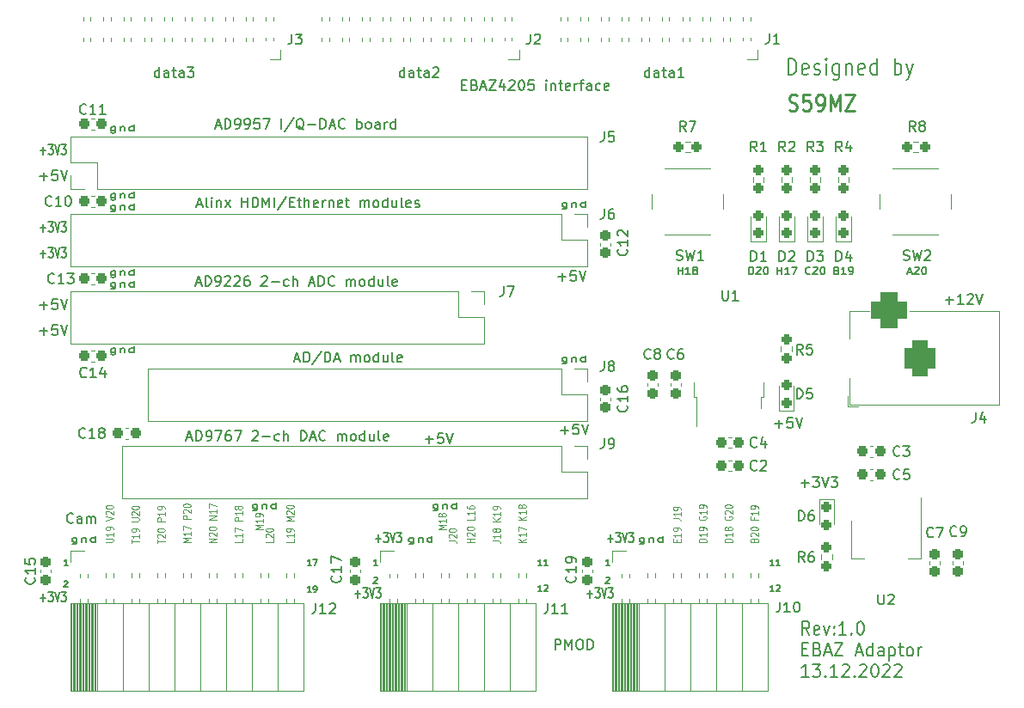
<source format=gto>
G04 #@! TF.GenerationSoftware,KiCad,Pcbnew,6.0.9-8da3e8f707~116~ubuntu20.04.1*
G04 #@! TF.CreationDate,2022-12-16T15:25:19+01:00*
G04 #@! TF.ProjectId,ebaz_adaptor,6562617a-5f61-4646-9170-746f722e6b69,rev?*
G04 #@! TF.SameCoordinates,Original*
G04 #@! TF.FileFunction,Legend,Top*
G04 #@! TF.FilePolarity,Positive*
%FSLAX46Y46*%
G04 Gerber Fmt 4.6, Leading zero omitted, Abs format (unit mm)*
G04 Created by KiCad (PCBNEW 6.0.9-8da3e8f707~116~ubuntu20.04.1) date 2022-12-16 15:25:19*
%MOMM*%
%LPD*%
G01*
G04 APERTURE LIST*
G04 Aperture macros list*
%AMRoundRect*
0 Rectangle with rounded corners*
0 $1 Rounding radius*
0 $2 $3 $4 $5 $6 $7 $8 $9 X,Y pos of 4 corners*
0 Add a 4 corners polygon primitive as box body*
4,1,4,$2,$3,$4,$5,$6,$7,$8,$9,$2,$3,0*
0 Add four circle primitives for the rounded corners*
1,1,$1+$1,$2,$3*
1,1,$1+$1,$4,$5*
1,1,$1+$1,$6,$7*
1,1,$1+$1,$8,$9*
0 Add four rect primitives between the rounded corners*
20,1,$1+$1,$2,$3,$4,$5,0*
20,1,$1+$1,$4,$5,$6,$7,0*
20,1,$1+$1,$6,$7,$8,$9,0*
20,1,$1+$1,$8,$9,$2,$3,0*%
G04 Aperture macros list end*
%ADD10C,0.150000*%
%ADD11C,0.125000*%
%ADD12C,0.250000*%
%ADD13C,0.120000*%
%ADD14RoundRect,0.237500X-0.300000X-0.237500X0.300000X-0.237500X0.300000X0.237500X-0.300000X0.237500X0*%
%ADD15RoundRect,0.237500X-0.237500X0.300000X-0.237500X-0.300000X0.237500X-0.300000X0.237500X0.300000X0*%
%ADD16RoundRect,0.237500X0.237500X-0.287500X0.237500X0.287500X-0.237500X0.287500X-0.237500X-0.287500X0*%
%ADD17R,1.700000X1.700000*%
%ADD18O,1.700000X1.700000*%
%ADD19RoundRect,0.237500X-0.237500X0.250000X-0.237500X-0.250000X0.237500X-0.250000X0.237500X0.250000X0*%
%ADD20R,3.500000X3.500000*%
%ADD21RoundRect,0.750000X0.750000X1.000000X-0.750000X1.000000X-0.750000X-1.000000X0.750000X-1.000000X0*%
%ADD22RoundRect,0.875000X0.875000X0.875000X-0.875000X0.875000X-0.875000X-0.875000X0.875000X-0.875000X0*%
%ADD23R,1.350000X1.350000*%
%ADD24O,1.350000X1.350000*%
%ADD25RoundRect,0.237500X0.300000X0.237500X-0.300000X0.237500X-0.300000X-0.237500X0.300000X-0.237500X0*%
%ADD26C,2.000000*%
%ADD27RoundRect,0.237500X-0.250000X-0.237500X0.250000X-0.237500X0.250000X0.237500X-0.250000X0.237500X0*%
%ADD28RoundRect,0.237500X0.237500X-0.300000X0.237500X0.300000X-0.237500X0.300000X-0.237500X-0.300000X0*%
%ADD29RoundRect,0.237500X-0.237500X0.287500X-0.237500X-0.287500X0.237500X-0.287500X0.237500X0.287500X0*%
%ADD30C,2.500000*%
%ADD31R,1.500000X2.000000*%
%ADD32R,3.800000X2.000000*%
%ADD33RoundRect,0.237500X0.237500X-0.250000X0.237500X0.250000X-0.237500X0.250000X-0.237500X-0.250000X0*%
%ADD34R,1.200000X2.200000*%
%ADD35R,5.800000X6.400000*%
G04 APERTURE END LIST*
D10*
X126869142Y-67943000D02*
X127226285Y-67943000D01*
X126797714Y-68157285D02*
X127047714Y-67407285D01*
X127297714Y-68157285D01*
X127512000Y-67478714D02*
X127547714Y-67443000D01*
X127619142Y-67407285D01*
X127797714Y-67407285D01*
X127869142Y-67443000D01*
X127904857Y-67478714D01*
X127940571Y-67550142D01*
X127940571Y-67621571D01*
X127904857Y-67728714D01*
X127476285Y-68157285D01*
X127940571Y-68157285D01*
X128404857Y-67407285D02*
X128476285Y-67407285D01*
X128547714Y-67443000D01*
X128583428Y-67478714D01*
X128619142Y-67550142D01*
X128654857Y-67693000D01*
X128654857Y-67871571D01*
X128619142Y-68014428D01*
X128583428Y-68085857D01*
X128547714Y-68121571D01*
X128476285Y-68157285D01*
X128404857Y-68157285D01*
X128333428Y-68121571D01*
X128297714Y-68085857D01*
X128262000Y-68014428D01*
X128226285Y-67871571D01*
X128226285Y-67693000D01*
X128262000Y-67550142D01*
X128297714Y-67478714D01*
X128333428Y-67443000D01*
X128404857Y-67407285D01*
X119862285Y-67764428D02*
X119969428Y-67800142D01*
X120005142Y-67835857D01*
X120040857Y-67907285D01*
X120040857Y-68014428D01*
X120005142Y-68085857D01*
X119969428Y-68121571D01*
X119898000Y-68157285D01*
X119612285Y-68157285D01*
X119612285Y-67407285D01*
X119862285Y-67407285D01*
X119933714Y-67443000D01*
X119969428Y-67478714D01*
X120005142Y-67550142D01*
X120005142Y-67621571D01*
X119969428Y-67693000D01*
X119933714Y-67728714D01*
X119862285Y-67764428D01*
X119612285Y-67764428D01*
X120755142Y-68157285D02*
X120326571Y-68157285D01*
X120540857Y-68157285D02*
X120540857Y-67407285D01*
X120469428Y-67514428D01*
X120398000Y-67585857D01*
X120326571Y-67621571D01*
X121112285Y-68157285D02*
X121255142Y-68157285D01*
X121326571Y-68121571D01*
X121362285Y-68085857D01*
X121433714Y-67978714D01*
X121469428Y-67835857D01*
X121469428Y-67550142D01*
X121433714Y-67478714D01*
X121398000Y-67443000D01*
X121326571Y-67407285D01*
X121183714Y-67407285D01*
X121112285Y-67443000D01*
X121076571Y-67478714D01*
X121040857Y-67550142D01*
X121040857Y-67728714D01*
X121076571Y-67800142D01*
X121112285Y-67835857D01*
X121183714Y-67871571D01*
X121326571Y-67871571D01*
X121398000Y-67835857D01*
X121433714Y-67800142D01*
X121469428Y-67728714D01*
X117246857Y-68085857D02*
X117211142Y-68121571D01*
X117104000Y-68157285D01*
X117032571Y-68157285D01*
X116925428Y-68121571D01*
X116854000Y-68050142D01*
X116818285Y-67978714D01*
X116782571Y-67835857D01*
X116782571Y-67728714D01*
X116818285Y-67585857D01*
X116854000Y-67514428D01*
X116925428Y-67443000D01*
X117032571Y-67407285D01*
X117104000Y-67407285D01*
X117211142Y-67443000D01*
X117246857Y-67478714D01*
X117532571Y-67478714D02*
X117568285Y-67443000D01*
X117639714Y-67407285D01*
X117818285Y-67407285D01*
X117889714Y-67443000D01*
X117925428Y-67478714D01*
X117961142Y-67550142D01*
X117961142Y-67621571D01*
X117925428Y-67728714D01*
X117496857Y-68157285D01*
X117961142Y-68157285D01*
X118425428Y-67407285D02*
X118496857Y-67407285D01*
X118568285Y-67443000D01*
X118604000Y-67478714D01*
X118639714Y-67550142D01*
X118675428Y-67693000D01*
X118675428Y-67871571D01*
X118639714Y-68014428D01*
X118604000Y-68085857D01*
X118568285Y-68121571D01*
X118496857Y-68157285D01*
X118425428Y-68157285D01*
X118354000Y-68121571D01*
X118318285Y-68085857D01*
X118282571Y-68014428D01*
X118246857Y-67871571D01*
X118246857Y-67693000D01*
X118282571Y-67550142D01*
X118318285Y-67478714D01*
X118354000Y-67443000D01*
X118425428Y-67407285D01*
X114006428Y-68157285D02*
X114006428Y-67407285D01*
X114006428Y-67764428D02*
X114435000Y-67764428D01*
X114435000Y-68157285D02*
X114435000Y-67407285D01*
X115185000Y-68157285D02*
X114756428Y-68157285D01*
X114970714Y-68157285D02*
X114970714Y-67407285D01*
X114899285Y-67514428D01*
X114827857Y-67585857D01*
X114756428Y-67621571D01*
X115435000Y-67407285D02*
X115935000Y-67407285D01*
X115613571Y-68157285D01*
X111230285Y-68157285D02*
X111230285Y-67407285D01*
X111408857Y-67407285D01*
X111516000Y-67443000D01*
X111587428Y-67514428D01*
X111623142Y-67585857D01*
X111658857Y-67728714D01*
X111658857Y-67835857D01*
X111623142Y-67978714D01*
X111587428Y-68050142D01*
X111516000Y-68121571D01*
X111408857Y-68157285D01*
X111230285Y-68157285D01*
X111944571Y-67478714D02*
X111980285Y-67443000D01*
X112051714Y-67407285D01*
X112230285Y-67407285D01*
X112301714Y-67443000D01*
X112337428Y-67478714D01*
X112373142Y-67550142D01*
X112373142Y-67621571D01*
X112337428Y-67728714D01*
X111908857Y-68157285D01*
X112373142Y-68157285D01*
X112837428Y-67407285D02*
X112908857Y-67407285D01*
X112980285Y-67443000D01*
X113016000Y-67478714D01*
X113051714Y-67550142D01*
X113087428Y-67693000D01*
X113087428Y-67871571D01*
X113051714Y-68014428D01*
X113016000Y-68085857D01*
X112980285Y-68121571D01*
X112908857Y-68157285D01*
X112837428Y-68157285D01*
X112766000Y-68121571D01*
X112730285Y-68085857D01*
X112694571Y-68014428D01*
X112658857Y-67871571D01*
X112658857Y-67693000D01*
X112694571Y-67550142D01*
X112730285Y-67478714D01*
X112766000Y-67443000D01*
X112837428Y-67407285D01*
X104227428Y-68157285D02*
X104227428Y-67407285D01*
X104227428Y-67764428D02*
X104656000Y-67764428D01*
X104656000Y-68157285D02*
X104656000Y-67407285D01*
X105406000Y-68157285D02*
X104977428Y-68157285D01*
X105191714Y-68157285D02*
X105191714Y-67407285D01*
X105120285Y-67514428D01*
X105048857Y-67585857D01*
X104977428Y-67621571D01*
X105834571Y-67728714D02*
X105763142Y-67693000D01*
X105727428Y-67657285D01*
X105691714Y-67585857D01*
X105691714Y-67550142D01*
X105727428Y-67478714D01*
X105763142Y-67443000D01*
X105834571Y-67407285D01*
X105977428Y-67407285D01*
X106048857Y-67443000D01*
X106084571Y-67478714D01*
X106120285Y-67550142D01*
X106120285Y-67585857D01*
X106084571Y-67657285D01*
X106048857Y-67693000D01*
X105977428Y-67728714D01*
X105834571Y-67728714D01*
X105763142Y-67764428D01*
X105727428Y-67800142D01*
X105691714Y-67871571D01*
X105691714Y-68014428D01*
X105727428Y-68085857D01*
X105763142Y-68121571D01*
X105834571Y-68157285D01*
X105977428Y-68157285D01*
X106048857Y-68121571D01*
X106084571Y-68085857D01*
X106120285Y-68014428D01*
X106120285Y-67871571D01*
X106084571Y-67800142D01*
X106048857Y-67764428D01*
X105977428Y-67728714D01*
D11*
X111706428Y-94317892D02*
X111742142Y-94232178D01*
X111777857Y-94203607D01*
X111849285Y-94175035D01*
X111956428Y-94175035D01*
X112027857Y-94203607D01*
X112063571Y-94232178D01*
X112099285Y-94289321D01*
X112099285Y-94517892D01*
X111349285Y-94517892D01*
X111349285Y-94317892D01*
X111385000Y-94260750D01*
X111420714Y-94232178D01*
X111492142Y-94203607D01*
X111563571Y-94203607D01*
X111635000Y-94232178D01*
X111670714Y-94260750D01*
X111706428Y-94317892D01*
X111706428Y-94517892D01*
X111420714Y-93946464D02*
X111385000Y-93917892D01*
X111349285Y-93860750D01*
X111349285Y-93717892D01*
X111385000Y-93660750D01*
X111420714Y-93632178D01*
X111492142Y-93603607D01*
X111563571Y-93603607D01*
X111670714Y-93632178D01*
X112099285Y-93975035D01*
X112099285Y-93603607D01*
X111349285Y-93232178D02*
X111349285Y-93175035D01*
X111385000Y-93117892D01*
X111420714Y-93089321D01*
X111492142Y-93060750D01*
X111635000Y-93032178D01*
X111813571Y-93032178D01*
X111956428Y-93060750D01*
X112027857Y-93089321D01*
X112063571Y-93117892D01*
X112099285Y-93175035D01*
X112099285Y-93232178D01*
X112063571Y-93289321D01*
X112027857Y-93317892D01*
X111956428Y-93346464D01*
X111813571Y-93375035D01*
X111635000Y-93375035D01*
X111492142Y-93346464D01*
X111420714Y-93317892D01*
X111385000Y-93289321D01*
X111349285Y-93232178D01*
X111706428Y-92117892D02*
X111706428Y-92317892D01*
X112099285Y-92317892D02*
X111349285Y-92317892D01*
X111349285Y-92032178D01*
X112099285Y-91489321D02*
X112099285Y-91832178D01*
X112099285Y-91660750D02*
X111349285Y-91660750D01*
X111456428Y-91717892D01*
X111527857Y-91775035D01*
X111563571Y-91832178D01*
X112099285Y-91203607D02*
X112099285Y-91089321D01*
X112063571Y-91032178D01*
X112027857Y-91003607D01*
X111920714Y-90946464D01*
X111777857Y-90917892D01*
X111492142Y-90917892D01*
X111420714Y-90946464D01*
X111385000Y-90975035D01*
X111349285Y-91032178D01*
X111349285Y-91146464D01*
X111385000Y-91203607D01*
X111420714Y-91232178D01*
X111492142Y-91260750D01*
X111670714Y-91260750D01*
X111742142Y-91232178D01*
X111777857Y-91203607D01*
X111813571Y-91146464D01*
X111813571Y-91032178D01*
X111777857Y-90975035D01*
X111742142Y-90946464D01*
X111670714Y-90917892D01*
X109559285Y-94517892D02*
X108809285Y-94517892D01*
X108809285Y-94375035D01*
X108845000Y-94289321D01*
X108916428Y-94232178D01*
X108987857Y-94203607D01*
X109130714Y-94175035D01*
X109237857Y-94175035D01*
X109380714Y-94203607D01*
X109452142Y-94232178D01*
X109523571Y-94289321D01*
X109559285Y-94375035D01*
X109559285Y-94517892D01*
X109559285Y-93603607D02*
X109559285Y-93946464D01*
X109559285Y-93775035D02*
X108809285Y-93775035D01*
X108916428Y-93832178D01*
X108987857Y-93889321D01*
X109023571Y-93946464D01*
X109130714Y-93260750D02*
X109095000Y-93317892D01*
X109059285Y-93346464D01*
X108987857Y-93375035D01*
X108952142Y-93375035D01*
X108880714Y-93346464D01*
X108845000Y-93317892D01*
X108809285Y-93260750D01*
X108809285Y-93146464D01*
X108845000Y-93089321D01*
X108880714Y-93060750D01*
X108952142Y-93032178D01*
X108987857Y-93032178D01*
X109059285Y-93060750D01*
X109095000Y-93089321D01*
X109130714Y-93146464D01*
X109130714Y-93260750D01*
X109166428Y-93317892D01*
X109202142Y-93346464D01*
X109273571Y-93375035D01*
X109416428Y-93375035D01*
X109487857Y-93346464D01*
X109523571Y-93317892D01*
X109559285Y-93260750D01*
X109559285Y-93146464D01*
X109523571Y-93089321D01*
X109487857Y-93060750D01*
X109416428Y-93032178D01*
X109273571Y-93032178D01*
X109202142Y-93060750D01*
X109166428Y-93089321D01*
X109130714Y-93146464D01*
X108845000Y-92003607D02*
X108809285Y-92060750D01*
X108809285Y-92146464D01*
X108845000Y-92232178D01*
X108916428Y-92289321D01*
X108987857Y-92317892D01*
X109130714Y-92346464D01*
X109237857Y-92346464D01*
X109380714Y-92317892D01*
X109452142Y-92289321D01*
X109523571Y-92232178D01*
X109559285Y-92146464D01*
X109559285Y-92089321D01*
X109523571Y-92003607D01*
X109487857Y-91975035D01*
X109237857Y-91975035D01*
X109237857Y-92089321D01*
X108880714Y-91746464D02*
X108845000Y-91717892D01*
X108809285Y-91660750D01*
X108809285Y-91517892D01*
X108845000Y-91460750D01*
X108880714Y-91432178D01*
X108952142Y-91403607D01*
X109023571Y-91403607D01*
X109130714Y-91432178D01*
X109559285Y-91775035D01*
X109559285Y-91403607D01*
X108809285Y-91032178D02*
X108809285Y-90975035D01*
X108845000Y-90917892D01*
X108880714Y-90889321D01*
X108952142Y-90860750D01*
X109095000Y-90832178D01*
X109273571Y-90832178D01*
X109416428Y-90860750D01*
X109487857Y-90889321D01*
X109523571Y-90917892D01*
X109559285Y-90975035D01*
X109559285Y-91032178D01*
X109523571Y-91089321D01*
X109487857Y-91117892D01*
X109416428Y-91146464D01*
X109273571Y-91175035D01*
X109095000Y-91175035D01*
X108952142Y-91146464D01*
X108880714Y-91117892D01*
X108845000Y-91089321D01*
X108809285Y-91032178D01*
X107019285Y-94517892D02*
X106269285Y-94517892D01*
X106269285Y-94375035D01*
X106305000Y-94289321D01*
X106376428Y-94232178D01*
X106447857Y-94203607D01*
X106590714Y-94175035D01*
X106697857Y-94175035D01*
X106840714Y-94203607D01*
X106912142Y-94232178D01*
X106983571Y-94289321D01*
X107019285Y-94375035D01*
X107019285Y-94517892D01*
X107019285Y-93603607D02*
X107019285Y-93946464D01*
X107019285Y-93775035D02*
X106269285Y-93775035D01*
X106376428Y-93832178D01*
X106447857Y-93889321D01*
X106483571Y-93946464D01*
X107019285Y-93317892D02*
X107019285Y-93203607D01*
X106983571Y-93146464D01*
X106947857Y-93117892D01*
X106840714Y-93060750D01*
X106697857Y-93032178D01*
X106412142Y-93032178D01*
X106340714Y-93060750D01*
X106305000Y-93089321D01*
X106269285Y-93146464D01*
X106269285Y-93260750D01*
X106305000Y-93317892D01*
X106340714Y-93346464D01*
X106412142Y-93375035D01*
X106590714Y-93375035D01*
X106662142Y-93346464D01*
X106697857Y-93317892D01*
X106733571Y-93260750D01*
X106733571Y-93146464D01*
X106697857Y-93089321D01*
X106662142Y-93060750D01*
X106590714Y-93032178D01*
X106305000Y-92003607D02*
X106269285Y-92060750D01*
X106269285Y-92146464D01*
X106305000Y-92232178D01*
X106376428Y-92289321D01*
X106447857Y-92317892D01*
X106590714Y-92346464D01*
X106697857Y-92346464D01*
X106840714Y-92317892D01*
X106912142Y-92289321D01*
X106983571Y-92232178D01*
X107019285Y-92146464D01*
X107019285Y-92089321D01*
X106983571Y-92003607D01*
X106947857Y-91975035D01*
X106697857Y-91975035D01*
X106697857Y-92089321D01*
X107019285Y-91403607D02*
X107019285Y-91746464D01*
X107019285Y-91575035D02*
X106269285Y-91575035D01*
X106376428Y-91632178D01*
X106447857Y-91689321D01*
X106483571Y-91746464D01*
X107019285Y-91117892D02*
X107019285Y-91003607D01*
X106983571Y-90946464D01*
X106947857Y-90917892D01*
X106840714Y-90860750D01*
X106697857Y-90832178D01*
X106412142Y-90832178D01*
X106340714Y-90860750D01*
X106305000Y-90889321D01*
X106269285Y-90946464D01*
X106269285Y-91060750D01*
X106305000Y-91117892D01*
X106340714Y-91146464D01*
X106412142Y-91175035D01*
X106590714Y-91175035D01*
X106662142Y-91146464D01*
X106697857Y-91117892D01*
X106733571Y-91060750D01*
X106733571Y-90946464D01*
X106697857Y-90889321D01*
X106662142Y-90860750D01*
X106590714Y-90832178D01*
X104086428Y-94517892D02*
X104086428Y-94317892D01*
X104479285Y-94232178D02*
X104479285Y-94517892D01*
X103729285Y-94517892D01*
X103729285Y-94232178D01*
X104479285Y-93660750D02*
X104479285Y-94003607D01*
X104479285Y-93832178D02*
X103729285Y-93832178D01*
X103836428Y-93889321D01*
X103907857Y-93946464D01*
X103943571Y-94003607D01*
X104479285Y-93375035D02*
X104479285Y-93260750D01*
X104443571Y-93203607D01*
X104407857Y-93175035D01*
X104300714Y-93117892D01*
X104157857Y-93089321D01*
X103872142Y-93089321D01*
X103800714Y-93117892D01*
X103765000Y-93146464D01*
X103729285Y-93203607D01*
X103729285Y-93317892D01*
X103765000Y-93375035D01*
X103800714Y-93403607D01*
X103872142Y-93432178D01*
X104050714Y-93432178D01*
X104122142Y-93403607D01*
X104157857Y-93375035D01*
X104193571Y-93317892D01*
X104193571Y-93203607D01*
X104157857Y-93146464D01*
X104122142Y-93117892D01*
X104050714Y-93089321D01*
X103729285Y-92203607D02*
X104265000Y-92203607D01*
X104372142Y-92232178D01*
X104443571Y-92289321D01*
X104479285Y-92375035D01*
X104479285Y-92432178D01*
X104479285Y-91603607D02*
X104479285Y-91946464D01*
X104479285Y-91775035D02*
X103729285Y-91775035D01*
X103836428Y-91832178D01*
X103907857Y-91889321D01*
X103943571Y-91946464D01*
X104479285Y-91317892D02*
X104479285Y-91203607D01*
X104443571Y-91146464D01*
X104407857Y-91117892D01*
X104300714Y-91060750D01*
X104157857Y-91032178D01*
X103872142Y-91032178D01*
X103800714Y-91060750D01*
X103765000Y-91089321D01*
X103729285Y-91146464D01*
X103729285Y-91260750D01*
X103765000Y-91317892D01*
X103800714Y-91346464D01*
X103872142Y-91375035D01*
X104050714Y-91375035D01*
X104122142Y-91346464D01*
X104157857Y-91317892D01*
X104193571Y-91260750D01*
X104193571Y-91146464D01*
X104157857Y-91089321D01*
X104122142Y-91060750D01*
X104050714Y-91032178D01*
X81365285Y-93247892D02*
X80615285Y-93247892D01*
X81151000Y-93047892D01*
X80615285Y-92847892D01*
X81365285Y-92847892D01*
X81365285Y-92247892D02*
X81365285Y-92590750D01*
X81365285Y-92419321D02*
X80615285Y-92419321D01*
X80722428Y-92476464D01*
X80793857Y-92533607D01*
X80829571Y-92590750D01*
X80936714Y-91905035D02*
X80901000Y-91962178D01*
X80865285Y-91990750D01*
X80793857Y-92019321D01*
X80758142Y-92019321D01*
X80686714Y-91990750D01*
X80651000Y-91962178D01*
X80615285Y-91905035D01*
X80615285Y-91790750D01*
X80651000Y-91733607D01*
X80686714Y-91705035D01*
X80758142Y-91676464D01*
X80793857Y-91676464D01*
X80865285Y-91705035D01*
X80901000Y-91733607D01*
X80936714Y-91790750D01*
X80936714Y-91905035D01*
X80972428Y-91962178D01*
X81008142Y-91990750D01*
X81079571Y-92019321D01*
X81222428Y-92019321D01*
X81293857Y-91990750D01*
X81329571Y-91962178D01*
X81365285Y-91905035D01*
X81365285Y-91790750D01*
X81329571Y-91733607D01*
X81293857Y-91705035D01*
X81222428Y-91676464D01*
X81079571Y-91676464D01*
X81008142Y-91705035D01*
X80972428Y-91733607D01*
X80936714Y-91790750D01*
X89239285Y-94517892D02*
X88489285Y-94517892D01*
X89239285Y-94175035D02*
X88810714Y-94432178D01*
X88489285Y-94175035D02*
X88917857Y-94517892D01*
X89239285Y-93603607D02*
X89239285Y-93946464D01*
X89239285Y-93775035D02*
X88489285Y-93775035D01*
X88596428Y-93832178D01*
X88667857Y-93889321D01*
X88703571Y-93946464D01*
X88489285Y-93403607D02*
X88489285Y-93003607D01*
X89239285Y-93260750D01*
X89239285Y-92317892D02*
X88489285Y-92317892D01*
X89239285Y-91975035D02*
X88810714Y-92232178D01*
X88489285Y-91975035D02*
X88917857Y-92317892D01*
X89239285Y-91403607D02*
X89239285Y-91746464D01*
X89239285Y-91575035D02*
X88489285Y-91575035D01*
X88596428Y-91632178D01*
X88667857Y-91689321D01*
X88703571Y-91746464D01*
X88810714Y-91060750D02*
X88775000Y-91117892D01*
X88739285Y-91146464D01*
X88667857Y-91175035D01*
X88632142Y-91175035D01*
X88560714Y-91146464D01*
X88525000Y-91117892D01*
X88489285Y-91060750D01*
X88489285Y-90946464D01*
X88525000Y-90889321D01*
X88560714Y-90860750D01*
X88632142Y-90832178D01*
X88667857Y-90832178D01*
X88739285Y-90860750D01*
X88775000Y-90889321D01*
X88810714Y-90946464D01*
X88810714Y-91060750D01*
X88846428Y-91117892D01*
X88882142Y-91146464D01*
X88953571Y-91175035D01*
X89096428Y-91175035D01*
X89167857Y-91146464D01*
X89203571Y-91117892D01*
X89239285Y-91060750D01*
X89239285Y-90946464D01*
X89203571Y-90889321D01*
X89167857Y-90860750D01*
X89096428Y-90832178D01*
X88953571Y-90832178D01*
X88882142Y-90860750D01*
X88846428Y-90889321D01*
X88810714Y-90946464D01*
X85949285Y-94346464D02*
X86485000Y-94346464D01*
X86592142Y-94375035D01*
X86663571Y-94432178D01*
X86699285Y-94517892D01*
X86699285Y-94575035D01*
X86699285Y-93746464D02*
X86699285Y-94089321D01*
X86699285Y-93917892D02*
X85949285Y-93917892D01*
X86056428Y-93975035D01*
X86127857Y-94032178D01*
X86163571Y-94089321D01*
X86270714Y-93403607D02*
X86235000Y-93460750D01*
X86199285Y-93489321D01*
X86127857Y-93517892D01*
X86092142Y-93517892D01*
X86020714Y-93489321D01*
X85985000Y-93460750D01*
X85949285Y-93403607D01*
X85949285Y-93289321D01*
X85985000Y-93232178D01*
X86020714Y-93203607D01*
X86092142Y-93175035D01*
X86127857Y-93175035D01*
X86199285Y-93203607D01*
X86235000Y-93232178D01*
X86270714Y-93289321D01*
X86270714Y-93403607D01*
X86306428Y-93460750D01*
X86342142Y-93489321D01*
X86413571Y-93517892D01*
X86556428Y-93517892D01*
X86627857Y-93489321D01*
X86663571Y-93460750D01*
X86699285Y-93403607D01*
X86699285Y-93289321D01*
X86663571Y-93232178D01*
X86627857Y-93203607D01*
X86556428Y-93175035D01*
X86413571Y-93175035D01*
X86342142Y-93203607D01*
X86306428Y-93232178D01*
X86270714Y-93289321D01*
X86699285Y-92460750D02*
X85949285Y-92460750D01*
X86699285Y-92117892D02*
X86270714Y-92375035D01*
X85949285Y-92117892D02*
X86377857Y-92460750D01*
X86699285Y-91546464D02*
X86699285Y-91889321D01*
X86699285Y-91717892D02*
X85949285Y-91717892D01*
X86056428Y-91775035D01*
X86127857Y-91832178D01*
X86163571Y-91889321D01*
X86699285Y-91260750D02*
X86699285Y-91146464D01*
X86663571Y-91089321D01*
X86627857Y-91060750D01*
X86520714Y-91003607D01*
X86377857Y-90975035D01*
X86092142Y-90975035D01*
X86020714Y-91003607D01*
X85985000Y-91032178D01*
X85949285Y-91089321D01*
X85949285Y-91203607D01*
X85985000Y-91260750D01*
X86020714Y-91289321D01*
X86092142Y-91317892D01*
X86270714Y-91317892D01*
X86342142Y-91289321D01*
X86377857Y-91260750D01*
X86413571Y-91203607D01*
X86413571Y-91089321D01*
X86377857Y-91032178D01*
X86342142Y-91003607D01*
X86270714Y-90975035D01*
X84159285Y-94517892D02*
X83409285Y-94517892D01*
X83766428Y-94517892D02*
X83766428Y-94175035D01*
X84159285Y-94175035D02*
X83409285Y-94175035D01*
X83480714Y-93917892D02*
X83445000Y-93889321D01*
X83409285Y-93832178D01*
X83409285Y-93689321D01*
X83445000Y-93632178D01*
X83480714Y-93603607D01*
X83552142Y-93575035D01*
X83623571Y-93575035D01*
X83730714Y-93603607D01*
X84159285Y-93946464D01*
X84159285Y-93575035D01*
X83409285Y-93203607D02*
X83409285Y-93146464D01*
X83445000Y-93089321D01*
X83480714Y-93060750D01*
X83552142Y-93032178D01*
X83695000Y-93003607D01*
X83873571Y-93003607D01*
X84016428Y-93032178D01*
X84087857Y-93060750D01*
X84123571Y-93089321D01*
X84159285Y-93146464D01*
X84159285Y-93203607D01*
X84123571Y-93260750D01*
X84087857Y-93289321D01*
X84016428Y-93317892D01*
X83873571Y-93346464D01*
X83695000Y-93346464D01*
X83552142Y-93317892D01*
X83480714Y-93289321D01*
X83445000Y-93260750D01*
X83409285Y-93203607D01*
X84159285Y-92003607D02*
X84159285Y-92289321D01*
X83409285Y-92289321D01*
X84159285Y-91489321D02*
X84159285Y-91832178D01*
X84159285Y-91660750D02*
X83409285Y-91660750D01*
X83516428Y-91717892D01*
X83587857Y-91775035D01*
X83623571Y-91832178D01*
X83409285Y-90975035D02*
X83409285Y-91089321D01*
X83445000Y-91146464D01*
X83480714Y-91175035D01*
X83587857Y-91232178D01*
X83730714Y-91260750D01*
X84016428Y-91260750D01*
X84087857Y-91232178D01*
X84123571Y-91203607D01*
X84159285Y-91146464D01*
X84159285Y-91032178D01*
X84123571Y-90975035D01*
X84087857Y-90946464D01*
X84016428Y-90917892D01*
X83837857Y-90917892D01*
X83766428Y-90946464D01*
X83730714Y-90975035D01*
X83695000Y-91032178D01*
X83695000Y-91146464D01*
X83730714Y-91203607D01*
X83766428Y-91232178D01*
X83837857Y-91260750D01*
X81631285Y-94346464D02*
X82167000Y-94346464D01*
X82274142Y-94375035D01*
X82345571Y-94432178D01*
X82381285Y-94517892D01*
X82381285Y-94575035D01*
X81702714Y-94089321D02*
X81667000Y-94060750D01*
X81631285Y-94003607D01*
X81631285Y-93860750D01*
X81667000Y-93803607D01*
X81702714Y-93775035D01*
X81774142Y-93746464D01*
X81845571Y-93746464D01*
X81952714Y-93775035D01*
X82381285Y-94117892D01*
X82381285Y-93746464D01*
X81631285Y-93375035D02*
X81631285Y-93317892D01*
X81667000Y-93260750D01*
X81702714Y-93232178D01*
X81774142Y-93203607D01*
X81917000Y-93175035D01*
X82095571Y-93175035D01*
X82238428Y-93203607D01*
X82309857Y-93232178D01*
X82345571Y-93260750D01*
X82381285Y-93317892D01*
X82381285Y-93375035D01*
X82345571Y-93432178D01*
X82309857Y-93460750D01*
X82238428Y-93489321D01*
X82095571Y-93517892D01*
X81917000Y-93517892D01*
X81774142Y-93489321D01*
X81702714Y-93460750D01*
X81667000Y-93432178D01*
X81631285Y-93375035D01*
X63331285Y-93247892D02*
X62581285Y-93247892D01*
X63117000Y-93047892D01*
X62581285Y-92847892D01*
X63331285Y-92847892D01*
X63331285Y-92247892D02*
X63331285Y-92590750D01*
X63331285Y-92419321D02*
X62581285Y-92419321D01*
X62688428Y-92476464D01*
X62759857Y-92533607D01*
X62795571Y-92590750D01*
X63331285Y-91962178D02*
X63331285Y-91847892D01*
X63295571Y-91790750D01*
X63259857Y-91762178D01*
X63152714Y-91705035D01*
X63009857Y-91676464D01*
X62724142Y-91676464D01*
X62652714Y-91705035D01*
X62617000Y-91733607D01*
X62581285Y-91790750D01*
X62581285Y-91905035D01*
X62617000Y-91962178D01*
X62652714Y-91990750D01*
X62724142Y-92019321D01*
X62902714Y-92019321D01*
X62974142Y-91990750D01*
X63009857Y-91962178D01*
X63045571Y-91905035D01*
X63045571Y-91790750D01*
X63009857Y-91733607D01*
X62974142Y-91705035D01*
X62902714Y-91676464D01*
X66379285Y-94232178D02*
X66379285Y-94517892D01*
X65629285Y-94517892D01*
X66379285Y-93717892D02*
X66379285Y-94060750D01*
X66379285Y-93889321D02*
X65629285Y-93889321D01*
X65736428Y-93946464D01*
X65807857Y-94003607D01*
X65843571Y-94060750D01*
X66379285Y-93432178D02*
X66379285Y-93317892D01*
X66343571Y-93260750D01*
X66307857Y-93232178D01*
X66200714Y-93175035D01*
X66057857Y-93146464D01*
X65772142Y-93146464D01*
X65700714Y-93175035D01*
X65665000Y-93203607D01*
X65629285Y-93260750D01*
X65629285Y-93375035D01*
X65665000Y-93432178D01*
X65700714Y-93460750D01*
X65772142Y-93489321D01*
X65950714Y-93489321D01*
X66022142Y-93460750D01*
X66057857Y-93432178D01*
X66093571Y-93375035D01*
X66093571Y-93260750D01*
X66057857Y-93203607D01*
X66022142Y-93175035D01*
X65950714Y-93146464D01*
X66379285Y-92432178D02*
X65629285Y-92432178D01*
X66165000Y-92232178D01*
X65629285Y-92032178D01*
X66379285Y-92032178D01*
X65700714Y-91775035D02*
X65665000Y-91746464D01*
X65629285Y-91689321D01*
X65629285Y-91546464D01*
X65665000Y-91489321D01*
X65700714Y-91460750D01*
X65772142Y-91432178D01*
X65843571Y-91432178D01*
X65950714Y-91460750D01*
X66379285Y-91803607D01*
X66379285Y-91432178D01*
X65629285Y-91060750D02*
X65629285Y-91003607D01*
X65665000Y-90946464D01*
X65700714Y-90917892D01*
X65772142Y-90889321D01*
X65915000Y-90860750D01*
X66093571Y-90860750D01*
X66236428Y-90889321D01*
X66307857Y-90917892D01*
X66343571Y-90946464D01*
X66379285Y-91003607D01*
X66379285Y-91060750D01*
X66343571Y-91117892D01*
X66307857Y-91146464D01*
X66236428Y-91175035D01*
X66093571Y-91203607D01*
X65915000Y-91203607D01*
X65772142Y-91175035D01*
X65700714Y-91146464D01*
X65665000Y-91117892D01*
X65629285Y-91060750D01*
X64347285Y-94232178D02*
X64347285Y-94517892D01*
X63597285Y-94517892D01*
X63668714Y-94060750D02*
X63633000Y-94032178D01*
X63597285Y-93975035D01*
X63597285Y-93832178D01*
X63633000Y-93775035D01*
X63668714Y-93746464D01*
X63740142Y-93717892D01*
X63811571Y-93717892D01*
X63918714Y-93746464D01*
X64347285Y-94089321D01*
X64347285Y-93717892D01*
X63597285Y-93346464D02*
X63597285Y-93289321D01*
X63633000Y-93232178D01*
X63668714Y-93203607D01*
X63740142Y-93175035D01*
X63883000Y-93146464D01*
X64061571Y-93146464D01*
X64204428Y-93175035D01*
X64275857Y-93203607D01*
X64311571Y-93232178D01*
X64347285Y-93289321D01*
X64347285Y-93346464D01*
X64311571Y-93403607D01*
X64275857Y-93432178D01*
X64204428Y-93460750D01*
X64061571Y-93489321D01*
X63883000Y-93489321D01*
X63740142Y-93460750D01*
X63668714Y-93432178D01*
X63633000Y-93403607D01*
X63597285Y-93346464D01*
X61299285Y-94232178D02*
X61299285Y-94517892D01*
X60549285Y-94517892D01*
X61299285Y-93717892D02*
X61299285Y-94060750D01*
X61299285Y-93889321D02*
X60549285Y-93889321D01*
X60656428Y-93946464D01*
X60727857Y-94003607D01*
X60763571Y-94060750D01*
X60549285Y-93517892D02*
X60549285Y-93117892D01*
X61299285Y-93375035D01*
X61299285Y-92432178D02*
X60549285Y-92432178D01*
X60549285Y-92203607D01*
X60585000Y-92146464D01*
X60620714Y-92117892D01*
X60692142Y-92089321D01*
X60799285Y-92089321D01*
X60870714Y-92117892D01*
X60906428Y-92146464D01*
X60942142Y-92203607D01*
X60942142Y-92432178D01*
X61299285Y-91517892D02*
X61299285Y-91860750D01*
X61299285Y-91689321D02*
X60549285Y-91689321D01*
X60656428Y-91746464D01*
X60727857Y-91803607D01*
X60763571Y-91860750D01*
X60870714Y-91175035D02*
X60835000Y-91232178D01*
X60799285Y-91260750D01*
X60727857Y-91289321D01*
X60692142Y-91289321D01*
X60620714Y-91260750D01*
X60585000Y-91232178D01*
X60549285Y-91175035D01*
X60549285Y-91060750D01*
X60585000Y-91003607D01*
X60620714Y-90975035D01*
X60692142Y-90946464D01*
X60727857Y-90946464D01*
X60799285Y-90975035D01*
X60835000Y-91003607D01*
X60870714Y-91060750D01*
X60870714Y-91175035D01*
X60906428Y-91232178D01*
X60942142Y-91260750D01*
X61013571Y-91289321D01*
X61156428Y-91289321D01*
X61227857Y-91260750D01*
X61263571Y-91232178D01*
X61299285Y-91175035D01*
X61299285Y-91060750D01*
X61263571Y-91003607D01*
X61227857Y-90975035D01*
X61156428Y-90946464D01*
X61013571Y-90946464D01*
X60942142Y-90975035D01*
X60906428Y-91003607D01*
X60870714Y-91060750D01*
X58759285Y-94517892D02*
X58009285Y-94517892D01*
X58759285Y-94175035D01*
X58009285Y-94175035D01*
X58080714Y-93917892D02*
X58045000Y-93889321D01*
X58009285Y-93832178D01*
X58009285Y-93689321D01*
X58045000Y-93632178D01*
X58080714Y-93603607D01*
X58152142Y-93575035D01*
X58223571Y-93575035D01*
X58330714Y-93603607D01*
X58759285Y-93946464D01*
X58759285Y-93575035D01*
X58009285Y-93203607D02*
X58009285Y-93146464D01*
X58045000Y-93089321D01*
X58080714Y-93060750D01*
X58152142Y-93032178D01*
X58295000Y-93003607D01*
X58473571Y-93003607D01*
X58616428Y-93032178D01*
X58687857Y-93060750D01*
X58723571Y-93089321D01*
X58759285Y-93146464D01*
X58759285Y-93203607D01*
X58723571Y-93260750D01*
X58687857Y-93289321D01*
X58616428Y-93317892D01*
X58473571Y-93346464D01*
X58295000Y-93346464D01*
X58152142Y-93317892D01*
X58080714Y-93289321D01*
X58045000Y-93260750D01*
X58009285Y-93203607D01*
X58759285Y-92289321D02*
X58009285Y-92289321D01*
X58759285Y-91946464D01*
X58009285Y-91946464D01*
X58759285Y-91346464D02*
X58759285Y-91689321D01*
X58759285Y-91517892D02*
X58009285Y-91517892D01*
X58116428Y-91575035D01*
X58187857Y-91632178D01*
X58223571Y-91689321D01*
X58009285Y-91146464D02*
X58009285Y-90746464D01*
X58759285Y-91003607D01*
X56219285Y-94517892D02*
X55469285Y-94517892D01*
X56005000Y-94317892D01*
X55469285Y-94117892D01*
X56219285Y-94117892D01*
X56219285Y-93517892D02*
X56219285Y-93860750D01*
X56219285Y-93689321D02*
X55469285Y-93689321D01*
X55576428Y-93746464D01*
X55647857Y-93803607D01*
X55683571Y-93860750D01*
X55469285Y-93317892D02*
X55469285Y-92917892D01*
X56219285Y-93175035D01*
X56219285Y-92232178D02*
X55469285Y-92232178D01*
X55469285Y-92003607D01*
X55505000Y-91946464D01*
X55540714Y-91917892D01*
X55612142Y-91889321D01*
X55719285Y-91889321D01*
X55790714Y-91917892D01*
X55826428Y-91946464D01*
X55862142Y-92003607D01*
X55862142Y-92232178D01*
X55540714Y-91660750D02*
X55505000Y-91632178D01*
X55469285Y-91575035D01*
X55469285Y-91432178D01*
X55505000Y-91375035D01*
X55540714Y-91346464D01*
X55612142Y-91317892D01*
X55683571Y-91317892D01*
X55790714Y-91346464D01*
X56219285Y-91689321D01*
X56219285Y-91317892D01*
X55469285Y-90946464D02*
X55469285Y-90889321D01*
X55505000Y-90832178D01*
X55540714Y-90803607D01*
X55612142Y-90775035D01*
X55755000Y-90746464D01*
X55933571Y-90746464D01*
X56076428Y-90775035D01*
X56147857Y-90803607D01*
X56183571Y-90832178D01*
X56219285Y-90889321D01*
X56219285Y-90946464D01*
X56183571Y-91003607D01*
X56147857Y-91032178D01*
X56076428Y-91060750D01*
X55933571Y-91089321D01*
X55755000Y-91089321D01*
X55612142Y-91060750D01*
X55540714Y-91032178D01*
X55505000Y-91003607D01*
X55469285Y-90946464D01*
X52929285Y-94603607D02*
X52929285Y-94260750D01*
X53679285Y-94432178D02*
X52929285Y-94432178D01*
X53000714Y-94089321D02*
X52965000Y-94060750D01*
X52929285Y-94003607D01*
X52929285Y-93860750D01*
X52965000Y-93803607D01*
X53000714Y-93775035D01*
X53072142Y-93746464D01*
X53143571Y-93746464D01*
X53250714Y-93775035D01*
X53679285Y-94117892D01*
X53679285Y-93746464D01*
X52929285Y-93375035D02*
X52929285Y-93317892D01*
X52965000Y-93260750D01*
X53000714Y-93232178D01*
X53072142Y-93203607D01*
X53215000Y-93175035D01*
X53393571Y-93175035D01*
X53536428Y-93203607D01*
X53607857Y-93232178D01*
X53643571Y-93260750D01*
X53679285Y-93317892D01*
X53679285Y-93375035D01*
X53643571Y-93432178D01*
X53607857Y-93460750D01*
X53536428Y-93489321D01*
X53393571Y-93517892D01*
X53215000Y-93517892D01*
X53072142Y-93489321D01*
X53000714Y-93460750D01*
X52965000Y-93432178D01*
X52929285Y-93375035D01*
X53679285Y-92460750D02*
X52929285Y-92460750D01*
X52929285Y-92232178D01*
X52965000Y-92175035D01*
X53000714Y-92146464D01*
X53072142Y-92117892D01*
X53179285Y-92117892D01*
X53250714Y-92146464D01*
X53286428Y-92175035D01*
X53322142Y-92232178D01*
X53322142Y-92460750D01*
X53679285Y-91546464D02*
X53679285Y-91889321D01*
X53679285Y-91717892D02*
X52929285Y-91717892D01*
X53036428Y-91775035D01*
X53107857Y-91832178D01*
X53143571Y-91889321D01*
X53679285Y-91260750D02*
X53679285Y-91146464D01*
X53643571Y-91089321D01*
X53607857Y-91060750D01*
X53500714Y-91003607D01*
X53357857Y-90975035D01*
X53072142Y-90975035D01*
X53000714Y-91003607D01*
X52965000Y-91032178D01*
X52929285Y-91089321D01*
X52929285Y-91203607D01*
X52965000Y-91260750D01*
X53000714Y-91289321D01*
X53072142Y-91317892D01*
X53250714Y-91317892D01*
X53322142Y-91289321D01*
X53357857Y-91260750D01*
X53393571Y-91203607D01*
X53393571Y-91089321D01*
X53357857Y-91032178D01*
X53322142Y-91003607D01*
X53250714Y-90975035D01*
X50389285Y-94603607D02*
X50389285Y-94260750D01*
X51139285Y-94432178D02*
X50389285Y-94432178D01*
X51139285Y-93746464D02*
X51139285Y-94089321D01*
X51139285Y-93917892D02*
X50389285Y-93917892D01*
X50496428Y-93975035D01*
X50567857Y-94032178D01*
X50603571Y-94089321D01*
X51139285Y-93460750D02*
X51139285Y-93346464D01*
X51103571Y-93289321D01*
X51067857Y-93260750D01*
X50960714Y-93203607D01*
X50817857Y-93175035D01*
X50532142Y-93175035D01*
X50460714Y-93203607D01*
X50425000Y-93232178D01*
X50389285Y-93289321D01*
X50389285Y-93403607D01*
X50425000Y-93460750D01*
X50460714Y-93489321D01*
X50532142Y-93517892D01*
X50710714Y-93517892D01*
X50782142Y-93489321D01*
X50817857Y-93460750D01*
X50853571Y-93403607D01*
X50853571Y-93289321D01*
X50817857Y-93232178D01*
X50782142Y-93203607D01*
X50710714Y-93175035D01*
X50389285Y-92460750D02*
X50996428Y-92460750D01*
X51067857Y-92432178D01*
X51103571Y-92403607D01*
X51139285Y-92346464D01*
X51139285Y-92232178D01*
X51103571Y-92175035D01*
X51067857Y-92146464D01*
X50996428Y-92117892D01*
X50389285Y-92117892D01*
X50460714Y-91860750D02*
X50425000Y-91832178D01*
X50389285Y-91775035D01*
X50389285Y-91632178D01*
X50425000Y-91575035D01*
X50460714Y-91546464D01*
X50532142Y-91517892D01*
X50603571Y-91517892D01*
X50710714Y-91546464D01*
X51139285Y-91889321D01*
X51139285Y-91517892D01*
X50389285Y-91146464D02*
X50389285Y-91089321D01*
X50425000Y-91032178D01*
X50460714Y-91003607D01*
X50532142Y-90975035D01*
X50675000Y-90946464D01*
X50853571Y-90946464D01*
X50996428Y-90975035D01*
X51067857Y-91003607D01*
X51103571Y-91032178D01*
X51139285Y-91089321D01*
X51139285Y-91146464D01*
X51103571Y-91203607D01*
X51067857Y-91232178D01*
X50996428Y-91260750D01*
X50853571Y-91289321D01*
X50675000Y-91289321D01*
X50532142Y-91260750D01*
X50460714Y-91232178D01*
X50425000Y-91203607D01*
X50389285Y-91146464D01*
X47849285Y-94517892D02*
X48456428Y-94517892D01*
X48527857Y-94489321D01*
X48563571Y-94460750D01*
X48599285Y-94403607D01*
X48599285Y-94289321D01*
X48563571Y-94232178D01*
X48527857Y-94203607D01*
X48456428Y-94175035D01*
X47849285Y-94175035D01*
X48599285Y-93575035D02*
X48599285Y-93917892D01*
X48599285Y-93746464D02*
X47849285Y-93746464D01*
X47956428Y-93803607D01*
X48027857Y-93860750D01*
X48063571Y-93917892D01*
X48599285Y-93289321D02*
X48599285Y-93175035D01*
X48563571Y-93117892D01*
X48527857Y-93089321D01*
X48420714Y-93032178D01*
X48277857Y-93003607D01*
X47992142Y-93003607D01*
X47920714Y-93032178D01*
X47885000Y-93060750D01*
X47849285Y-93117892D01*
X47849285Y-93232178D01*
X47885000Y-93289321D01*
X47920714Y-93317892D01*
X47992142Y-93346464D01*
X48170714Y-93346464D01*
X48242142Y-93317892D01*
X48277857Y-93289321D01*
X48313571Y-93232178D01*
X48313571Y-93117892D01*
X48277857Y-93060750D01*
X48242142Y-93032178D01*
X48170714Y-93003607D01*
X47849285Y-92375035D02*
X48599285Y-92175035D01*
X47849285Y-91975035D01*
X47920714Y-91803607D02*
X47885000Y-91775035D01*
X47849285Y-91717892D01*
X47849285Y-91575035D01*
X47885000Y-91517892D01*
X47920714Y-91489321D01*
X47992142Y-91460750D01*
X48063571Y-91460750D01*
X48170714Y-91489321D01*
X48599285Y-91832178D01*
X48599285Y-91460750D01*
X47849285Y-91089321D02*
X47849285Y-91032178D01*
X47885000Y-90975035D01*
X47920714Y-90946464D01*
X47992142Y-90917892D01*
X48135000Y-90889321D01*
X48313571Y-90889321D01*
X48456428Y-90917892D01*
X48527857Y-90946464D01*
X48563571Y-90975035D01*
X48599285Y-91032178D01*
X48599285Y-91089321D01*
X48563571Y-91146464D01*
X48527857Y-91175035D01*
X48456428Y-91203607D01*
X48313571Y-91232178D01*
X48135000Y-91232178D01*
X47992142Y-91203607D01*
X47920714Y-91175035D01*
X47885000Y-91146464D01*
X47849285Y-91089321D01*
D10*
X77287619Y-48712380D02*
X77287619Y-47712380D01*
X77287619Y-48664761D02*
X77192380Y-48712380D01*
X77001904Y-48712380D01*
X76906666Y-48664761D01*
X76859047Y-48617142D01*
X76811428Y-48521904D01*
X76811428Y-48236190D01*
X76859047Y-48140952D01*
X76906666Y-48093333D01*
X77001904Y-48045714D01*
X77192380Y-48045714D01*
X77287619Y-48093333D01*
X78192380Y-48712380D02*
X78192380Y-48188571D01*
X78144761Y-48093333D01*
X78049523Y-48045714D01*
X77859047Y-48045714D01*
X77763809Y-48093333D01*
X78192380Y-48664761D02*
X78097142Y-48712380D01*
X77859047Y-48712380D01*
X77763809Y-48664761D01*
X77716190Y-48569523D01*
X77716190Y-48474285D01*
X77763809Y-48379047D01*
X77859047Y-48331428D01*
X78097142Y-48331428D01*
X78192380Y-48283809D01*
X78525714Y-48045714D02*
X78906666Y-48045714D01*
X78668571Y-47712380D02*
X78668571Y-48569523D01*
X78716190Y-48664761D01*
X78811428Y-48712380D01*
X78906666Y-48712380D01*
X79668571Y-48712380D02*
X79668571Y-48188571D01*
X79620952Y-48093333D01*
X79525714Y-48045714D01*
X79335238Y-48045714D01*
X79240000Y-48093333D01*
X79668571Y-48664761D02*
X79573333Y-48712380D01*
X79335238Y-48712380D01*
X79240000Y-48664761D01*
X79192380Y-48569523D01*
X79192380Y-48474285D01*
X79240000Y-48379047D01*
X79335238Y-48331428D01*
X79573333Y-48331428D01*
X79668571Y-48283809D01*
X80097142Y-47807619D02*
X80144761Y-47760000D01*
X80240000Y-47712380D01*
X80478095Y-47712380D01*
X80573333Y-47760000D01*
X80620952Y-47807619D01*
X80668571Y-47902857D01*
X80668571Y-47998095D01*
X80620952Y-48140952D01*
X80049523Y-48712380D01*
X80668571Y-48712380D01*
X97318666Y-94178428D02*
X97852000Y-94178428D01*
X97585333Y-94559380D02*
X97585333Y-93797476D01*
X98118666Y-93559380D02*
X98552000Y-93559380D01*
X98318666Y-93940333D01*
X98418666Y-93940333D01*
X98485333Y-93987952D01*
X98518666Y-94035571D01*
X98552000Y-94130809D01*
X98552000Y-94368904D01*
X98518666Y-94464142D01*
X98485333Y-94511761D01*
X98418666Y-94559380D01*
X98218666Y-94559380D01*
X98152000Y-94511761D01*
X98118666Y-94464142D01*
X98752000Y-93559380D02*
X98985333Y-94559380D01*
X99218666Y-93559380D01*
X99385333Y-93559380D02*
X99818666Y-93559380D01*
X99585333Y-93940333D01*
X99685333Y-93940333D01*
X99752000Y-93987952D01*
X99785333Y-94035571D01*
X99818666Y-94130809D01*
X99818666Y-94368904D01*
X99785333Y-94464142D01*
X99752000Y-94511761D01*
X99685333Y-94559380D01*
X99485333Y-94559380D01*
X99418666Y-94511761D01*
X99385333Y-94464142D01*
X82955714Y-49458571D02*
X83289047Y-49458571D01*
X83431904Y-49982380D02*
X82955714Y-49982380D01*
X82955714Y-48982380D01*
X83431904Y-48982380D01*
X84193809Y-49458571D02*
X84336666Y-49506190D01*
X84384285Y-49553809D01*
X84431904Y-49649047D01*
X84431904Y-49791904D01*
X84384285Y-49887142D01*
X84336666Y-49934761D01*
X84241428Y-49982380D01*
X83860476Y-49982380D01*
X83860476Y-48982380D01*
X84193809Y-48982380D01*
X84289047Y-49030000D01*
X84336666Y-49077619D01*
X84384285Y-49172857D01*
X84384285Y-49268095D01*
X84336666Y-49363333D01*
X84289047Y-49410952D01*
X84193809Y-49458571D01*
X83860476Y-49458571D01*
X84812857Y-49696666D02*
X85289047Y-49696666D01*
X84717619Y-49982380D02*
X85050952Y-48982380D01*
X85384285Y-49982380D01*
X85622380Y-48982380D02*
X86289047Y-48982380D01*
X85622380Y-49982380D01*
X86289047Y-49982380D01*
X87098571Y-49315714D02*
X87098571Y-49982380D01*
X86860476Y-48934761D02*
X86622380Y-49649047D01*
X87241428Y-49649047D01*
X87574761Y-49077619D02*
X87622380Y-49030000D01*
X87717619Y-48982380D01*
X87955714Y-48982380D01*
X88050952Y-49030000D01*
X88098571Y-49077619D01*
X88146190Y-49172857D01*
X88146190Y-49268095D01*
X88098571Y-49410952D01*
X87527142Y-49982380D01*
X88146190Y-49982380D01*
X88765238Y-48982380D02*
X88860476Y-48982380D01*
X88955714Y-49030000D01*
X89003333Y-49077619D01*
X89050952Y-49172857D01*
X89098571Y-49363333D01*
X89098571Y-49601428D01*
X89050952Y-49791904D01*
X89003333Y-49887142D01*
X88955714Y-49934761D01*
X88860476Y-49982380D01*
X88765238Y-49982380D01*
X88670000Y-49934761D01*
X88622380Y-49887142D01*
X88574761Y-49791904D01*
X88527142Y-49601428D01*
X88527142Y-49363333D01*
X88574761Y-49172857D01*
X88622380Y-49077619D01*
X88670000Y-49030000D01*
X88765238Y-48982380D01*
X90003333Y-48982380D02*
X89527142Y-48982380D01*
X89479523Y-49458571D01*
X89527142Y-49410952D01*
X89622380Y-49363333D01*
X89860476Y-49363333D01*
X89955714Y-49410952D01*
X90003333Y-49458571D01*
X90050952Y-49553809D01*
X90050952Y-49791904D01*
X90003333Y-49887142D01*
X89955714Y-49934761D01*
X89860476Y-49982380D01*
X89622380Y-49982380D01*
X89527142Y-49934761D01*
X89479523Y-49887142D01*
X91241428Y-49982380D02*
X91241428Y-49315714D01*
X91241428Y-48982380D02*
X91193809Y-49030000D01*
X91241428Y-49077619D01*
X91289047Y-49030000D01*
X91241428Y-48982380D01*
X91241428Y-49077619D01*
X91717619Y-49315714D02*
X91717619Y-49982380D01*
X91717619Y-49410952D02*
X91765238Y-49363333D01*
X91860476Y-49315714D01*
X92003333Y-49315714D01*
X92098571Y-49363333D01*
X92146190Y-49458571D01*
X92146190Y-49982380D01*
X92479523Y-49315714D02*
X92860476Y-49315714D01*
X92622380Y-48982380D02*
X92622380Y-49839523D01*
X92670000Y-49934761D01*
X92765238Y-49982380D01*
X92860476Y-49982380D01*
X93574761Y-49934761D02*
X93479523Y-49982380D01*
X93289047Y-49982380D01*
X93193809Y-49934761D01*
X93146190Y-49839523D01*
X93146190Y-49458571D01*
X93193809Y-49363333D01*
X93289047Y-49315714D01*
X93479523Y-49315714D01*
X93574761Y-49363333D01*
X93622380Y-49458571D01*
X93622380Y-49553809D01*
X93146190Y-49649047D01*
X94050952Y-49982380D02*
X94050952Y-49315714D01*
X94050952Y-49506190D02*
X94098571Y-49410952D01*
X94146190Y-49363333D01*
X94241428Y-49315714D01*
X94336666Y-49315714D01*
X94527142Y-49315714D02*
X94908095Y-49315714D01*
X94670000Y-49982380D02*
X94670000Y-49125238D01*
X94717619Y-49030000D01*
X94812857Y-48982380D01*
X94908095Y-48982380D01*
X95670000Y-49982380D02*
X95670000Y-49458571D01*
X95622380Y-49363333D01*
X95527142Y-49315714D01*
X95336666Y-49315714D01*
X95241428Y-49363333D01*
X95670000Y-49934761D02*
X95574761Y-49982380D01*
X95336666Y-49982380D01*
X95241428Y-49934761D01*
X95193809Y-49839523D01*
X95193809Y-49744285D01*
X95241428Y-49649047D01*
X95336666Y-49601428D01*
X95574761Y-49601428D01*
X95670000Y-49553809D01*
X96574761Y-49934761D02*
X96479523Y-49982380D01*
X96289047Y-49982380D01*
X96193809Y-49934761D01*
X96146190Y-49887142D01*
X96098571Y-49791904D01*
X96098571Y-49506190D01*
X96146190Y-49410952D01*
X96193809Y-49363333D01*
X96289047Y-49315714D01*
X96479523Y-49315714D01*
X96574761Y-49363333D01*
X97384285Y-49934761D02*
X97289047Y-49982380D01*
X97098571Y-49982380D01*
X97003333Y-49934761D01*
X96955714Y-49839523D01*
X96955714Y-49458571D01*
X97003333Y-49363333D01*
X97098571Y-49315714D01*
X97289047Y-49315714D01*
X97384285Y-49363333D01*
X97431904Y-49458571D01*
X97431904Y-49553809D01*
X96955714Y-49649047D01*
X44656476Y-92559142D02*
X44608857Y-92606761D01*
X44466000Y-92654380D01*
X44370761Y-92654380D01*
X44227904Y-92606761D01*
X44132666Y-92511523D01*
X44085047Y-92416285D01*
X44037428Y-92225809D01*
X44037428Y-92082952D01*
X44085047Y-91892476D01*
X44132666Y-91797238D01*
X44227904Y-91702000D01*
X44370761Y-91654380D01*
X44466000Y-91654380D01*
X44608857Y-91702000D01*
X44656476Y-91749619D01*
X45513619Y-92654380D02*
X45513619Y-92130571D01*
X45466000Y-92035333D01*
X45370761Y-91987714D01*
X45180285Y-91987714D01*
X45085047Y-92035333D01*
X45513619Y-92606761D02*
X45418380Y-92654380D01*
X45180285Y-92654380D01*
X45085047Y-92606761D01*
X45037428Y-92511523D01*
X45037428Y-92416285D01*
X45085047Y-92321047D01*
X45180285Y-92273428D01*
X45418380Y-92273428D01*
X45513619Y-92225809D01*
X45989809Y-92654380D02*
X45989809Y-91987714D01*
X45989809Y-92082952D02*
X46037428Y-92035333D01*
X46132666Y-91987714D01*
X46275523Y-91987714D01*
X46370761Y-92035333D01*
X46418380Y-92130571D01*
X46418380Y-92654380D01*
X46418380Y-92130571D02*
X46466000Y-92035333D01*
X46561238Y-91987714D01*
X46704095Y-91987714D01*
X46799333Y-92035333D01*
X46846952Y-92130571D01*
X46846952Y-92654380D01*
X56889428Y-61253666D02*
X57365619Y-61253666D01*
X56794190Y-61539380D02*
X57127523Y-60539380D01*
X57460857Y-61539380D01*
X57937047Y-61539380D02*
X57841809Y-61491761D01*
X57794190Y-61396523D01*
X57794190Y-60539380D01*
X58318000Y-61539380D02*
X58318000Y-60872714D01*
X58318000Y-60539380D02*
X58270380Y-60587000D01*
X58318000Y-60634619D01*
X58365619Y-60587000D01*
X58318000Y-60539380D01*
X58318000Y-60634619D01*
X58794190Y-60872714D02*
X58794190Y-61539380D01*
X58794190Y-60967952D02*
X58841809Y-60920333D01*
X58937047Y-60872714D01*
X59079904Y-60872714D01*
X59175142Y-60920333D01*
X59222761Y-61015571D01*
X59222761Y-61539380D01*
X59603714Y-61539380D02*
X60127523Y-60872714D01*
X59603714Y-60872714D02*
X60127523Y-61539380D01*
X61270380Y-61539380D02*
X61270380Y-60539380D01*
X61270380Y-61015571D02*
X61841809Y-61015571D01*
X61841809Y-61539380D02*
X61841809Y-60539380D01*
X62318000Y-61539380D02*
X62318000Y-60539380D01*
X62556095Y-60539380D01*
X62698952Y-60587000D01*
X62794190Y-60682238D01*
X62841809Y-60777476D01*
X62889428Y-60967952D01*
X62889428Y-61110809D01*
X62841809Y-61301285D01*
X62794190Y-61396523D01*
X62698952Y-61491761D01*
X62556095Y-61539380D01*
X62318000Y-61539380D01*
X63318000Y-61539380D02*
X63318000Y-60539380D01*
X63651333Y-61253666D01*
X63984666Y-60539380D01*
X63984666Y-61539380D01*
X64460857Y-61539380D02*
X64460857Y-60539380D01*
X65651333Y-60491761D02*
X64794190Y-61777476D01*
X65984666Y-61015571D02*
X66318000Y-61015571D01*
X66460857Y-61539380D02*
X65984666Y-61539380D01*
X65984666Y-60539380D01*
X66460857Y-60539380D01*
X66746571Y-60872714D02*
X67127523Y-60872714D01*
X66889428Y-60539380D02*
X66889428Y-61396523D01*
X66937047Y-61491761D01*
X67032285Y-61539380D01*
X67127523Y-61539380D01*
X67460857Y-61539380D02*
X67460857Y-60539380D01*
X67889428Y-61539380D02*
X67889428Y-61015571D01*
X67841809Y-60920333D01*
X67746571Y-60872714D01*
X67603714Y-60872714D01*
X67508476Y-60920333D01*
X67460857Y-60967952D01*
X68746571Y-61491761D02*
X68651333Y-61539380D01*
X68460857Y-61539380D01*
X68365619Y-61491761D01*
X68318000Y-61396523D01*
X68318000Y-61015571D01*
X68365619Y-60920333D01*
X68460857Y-60872714D01*
X68651333Y-60872714D01*
X68746571Y-60920333D01*
X68794190Y-61015571D01*
X68794190Y-61110809D01*
X68318000Y-61206047D01*
X69222761Y-61539380D02*
X69222761Y-60872714D01*
X69222761Y-61063190D02*
X69270380Y-60967952D01*
X69318000Y-60920333D01*
X69413238Y-60872714D01*
X69508476Y-60872714D01*
X69841809Y-60872714D02*
X69841809Y-61539380D01*
X69841809Y-60967952D02*
X69889428Y-60920333D01*
X69984666Y-60872714D01*
X70127523Y-60872714D01*
X70222761Y-60920333D01*
X70270380Y-61015571D01*
X70270380Y-61539380D01*
X71127523Y-61491761D02*
X71032285Y-61539380D01*
X70841809Y-61539380D01*
X70746571Y-61491761D01*
X70698952Y-61396523D01*
X70698952Y-61015571D01*
X70746571Y-60920333D01*
X70841809Y-60872714D01*
X71032285Y-60872714D01*
X71127523Y-60920333D01*
X71175142Y-61015571D01*
X71175142Y-61110809D01*
X70698952Y-61206047D01*
X71460857Y-60872714D02*
X71841809Y-60872714D01*
X71603714Y-60539380D02*
X71603714Y-61396523D01*
X71651333Y-61491761D01*
X71746571Y-61539380D01*
X71841809Y-61539380D01*
X72937047Y-61539380D02*
X72937047Y-60872714D01*
X72937047Y-60967952D02*
X72984666Y-60920333D01*
X73079904Y-60872714D01*
X73222761Y-60872714D01*
X73318000Y-60920333D01*
X73365619Y-61015571D01*
X73365619Y-61539380D01*
X73365619Y-61015571D02*
X73413238Y-60920333D01*
X73508476Y-60872714D01*
X73651333Y-60872714D01*
X73746571Y-60920333D01*
X73794190Y-61015571D01*
X73794190Y-61539380D01*
X74413238Y-61539380D02*
X74318000Y-61491761D01*
X74270380Y-61444142D01*
X74222761Y-61348904D01*
X74222761Y-61063190D01*
X74270380Y-60967952D01*
X74318000Y-60920333D01*
X74413238Y-60872714D01*
X74556095Y-60872714D01*
X74651333Y-60920333D01*
X74698952Y-60967952D01*
X74746571Y-61063190D01*
X74746571Y-61348904D01*
X74698952Y-61444142D01*
X74651333Y-61491761D01*
X74556095Y-61539380D01*
X74413238Y-61539380D01*
X75603714Y-61539380D02*
X75603714Y-60539380D01*
X75603714Y-61491761D02*
X75508476Y-61539380D01*
X75318000Y-61539380D01*
X75222761Y-61491761D01*
X75175142Y-61444142D01*
X75127523Y-61348904D01*
X75127523Y-61063190D01*
X75175142Y-60967952D01*
X75222761Y-60920333D01*
X75318000Y-60872714D01*
X75508476Y-60872714D01*
X75603714Y-60920333D01*
X76508476Y-60872714D02*
X76508476Y-61539380D01*
X76079904Y-60872714D02*
X76079904Y-61396523D01*
X76127523Y-61491761D01*
X76222761Y-61539380D01*
X76365619Y-61539380D01*
X76460857Y-61491761D01*
X76508476Y-61444142D01*
X77127523Y-61539380D02*
X77032285Y-61491761D01*
X76984666Y-61396523D01*
X76984666Y-60539380D01*
X77889428Y-61491761D02*
X77794190Y-61539380D01*
X77603714Y-61539380D01*
X77508476Y-61491761D01*
X77460857Y-61396523D01*
X77460857Y-61015571D01*
X77508476Y-60920333D01*
X77603714Y-60872714D01*
X77794190Y-60872714D01*
X77889428Y-60920333D01*
X77937047Y-61015571D01*
X77937047Y-61110809D01*
X77460857Y-61206047D01*
X78317999Y-61491761D02*
X78413238Y-61539380D01*
X78603714Y-61539380D01*
X78698952Y-61491761D01*
X78746571Y-61396523D01*
X78746571Y-61348904D01*
X78698952Y-61253666D01*
X78603714Y-61206047D01*
X78460857Y-61206047D01*
X78365619Y-61158428D01*
X78317999Y-61063190D01*
X78317999Y-61015571D01*
X78365619Y-60920333D01*
X78460857Y-60872714D01*
X78603714Y-60872714D01*
X78698952Y-60920333D01*
X41438666Y-63571428D02*
X41972000Y-63571428D01*
X41705333Y-63952380D02*
X41705333Y-63190476D01*
X42238666Y-62952380D02*
X42672000Y-62952380D01*
X42438666Y-63333333D01*
X42538666Y-63333333D01*
X42605333Y-63380952D01*
X42638666Y-63428571D01*
X42672000Y-63523809D01*
X42672000Y-63761904D01*
X42638666Y-63857142D01*
X42605333Y-63904761D01*
X42538666Y-63952380D01*
X42338666Y-63952380D01*
X42272000Y-63904761D01*
X42238666Y-63857142D01*
X42872000Y-62952380D02*
X43105333Y-63952380D01*
X43338666Y-62952380D01*
X43505333Y-62952380D02*
X43938666Y-62952380D01*
X43705333Y-63333333D01*
X43805333Y-63333333D01*
X43872000Y-63380952D01*
X43905333Y-63428571D01*
X43938666Y-63523809D01*
X43938666Y-63761904D01*
X43905333Y-63857142D01*
X43872000Y-63904761D01*
X43805333Y-63952380D01*
X43605333Y-63952380D01*
X43538666Y-63904761D01*
X43505333Y-63857142D01*
X113776285Y-82875428D02*
X114538190Y-82875428D01*
X114157238Y-83256380D02*
X114157238Y-82494476D01*
X115490571Y-82256380D02*
X115014380Y-82256380D01*
X114966761Y-82732571D01*
X115014380Y-82684952D01*
X115109619Y-82637333D01*
X115347714Y-82637333D01*
X115442952Y-82684952D01*
X115490571Y-82732571D01*
X115538190Y-82827809D01*
X115538190Y-83065904D01*
X115490571Y-83161142D01*
X115442952Y-83208761D01*
X115347714Y-83256380D01*
X115109619Y-83256380D01*
X115014380Y-83208761D01*
X114966761Y-83161142D01*
X115823904Y-82256380D02*
X116157238Y-83256380D01*
X116490571Y-82256380D01*
X93289523Y-76325428D02*
X93289523Y-76811142D01*
X93241904Y-76868285D01*
X93194285Y-76896857D01*
X93099047Y-76925428D01*
X92956190Y-76925428D01*
X92860952Y-76896857D01*
X93289523Y-76696857D02*
X93194285Y-76725428D01*
X93003809Y-76725428D01*
X92908571Y-76696857D01*
X92860952Y-76668285D01*
X92813333Y-76611142D01*
X92813333Y-76439714D01*
X92860952Y-76382571D01*
X92908571Y-76354000D01*
X93003809Y-76325428D01*
X93194285Y-76325428D01*
X93289523Y-76354000D01*
X93765714Y-76325428D02*
X93765714Y-76725428D01*
X93765714Y-76382571D02*
X93813333Y-76354000D01*
X93908571Y-76325428D01*
X94051428Y-76325428D01*
X94146666Y-76354000D01*
X94194285Y-76411142D01*
X94194285Y-76725428D01*
X95099047Y-76725428D02*
X95099047Y-76125428D01*
X95099047Y-76696857D02*
X95003809Y-76725428D01*
X94813333Y-76725428D01*
X94718095Y-76696857D01*
X94670476Y-76668285D01*
X94622857Y-76611142D01*
X94622857Y-76439714D01*
X94670476Y-76382571D01*
X94718095Y-76354000D01*
X94813333Y-76325428D01*
X95003809Y-76325428D01*
X95099047Y-76354000D01*
X41438666Y-100020428D02*
X41972000Y-100020428D01*
X41705333Y-100401380D02*
X41705333Y-99639476D01*
X42238666Y-99401380D02*
X42672000Y-99401380D01*
X42438666Y-99782333D01*
X42538666Y-99782333D01*
X42605333Y-99829952D01*
X42638666Y-99877571D01*
X42672000Y-99972809D01*
X42672000Y-100210904D01*
X42638666Y-100306142D01*
X42605333Y-100353761D01*
X42538666Y-100401380D01*
X42338666Y-100401380D01*
X42272000Y-100353761D01*
X42238666Y-100306142D01*
X42872000Y-99401380D02*
X43105333Y-100401380D01*
X43338666Y-99401380D01*
X43505333Y-99401380D02*
X43938666Y-99401380D01*
X43705333Y-99782333D01*
X43805333Y-99782333D01*
X43872000Y-99829952D01*
X43905333Y-99877571D01*
X43938666Y-99972809D01*
X43938666Y-100210904D01*
X43905333Y-100306142D01*
X43872000Y-100353761D01*
X43805333Y-100401380D01*
X43605333Y-100401380D01*
X43538666Y-100353761D01*
X43505333Y-100306142D01*
X115091333Y-48475809D02*
X115091333Y-46875809D01*
X115424666Y-46875809D01*
X115624666Y-46952000D01*
X115758000Y-47104380D01*
X115824666Y-47256761D01*
X115891333Y-47561523D01*
X115891333Y-47790095D01*
X115824666Y-48094857D01*
X115758000Y-48247238D01*
X115624666Y-48399619D01*
X115424666Y-48475809D01*
X115091333Y-48475809D01*
X117024666Y-48399619D02*
X116891333Y-48475809D01*
X116624666Y-48475809D01*
X116491333Y-48399619D01*
X116424666Y-48247238D01*
X116424666Y-47637714D01*
X116491333Y-47485333D01*
X116624666Y-47409142D01*
X116891333Y-47409142D01*
X117024666Y-47485333D01*
X117091333Y-47637714D01*
X117091333Y-47790095D01*
X116424666Y-47942476D01*
X117624666Y-48399619D02*
X117758000Y-48475809D01*
X118024666Y-48475809D01*
X118158000Y-48399619D01*
X118224666Y-48247238D01*
X118224666Y-48171047D01*
X118158000Y-48018666D01*
X118024666Y-47942476D01*
X117824666Y-47942476D01*
X117691333Y-47866285D01*
X117624666Y-47713904D01*
X117624666Y-47637714D01*
X117691333Y-47485333D01*
X117824666Y-47409142D01*
X118024666Y-47409142D01*
X118158000Y-47485333D01*
X118824666Y-48475809D02*
X118824666Y-47409142D01*
X118824666Y-46875809D02*
X118758000Y-46952000D01*
X118824666Y-47028190D01*
X118891333Y-46952000D01*
X118824666Y-46875809D01*
X118824666Y-47028190D01*
X120091333Y-47409142D02*
X120091333Y-48704380D01*
X120024666Y-48856761D01*
X119958000Y-48932952D01*
X119824666Y-49009142D01*
X119624666Y-49009142D01*
X119491333Y-48932952D01*
X120091333Y-48399619D02*
X119958000Y-48475809D01*
X119691333Y-48475809D01*
X119558000Y-48399619D01*
X119491333Y-48323428D01*
X119424666Y-48171047D01*
X119424666Y-47713904D01*
X119491333Y-47561523D01*
X119558000Y-47485333D01*
X119691333Y-47409142D01*
X119958000Y-47409142D01*
X120091333Y-47485333D01*
X120758000Y-47409142D02*
X120758000Y-48475809D01*
X120758000Y-47561523D02*
X120824666Y-47485333D01*
X120958000Y-47409142D01*
X121158000Y-47409142D01*
X121291333Y-47485333D01*
X121358000Y-47637714D01*
X121358000Y-48475809D01*
X122558000Y-48399619D02*
X122424666Y-48475809D01*
X122158000Y-48475809D01*
X122024666Y-48399619D01*
X121958000Y-48247238D01*
X121958000Y-47637714D01*
X122024666Y-47485333D01*
X122158000Y-47409142D01*
X122424666Y-47409142D01*
X122558000Y-47485333D01*
X122624666Y-47637714D01*
X122624666Y-47790095D01*
X121958000Y-47942476D01*
X123824666Y-48475809D02*
X123824666Y-46875809D01*
X123824666Y-48399619D02*
X123691333Y-48475809D01*
X123424666Y-48475809D01*
X123291333Y-48399619D01*
X123224666Y-48323428D01*
X123158000Y-48171047D01*
X123158000Y-47713904D01*
X123224666Y-47561523D01*
X123291333Y-47485333D01*
X123424666Y-47409142D01*
X123691333Y-47409142D01*
X123824666Y-47485333D01*
X125558000Y-48475809D02*
X125558000Y-46875809D01*
X125558000Y-47485333D02*
X125691333Y-47409142D01*
X125958000Y-47409142D01*
X126091333Y-47485333D01*
X126158000Y-47561523D01*
X126224666Y-47713904D01*
X126224666Y-48171047D01*
X126158000Y-48323428D01*
X126091333Y-48399619D01*
X125958000Y-48475809D01*
X125691333Y-48475809D01*
X125558000Y-48399619D01*
X126691333Y-47409142D02*
X127024666Y-48475809D01*
X127358000Y-47409142D02*
X127024666Y-48475809D01*
X126891333Y-48856761D01*
X126824666Y-48932952D01*
X126691333Y-49009142D01*
X92440285Y-68397428D02*
X93202190Y-68397428D01*
X92821238Y-68778380D02*
X92821238Y-68016476D01*
X94154571Y-67778380D02*
X93678380Y-67778380D01*
X93630761Y-68254571D01*
X93678380Y-68206952D01*
X93773619Y-68159333D01*
X94011714Y-68159333D01*
X94106952Y-68206952D01*
X94154571Y-68254571D01*
X94202190Y-68349809D01*
X94202190Y-68587904D01*
X94154571Y-68683142D01*
X94106952Y-68730761D01*
X94011714Y-68778380D01*
X93773619Y-68778380D01*
X93678380Y-68730761D01*
X93630761Y-68683142D01*
X94487904Y-67778380D02*
X94821238Y-68778380D01*
X95154571Y-67778380D01*
X74458666Y-94178428D02*
X74992000Y-94178428D01*
X74725333Y-94559380D02*
X74725333Y-93797476D01*
X75258666Y-93559380D02*
X75692000Y-93559380D01*
X75458666Y-93940333D01*
X75558666Y-93940333D01*
X75625333Y-93987952D01*
X75658666Y-94035571D01*
X75692000Y-94130809D01*
X75692000Y-94368904D01*
X75658666Y-94464142D01*
X75625333Y-94511761D01*
X75558666Y-94559380D01*
X75358666Y-94559380D01*
X75292000Y-94511761D01*
X75258666Y-94464142D01*
X75892000Y-93559380D02*
X76125333Y-94559380D01*
X76358666Y-93559380D01*
X76525333Y-93559380D02*
X76958666Y-93559380D01*
X76725333Y-93940333D01*
X76825333Y-93940333D01*
X76892000Y-93987952D01*
X76925333Y-94035571D01*
X76958666Y-94130809D01*
X76958666Y-94368904D01*
X76925333Y-94464142D01*
X76892000Y-94511761D01*
X76825333Y-94559380D01*
X76625333Y-94559380D01*
X76558666Y-94511761D01*
X76525333Y-94464142D01*
X45029523Y-94105428D02*
X45029523Y-94591142D01*
X44981904Y-94648285D01*
X44934285Y-94676857D01*
X44839047Y-94705428D01*
X44696190Y-94705428D01*
X44600952Y-94676857D01*
X45029523Y-94476857D02*
X44934285Y-94505428D01*
X44743809Y-94505428D01*
X44648571Y-94476857D01*
X44600952Y-94448285D01*
X44553333Y-94391142D01*
X44553333Y-94219714D01*
X44600952Y-94162571D01*
X44648571Y-94134000D01*
X44743809Y-94105428D01*
X44934285Y-94105428D01*
X45029523Y-94134000D01*
X45505714Y-94105428D02*
X45505714Y-94505428D01*
X45505714Y-94162571D02*
X45553333Y-94134000D01*
X45648571Y-94105428D01*
X45791428Y-94105428D01*
X45886666Y-94134000D01*
X45934285Y-94191142D01*
X45934285Y-94505428D01*
X46839047Y-94505428D02*
X46839047Y-93905428D01*
X46839047Y-94476857D02*
X46743809Y-94505428D01*
X46553333Y-94505428D01*
X46458095Y-94476857D01*
X46410476Y-94448285D01*
X46362857Y-94391142D01*
X46362857Y-94219714D01*
X46410476Y-94162571D01*
X46458095Y-94134000D01*
X46553333Y-94105428D01*
X46743809Y-94105428D01*
X46839047Y-94134000D01*
X48839523Y-75436428D02*
X48839523Y-75922142D01*
X48791904Y-75979285D01*
X48744285Y-76007857D01*
X48649047Y-76036428D01*
X48506190Y-76036428D01*
X48410952Y-76007857D01*
X48839523Y-75807857D02*
X48744285Y-75836428D01*
X48553809Y-75836428D01*
X48458571Y-75807857D01*
X48410952Y-75779285D01*
X48363333Y-75722142D01*
X48363333Y-75550714D01*
X48410952Y-75493571D01*
X48458571Y-75465000D01*
X48553809Y-75436428D01*
X48744285Y-75436428D01*
X48839523Y-75465000D01*
X49315714Y-75436428D02*
X49315714Y-75836428D01*
X49315714Y-75493571D02*
X49363333Y-75465000D01*
X49458571Y-75436428D01*
X49601428Y-75436428D01*
X49696666Y-75465000D01*
X49744285Y-75522142D01*
X49744285Y-75836428D01*
X50649047Y-75836428D02*
X50649047Y-75236428D01*
X50649047Y-75807857D02*
X50553809Y-75836428D01*
X50363333Y-75836428D01*
X50268095Y-75807857D01*
X50220476Y-75779285D01*
X50172857Y-75722142D01*
X50172857Y-75550714D01*
X50220476Y-75493571D01*
X50268095Y-75465000D01*
X50363333Y-75436428D01*
X50553809Y-75436428D01*
X50649047Y-75465000D01*
X80589523Y-90803428D02*
X80589523Y-91289142D01*
X80541904Y-91346285D01*
X80494285Y-91374857D01*
X80399047Y-91403428D01*
X80256190Y-91403428D01*
X80160952Y-91374857D01*
X80589523Y-91174857D02*
X80494285Y-91203428D01*
X80303809Y-91203428D01*
X80208571Y-91174857D01*
X80160952Y-91146285D01*
X80113333Y-91089142D01*
X80113333Y-90917714D01*
X80160952Y-90860571D01*
X80208571Y-90832000D01*
X80303809Y-90803428D01*
X80494285Y-90803428D01*
X80589523Y-90832000D01*
X81065714Y-90803428D02*
X81065714Y-91203428D01*
X81065714Y-90860571D02*
X81113333Y-90832000D01*
X81208571Y-90803428D01*
X81351428Y-90803428D01*
X81446666Y-90832000D01*
X81494285Y-90889142D01*
X81494285Y-91203428D01*
X82399047Y-91203428D02*
X82399047Y-90603428D01*
X82399047Y-91174857D02*
X82303809Y-91203428D01*
X82113333Y-91203428D01*
X82018095Y-91174857D01*
X81970476Y-91146285D01*
X81922857Y-91089142D01*
X81922857Y-90917714D01*
X81970476Y-90860571D01*
X82018095Y-90832000D01*
X82113333Y-90803428D01*
X82303809Y-90803428D01*
X82399047Y-90832000D01*
X48839523Y-53592428D02*
X48839523Y-54078142D01*
X48791904Y-54135285D01*
X48744285Y-54163857D01*
X48649047Y-54192428D01*
X48506190Y-54192428D01*
X48410952Y-54163857D01*
X48839523Y-53963857D02*
X48744285Y-53992428D01*
X48553809Y-53992428D01*
X48458571Y-53963857D01*
X48410952Y-53935285D01*
X48363333Y-53878142D01*
X48363333Y-53706714D01*
X48410952Y-53649571D01*
X48458571Y-53621000D01*
X48553809Y-53592428D01*
X48744285Y-53592428D01*
X48839523Y-53621000D01*
X49315714Y-53592428D02*
X49315714Y-53992428D01*
X49315714Y-53649571D02*
X49363333Y-53621000D01*
X49458571Y-53592428D01*
X49601428Y-53592428D01*
X49696666Y-53621000D01*
X49744285Y-53678142D01*
X49744285Y-53992428D01*
X50649047Y-53992428D02*
X50649047Y-53392428D01*
X50649047Y-53963857D02*
X50553809Y-53992428D01*
X50363333Y-53992428D01*
X50268095Y-53963857D01*
X50220476Y-53935285D01*
X50172857Y-53878142D01*
X50172857Y-53706714D01*
X50220476Y-53649571D01*
X50268095Y-53621000D01*
X50363333Y-53592428D01*
X50553809Y-53592428D01*
X50649047Y-53621000D01*
X41438666Y-55951428D02*
X41972000Y-55951428D01*
X41705333Y-56332380D02*
X41705333Y-55570476D01*
X42238666Y-55332380D02*
X42672000Y-55332380D01*
X42438666Y-55713333D01*
X42538666Y-55713333D01*
X42605333Y-55760952D01*
X42638666Y-55808571D01*
X42672000Y-55903809D01*
X42672000Y-56141904D01*
X42638666Y-56237142D01*
X42605333Y-56284761D01*
X42538666Y-56332380D01*
X42338666Y-56332380D01*
X42272000Y-56284761D01*
X42238666Y-56237142D01*
X42872000Y-55332380D02*
X43105333Y-56332380D01*
X43338666Y-55332380D01*
X43505333Y-55332380D02*
X43938666Y-55332380D01*
X43705333Y-55713333D01*
X43805333Y-55713333D01*
X43872000Y-55760952D01*
X43905333Y-55808571D01*
X43938666Y-55903809D01*
X43938666Y-56141904D01*
X43905333Y-56237142D01*
X43872000Y-56284761D01*
X43805333Y-56332380D01*
X43605333Y-56332380D01*
X43538666Y-56284761D01*
X43505333Y-56237142D01*
X93289523Y-61085428D02*
X93289523Y-61571142D01*
X93241904Y-61628285D01*
X93194285Y-61656857D01*
X93099047Y-61685428D01*
X92956190Y-61685428D01*
X92860952Y-61656857D01*
X93289523Y-61456857D02*
X93194285Y-61485428D01*
X93003809Y-61485428D01*
X92908571Y-61456857D01*
X92860952Y-61428285D01*
X92813333Y-61371142D01*
X92813333Y-61199714D01*
X92860952Y-61142571D01*
X92908571Y-61114000D01*
X93003809Y-61085428D01*
X93194285Y-61085428D01*
X93289523Y-61114000D01*
X93765714Y-61085428D02*
X93765714Y-61485428D01*
X93765714Y-61142571D02*
X93813333Y-61114000D01*
X93908571Y-61085428D01*
X94051428Y-61085428D01*
X94146666Y-61114000D01*
X94194285Y-61171142D01*
X94194285Y-61485428D01*
X95099047Y-61485428D02*
X95099047Y-60885428D01*
X95099047Y-61456857D02*
X95003809Y-61485428D01*
X94813333Y-61485428D01*
X94718095Y-61456857D01*
X94670476Y-61428285D01*
X94622857Y-61371142D01*
X94622857Y-61199714D01*
X94670476Y-61142571D01*
X94718095Y-61114000D01*
X94813333Y-61085428D01*
X95003809Y-61085428D01*
X95099047Y-61114000D01*
X90817714Y-96791428D02*
X90474857Y-96791428D01*
X90646285Y-96791428D02*
X90646285Y-96191428D01*
X90589142Y-96277142D01*
X90532000Y-96334285D01*
X90474857Y-96362857D01*
X91389142Y-96791428D02*
X91046285Y-96791428D01*
X91217714Y-96791428D02*
X91217714Y-96191428D01*
X91160571Y-96277142D01*
X91103428Y-96334285D01*
X91046285Y-96362857D01*
X78176523Y-94105428D02*
X78176523Y-94591142D01*
X78128904Y-94648285D01*
X78081285Y-94676857D01*
X77986047Y-94705428D01*
X77843190Y-94705428D01*
X77747952Y-94676857D01*
X78176523Y-94476857D02*
X78081285Y-94505428D01*
X77890809Y-94505428D01*
X77795571Y-94476857D01*
X77747952Y-94448285D01*
X77700333Y-94391142D01*
X77700333Y-94219714D01*
X77747952Y-94162571D01*
X77795571Y-94134000D01*
X77890809Y-94105428D01*
X78081285Y-94105428D01*
X78176523Y-94134000D01*
X78652714Y-94105428D02*
X78652714Y-94505428D01*
X78652714Y-94162571D02*
X78700333Y-94134000D01*
X78795571Y-94105428D01*
X78938428Y-94105428D01*
X79033666Y-94134000D01*
X79081285Y-94191142D01*
X79081285Y-94505428D01*
X79986047Y-94505428D02*
X79986047Y-93905428D01*
X79986047Y-94476857D02*
X79890809Y-94505428D01*
X79700333Y-94505428D01*
X79605095Y-94476857D01*
X79557476Y-94448285D01*
X79509857Y-94391142D01*
X79509857Y-94219714D01*
X79557476Y-94162571D01*
X79605095Y-94134000D01*
X79700333Y-94105428D01*
X79890809Y-94105428D01*
X79986047Y-94134000D01*
X58706857Y-53506666D02*
X59183047Y-53506666D01*
X58611619Y-53792380D02*
X58944952Y-52792380D01*
X59278285Y-53792380D01*
X59611619Y-53792380D02*
X59611619Y-52792380D01*
X59849714Y-52792380D01*
X59992571Y-52840000D01*
X60087809Y-52935238D01*
X60135428Y-53030476D01*
X60183047Y-53220952D01*
X60183047Y-53363809D01*
X60135428Y-53554285D01*
X60087809Y-53649523D01*
X59992571Y-53744761D01*
X59849714Y-53792380D01*
X59611619Y-53792380D01*
X60659238Y-53792380D02*
X60849714Y-53792380D01*
X60944952Y-53744761D01*
X60992571Y-53697142D01*
X61087809Y-53554285D01*
X61135428Y-53363809D01*
X61135428Y-52982857D01*
X61087809Y-52887619D01*
X61040190Y-52840000D01*
X60944952Y-52792380D01*
X60754476Y-52792380D01*
X60659238Y-52840000D01*
X60611619Y-52887619D01*
X60564000Y-52982857D01*
X60564000Y-53220952D01*
X60611619Y-53316190D01*
X60659238Y-53363809D01*
X60754476Y-53411428D01*
X60944952Y-53411428D01*
X61040190Y-53363809D01*
X61087809Y-53316190D01*
X61135428Y-53220952D01*
X61611619Y-53792380D02*
X61802095Y-53792380D01*
X61897333Y-53744761D01*
X61944952Y-53697142D01*
X62040190Y-53554285D01*
X62087809Y-53363809D01*
X62087809Y-52982857D01*
X62040190Y-52887619D01*
X61992571Y-52840000D01*
X61897333Y-52792380D01*
X61706857Y-52792380D01*
X61611619Y-52840000D01*
X61564000Y-52887619D01*
X61516380Y-52982857D01*
X61516380Y-53220952D01*
X61564000Y-53316190D01*
X61611619Y-53363809D01*
X61706857Y-53411428D01*
X61897333Y-53411428D01*
X61992571Y-53363809D01*
X62040190Y-53316190D01*
X62087809Y-53220952D01*
X62992571Y-52792380D02*
X62516380Y-52792380D01*
X62468761Y-53268571D01*
X62516380Y-53220952D01*
X62611619Y-53173333D01*
X62849714Y-53173333D01*
X62944952Y-53220952D01*
X62992571Y-53268571D01*
X63040190Y-53363809D01*
X63040190Y-53601904D01*
X62992571Y-53697142D01*
X62944952Y-53744761D01*
X62849714Y-53792380D01*
X62611619Y-53792380D01*
X62516380Y-53744761D01*
X62468761Y-53697142D01*
X63373523Y-52792380D02*
X64040190Y-52792380D01*
X63611619Y-53792380D01*
X65183047Y-53792380D02*
X65183047Y-52792380D01*
X66373523Y-52744761D02*
X65516380Y-54030476D01*
X67373523Y-53887619D02*
X67278285Y-53840000D01*
X67183047Y-53744761D01*
X67040190Y-53601904D01*
X66944952Y-53554285D01*
X66849714Y-53554285D01*
X66897333Y-53792380D02*
X66802095Y-53744761D01*
X66706857Y-53649523D01*
X66659238Y-53459047D01*
X66659238Y-53125714D01*
X66706857Y-52935238D01*
X66802095Y-52840000D01*
X66897333Y-52792380D01*
X67087809Y-52792380D01*
X67183047Y-52840000D01*
X67278285Y-52935238D01*
X67325904Y-53125714D01*
X67325904Y-53459047D01*
X67278285Y-53649523D01*
X67183047Y-53744761D01*
X67087809Y-53792380D01*
X66897333Y-53792380D01*
X67754476Y-53411428D02*
X68516380Y-53411428D01*
X68992571Y-53792380D02*
X68992571Y-52792380D01*
X69230666Y-52792380D01*
X69373523Y-52840000D01*
X69468761Y-52935238D01*
X69516380Y-53030476D01*
X69564000Y-53220952D01*
X69564000Y-53363809D01*
X69516380Y-53554285D01*
X69468761Y-53649523D01*
X69373523Y-53744761D01*
X69230666Y-53792380D01*
X68992571Y-53792380D01*
X69944952Y-53506666D02*
X70421142Y-53506666D01*
X69849714Y-53792380D02*
X70183047Y-52792380D01*
X70516380Y-53792380D01*
X71421142Y-53697142D02*
X71373523Y-53744761D01*
X71230666Y-53792380D01*
X71135428Y-53792380D01*
X70992571Y-53744761D01*
X70897333Y-53649523D01*
X70849714Y-53554285D01*
X70802095Y-53363809D01*
X70802095Y-53220952D01*
X70849714Y-53030476D01*
X70897333Y-52935238D01*
X70992571Y-52840000D01*
X71135428Y-52792380D01*
X71230666Y-52792380D01*
X71373523Y-52840000D01*
X71421142Y-52887619D01*
X72611619Y-53792380D02*
X72611619Y-52792380D01*
X72611619Y-53173333D02*
X72706857Y-53125714D01*
X72897333Y-53125714D01*
X72992571Y-53173333D01*
X73040190Y-53220952D01*
X73087809Y-53316190D01*
X73087809Y-53601904D01*
X73040190Y-53697142D01*
X72992571Y-53744761D01*
X72897333Y-53792380D01*
X72706857Y-53792380D01*
X72611619Y-53744761D01*
X73659238Y-53792380D02*
X73564000Y-53744761D01*
X73516380Y-53697142D01*
X73468761Y-53601904D01*
X73468761Y-53316190D01*
X73516380Y-53220952D01*
X73564000Y-53173333D01*
X73659238Y-53125714D01*
X73802095Y-53125714D01*
X73897333Y-53173333D01*
X73944952Y-53220952D01*
X73992571Y-53316190D01*
X73992571Y-53601904D01*
X73944952Y-53697142D01*
X73897333Y-53744761D01*
X73802095Y-53792380D01*
X73659238Y-53792380D01*
X74849714Y-53792380D02*
X74849714Y-53268571D01*
X74802095Y-53173333D01*
X74706857Y-53125714D01*
X74516380Y-53125714D01*
X74421142Y-53173333D01*
X74849714Y-53744761D02*
X74754476Y-53792380D01*
X74516380Y-53792380D01*
X74421142Y-53744761D01*
X74373523Y-53649523D01*
X74373523Y-53554285D01*
X74421142Y-53459047D01*
X74516380Y-53411428D01*
X74754476Y-53411428D01*
X74849714Y-53363809D01*
X75325904Y-53792380D02*
X75325904Y-53125714D01*
X75325904Y-53316190D02*
X75373523Y-53220952D01*
X75421142Y-53173333D01*
X75516380Y-53125714D01*
X75611619Y-53125714D01*
X76373523Y-53792380D02*
X76373523Y-52792380D01*
X76373523Y-53744761D02*
X76278285Y-53792380D01*
X76087809Y-53792380D01*
X75992571Y-53744761D01*
X75944952Y-53697142D01*
X75897333Y-53601904D01*
X75897333Y-53316190D01*
X75944952Y-53220952D01*
X75992571Y-53173333D01*
X76087809Y-53125714D01*
X76278285Y-53125714D01*
X76373523Y-53173333D01*
X79359285Y-84399428D02*
X80121190Y-84399428D01*
X79740238Y-84780380D02*
X79740238Y-84018476D01*
X81073571Y-83780380D02*
X80597380Y-83780380D01*
X80549761Y-84256571D01*
X80597380Y-84208952D01*
X80692619Y-84161333D01*
X80930714Y-84161333D01*
X81025952Y-84208952D01*
X81073571Y-84256571D01*
X81121190Y-84351809D01*
X81121190Y-84589904D01*
X81073571Y-84685142D01*
X81025952Y-84732761D01*
X80930714Y-84780380D01*
X80692619Y-84780380D01*
X80597380Y-84732761D01*
X80549761Y-84685142D01*
X81406904Y-83780380D02*
X81740238Y-84780380D01*
X82073571Y-83780380D01*
X116348095Y-88717428D02*
X117110000Y-88717428D01*
X116729047Y-89098380D02*
X116729047Y-88336476D01*
X117490952Y-88098380D02*
X118110000Y-88098380D01*
X117776666Y-88479333D01*
X117919523Y-88479333D01*
X118014761Y-88526952D01*
X118062380Y-88574571D01*
X118110000Y-88669809D01*
X118110000Y-88907904D01*
X118062380Y-89003142D01*
X118014761Y-89050761D01*
X117919523Y-89098380D01*
X117633809Y-89098380D01*
X117538571Y-89050761D01*
X117490952Y-89003142D01*
X118395714Y-88098380D02*
X118729047Y-89098380D01*
X119062380Y-88098380D01*
X119300476Y-88098380D02*
X119919523Y-88098380D01*
X119586190Y-88479333D01*
X119729047Y-88479333D01*
X119824285Y-88526952D01*
X119871904Y-88574571D01*
X119919523Y-88669809D01*
X119919523Y-88907904D01*
X119871904Y-89003142D01*
X119824285Y-89050761D01*
X119729047Y-89098380D01*
X119443333Y-89098380D01*
X119348095Y-89050761D01*
X119300476Y-89003142D01*
X97453428Y-96791428D02*
X97110571Y-96791428D01*
X97282000Y-96791428D02*
X97282000Y-96191428D01*
X97224857Y-96277142D01*
X97167714Y-96334285D01*
X97110571Y-96362857D01*
X90817714Y-99331428D02*
X90474857Y-99331428D01*
X90646285Y-99331428D02*
X90646285Y-98731428D01*
X90589142Y-98817142D01*
X90532000Y-98874285D01*
X90474857Y-98902857D01*
X91046285Y-98788571D02*
X91074857Y-98760000D01*
X91132000Y-98731428D01*
X91274857Y-98731428D01*
X91332000Y-98760000D01*
X91360571Y-98788571D01*
X91389142Y-98845714D01*
X91389142Y-98902857D01*
X91360571Y-98988571D01*
X91017714Y-99331428D01*
X91389142Y-99331428D01*
X48839523Y-67816428D02*
X48839523Y-68302142D01*
X48791904Y-68359285D01*
X48744285Y-68387857D01*
X48649047Y-68416428D01*
X48506190Y-68416428D01*
X48410952Y-68387857D01*
X48839523Y-68187857D02*
X48744285Y-68216428D01*
X48553809Y-68216428D01*
X48458571Y-68187857D01*
X48410952Y-68159285D01*
X48363333Y-68102142D01*
X48363333Y-67930714D01*
X48410952Y-67873571D01*
X48458571Y-67845000D01*
X48553809Y-67816428D01*
X48744285Y-67816428D01*
X48839523Y-67845000D01*
X49315714Y-67816428D02*
X49315714Y-68216428D01*
X49315714Y-67873571D02*
X49363333Y-67845000D01*
X49458571Y-67816428D01*
X49601428Y-67816428D01*
X49696666Y-67845000D01*
X49744285Y-67902142D01*
X49744285Y-68216428D01*
X50649047Y-68216428D02*
X50649047Y-67616428D01*
X50649047Y-68187857D02*
X50553809Y-68216428D01*
X50363333Y-68216428D01*
X50268095Y-68187857D01*
X50220476Y-68159285D01*
X50172857Y-68102142D01*
X50172857Y-67930714D01*
X50220476Y-67873571D01*
X50268095Y-67845000D01*
X50363333Y-67816428D01*
X50553809Y-67816428D01*
X50649047Y-67845000D01*
X97110571Y-98026571D02*
X97139142Y-97998000D01*
X97196285Y-97969428D01*
X97339142Y-97969428D01*
X97396285Y-97998000D01*
X97424857Y-98026571D01*
X97453428Y-98083714D01*
X97453428Y-98140857D01*
X97424857Y-98226571D01*
X97082000Y-98569428D01*
X97453428Y-98569428D01*
X48839523Y-68959428D02*
X48839523Y-69445142D01*
X48791904Y-69502285D01*
X48744285Y-69530857D01*
X48649047Y-69559428D01*
X48506190Y-69559428D01*
X48410952Y-69530857D01*
X48839523Y-69330857D02*
X48744285Y-69359428D01*
X48553809Y-69359428D01*
X48458571Y-69330857D01*
X48410952Y-69302285D01*
X48363333Y-69245142D01*
X48363333Y-69073714D01*
X48410952Y-69016571D01*
X48458571Y-68988000D01*
X48553809Y-68959428D01*
X48744285Y-68959428D01*
X48839523Y-68988000D01*
X49315714Y-68959428D02*
X49315714Y-69359428D01*
X49315714Y-69016571D02*
X49363333Y-68988000D01*
X49458571Y-68959428D01*
X49601428Y-68959428D01*
X49696666Y-68988000D01*
X49744285Y-69045142D01*
X49744285Y-69359428D01*
X50649047Y-69359428D02*
X50649047Y-68759428D01*
X50649047Y-69330857D02*
X50553809Y-69359428D01*
X50363333Y-69359428D01*
X50268095Y-69330857D01*
X50220476Y-69302285D01*
X50172857Y-69245142D01*
X50172857Y-69073714D01*
X50220476Y-69016571D01*
X50268095Y-68988000D01*
X50363333Y-68959428D01*
X50553809Y-68959428D01*
X50649047Y-68988000D01*
X62809523Y-90803428D02*
X62809523Y-91289142D01*
X62761904Y-91346285D01*
X62714285Y-91374857D01*
X62619047Y-91403428D01*
X62476190Y-91403428D01*
X62380952Y-91374857D01*
X62809523Y-91174857D02*
X62714285Y-91203428D01*
X62523809Y-91203428D01*
X62428571Y-91174857D01*
X62380952Y-91146285D01*
X62333333Y-91089142D01*
X62333333Y-90917714D01*
X62380952Y-90860571D01*
X62428571Y-90832000D01*
X62523809Y-90803428D01*
X62714285Y-90803428D01*
X62809523Y-90832000D01*
X63285714Y-90803428D02*
X63285714Y-91203428D01*
X63285714Y-90860571D02*
X63333333Y-90832000D01*
X63428571Y-90803428D01*
X63571428Y-90803428D01*
X63666666Y-90832000D01*
X63714285Y-90889142D01*
X63714285Y-91203428D01*
X64619047Y-91203428D02*
X64619047Y-90603428D01*
X64619047Y-91174857D02*
X64523809Y-91203428D01*
X64333333Y-91203428D01*
X64238095Y-91174857D01*
X64190476Y-91146285D01*
X64142857Y-91089142D01*
X64142857Y-90917714D01*
X64190476Y-90860571D01*
X64238095Y-90832000D01*
X64333333Y-90803428D01*
X64523809Y-90803428D01*
X64619047Y-90832000D01*
X101417619Y-48712380D02*
X101417619Y-47712380D01*
X101417619Y-48664761D02*
X101322380Y-48712380D01*
X101131904Y-48712380D01*
X101036666Y-48664761D01*
X100989047Y-48617142D01*
X100941428Y-48521904D01*
X100941428Y-48236190D01*
X100989047Y-48140952D01*
X101036666Y-48093333D01*
X101131904Y-48045714D01*
X101322380Y-48045714D01*
X101417619Y-48093333D01*
X102322380Y-48712380D02*
X102322380Y-48188571D01*
X102274761Y-48093333D01*
X102179523Y-48045714D01*
X101989047Y-48045714D01*
X101893809Y-48093333D01*
X102322380Y-48664761D02*
X102227142Y-48712380D01*
X101989047Y-48712380D01*
X101893809Y-48664761D01*
X101846190Y-48569523D01*
X101846190Y-48474285D01*
X101893809Y-48379047D01*
X101989047Y-48331428D01*
X102227142Y-48331428D01*
X102322380Y-48283809D01*
X102655714Y-48045714D02*
X103036666Y-48045714D01*
X102798571Y-47712380D02*
X102798571Y-48569523D01*
X102846190Y-48664761D01*
X102941428Y-48712380D01*
X103036666Y-48712380D01*
X103798571Y-48712380D02*
X103798571Y-48188571D01*
X103750952Y-48093333D01*
X103655714Y-48045714D01*
X103465238Y-48045714D01*
X103370000Y-48093333D01*
X103798571Y-48664761D02*
X103703333Y-48712380D01*
X103465238Y-48712380D01*
X103370000Y-48664761D01*
X103322380Y-48569523D01*
X103322380Y-48474285D01*
X103370000Y-48379047D01*
X103465238Y-48331428D01*
X103703333Y-48331428D01*
X103798571Y-48283809D01*
X104798571Y-48712380D02*
X104227142Y-48712380D01*
X104512857Y-48712380D02*
X104512857Y-47712380D01*
X104417619Y-47855238D01*
X104322380Y-47950476D01*
X104227142Y-47998095D01*
X72426666Y-99639428D02*
X72960000Y-99639428D01*
X72693333Y-100020380D02*
X72693333Y-99258476D01*
X73226666Y-99020380D02*
X73660000Y-99020380D01*
X73426666Y-99401333D01*
X73526666Y-99401333D01*
X73593333Y-99448952D01*
X73626666Y-99496571D01*
X73660000Y-99591809D01*
X73660000Y-99829904D01*
X73626666Y-99925142D01*
X73593333Y-99972761D01*
X73526666Y-100020380D01*
X73326666Y-100020380D01*
X73260000Y-99972761D01*
X73226666Y-99925142D01*
X73860000Y-99020380D02*
X74093333Y-100020380D01*
X74326666Y-99020380D01*
X74493333Y-99020380D02*
X74926666Y-99020380D01*
X74693333Y-99401333D01*
X74793333Y-99401333D01*
X74860000Y-99448952D01*
X74893333Y-99496571D01*
X74926666Y-99591809D01*
X74926666Y-99829904D01*
X74893333Y-99925142D01*
X74860000Y-99972761D01*
X74793333Y-100020380D01*
X74593333Y-100020380D01*
X74526666Y-99972761D01*
X74493333Y-99925142D01*
X41438666Y-66111428D02*
X41972000Y-66111428D01*
X41705333Y-66492380D02*
X41705333Y-65730476D01*
X42238666Y-65492380D02*
X42672000Y-65492380D01*
X42438666Y-65873333D01*
X42538666Y-65873333D01*
X42605333Y-65920952D01*
X42638666Y-65968571D01*
X42672000Y-66063809D01*
X42672000Y-66301904D01*
X42638666Y-66397142D01*
X42605333Y-66444761D01*
X42538666Y-66492380D01*
X42338666Y-66492380D01*
X42272000Y-66444761D01*
X42238666Y-66397142D01*
X42872000Y-65492380D02*
X43105333Y-66492380D01*
X43338666Y-65492380D01*
X43505333Y-65492380D02*
X43938666Y-65492380D01*
X43705333Y-65873333D01*
X43805333Y-65873333D01*
X43872000Y-65920952D01*
X43905333Y-65968571D01*
X43938666Y-66063809D01*
X43938666Y-66301904D01*
X43905333Y-66397142D01*
X43872000Y-66444761D01*
X43805333Y-66492380D01*
X43605333Y-66492380D01*
X43538666Y-66444761D01*
X43505333Y-66397142D01*
X95286666Y-99639428D02*
X95820000Y-99639428D01*
X95553333Y-100020380D02*
X95553333Y-99258476D01*
X96086666Y-99020380D02*
X96520000Y-99020380D01*
X96286666Y-99401333D01*
X96386666Y-99401333D01*
X96453333Y-99448952D01*
X96486666Y-99496571D01*
X96520000Y-99591809D01*
X96520000Y-99829904D01*
X96486666Y-99925142D01*
X96453333Y-99972761D01*
X96386666Y-100020380D01*
X96186666Y-100020380D01*
X96120000Y-99972761D01*
X96086666Y-99925142D01*
X96720000Y-99020380D02*
X96953333Y-100020380D01*
X97186666Y-99020380D01*
X97353333Y-99020380D02*
X97786666Y-99020380D01*
X97553333Y-99401333D01*
X97653333Y-99401333D01*
X97720000Y-99448952D01*
X97753333Y-99496571D01*
X97786666Y-99591809D01*
X97786666Y-99829904D01*
X97753333Y-99925142D01*
X97720000Y-99972761D01*
X97653333Y-100020380D01*
X97453333Y-100020380D01*
X97386666Y-99972761D01*
X97353333Y-99925142D01*
X117146928Y-103651095D02*
X116746928Y-103032047D01*
X116461214Y-103651095D02*
X116461214Y-102351095D01*
X116918357Y-102351095D01*
X117032642Y-102413000D01*
X117089785Y-102474904D01*
X117146928Y-102598714D01*
X117146928Y-102784428D01*
X117089785Y-102908238D01*
X117032642Y-102970142D01*
X116918357Y-103032047D01*
X116461214Y-103032047D01*
X118118357Y-103589190D02*
X118004071Y-103651095D01*
X117775500Y-103651095D01*
X117661214Y-103589190D01*
X117604071Y-103465380D01*
X117604071Y-102970142D01*
X117661214Y-102846333D01*
X117775500Y-102784428D01*
X118004071Y-102784428D01*
X118118357Y-102846333D01*
X118175500Y-102970142D01*
X118175500Y-103093952D01*
X117604071Y-103217761D01*
X118575500Y-102784428D02*
X118861214Y-103651095D01*
X119146928Y-102784428D01*
X119604071Y-103527285D02*
X119661214Y-103589190D01*
X119604071Y-103651095D01*
X119546928Y-103589190D01*
X119604071Y-103527285D01*
X119604071Y-103651095D01*
X119604071Y-102846333D02*
X119661214Y-102908238D01*
X119604071Y-102970142D01*
X119546928Y-102908238D01*
X119604071Y-102846333D01*
X119604071Y-102970142D01*
X120804071Y-103651095D02*
X120118357Y-103651095D01*
X120461214Y-103651095D02*
X120461214Y-102351095D01*
X120346928Y-102536809D01*
X120232642Y-102660619D01*
X120118357Y-102722523D01*
X121318357Y-103527285D02*
X121375500Y-103589190D01*
X121318357Y-103651095D01*
X121261214Y-103589190D01*
X121318357Y-103527285D01*
X121318357Y-103651095D01*
X122118357Y-102351095D02*
X122232642Y-102351095D01*
X122346928Y-102413000D01*
X122404071Y-102474904D01*
X122461214Y-102598714D01*
X122518357Y-102846333D01*
X122518357Y-103155857D01*
X122461214Y-103403476D01*
X122404071Y-103527285D01*
X122346928Y-103589190D01*
X122232642Y-103651095D01*
X122118357Y-103651095D01*
X122004071Y-103589190D01*
X121946928Y-103527285D01*
X121889785Y-103403476D01*
X121832642Y-103155857D01*
X121832642Y-102846333D01*
X121889785Y-102598714D01*
X121946928Y-102474904D01*
X122004071Y-102413000D01*
X122118357Y-102351095D01*
X116461214Y-105063142D02*
X116861214Y-105063142D01*
X117032642Y-105744095D02*
X116461214Y-105744095D01*
X116461214Y-104444095D01*
X117032642Y-104444095D01*
X117946928Y-105063142D02*
X118118357Y-105125047D01*
X118175500Y-105186952D01*
X118232642Y-105310761D01*
X118232642Y-105496476D01*
X118175500Y-105620285D01*
X118118357Y-105682190D01*
X118004071Y-105744095D01*
X117546928Y-105744095D01*
X117546928Y-104444095D01*
X117946928Y-104444095D01*
X118061214Y-104506000D01*
X118118357Y-104567904D01*
X118175500Y-104691714D01*
X118175500Y-104815523D01*
X118118357Y-104939333D01*
X118061214Y-105001238D01*
X117946928Y-105063142D01*
X117546928Y-105063142D01*
X118689785Y-105372666D02*
X119261214Y-105372666D01*
X118575500Y-105744095D02*
X118975500Y-104444095D01*
X119375500Y-105744095D01*
X119661214Y-104444095D02*
X120461214Y-104444095D01*
X119661214Y-105744095D01*
X120461214Y-105744095D01*
X121775500Y-105372666D02*
X122346928Y-105372666D01*
X121661214Y-105744095D02*
X122061214Y-104444095D01*
X122461214Y-105744095D01*
X123375500Y-105744095D02*
X123375500Y-104444095D01*
X123375500Y-105682190D02*
X123261214Y-105744095D01*
X123032642Y-105744095D01*
X122918357Y-105682190D01*
X122861214Y-105620285D01*
X122804071Y-105496476D01*
X122804071Y-105125047D01*
X122861214Y-105001238D01*
X122918357Y-104939333D01*
X123032642Y-104877428D01*
X123261214Y-104877428D01*
X123375500Y-104939333D01*
X124461214Y-105744095D02*
X124461214Y-105063142D01*
X124404071Y-104939333D01*
X124289785Y-104877428D01*
X124061214Y-104877428D01*
X123946928Y-104939333D01*
X124461214Y-105682190D02*
X124346928Y-105744095D01*
X124061214Y-105744095D01*
X123946928Y-105682190D01*
X123889785Y-105558380D01*
X123889785Y-105434571D01*
X123946928Y-105310761D01*
X124061214Y-105248857D01*
X124346928Y-105248857D01*
X124461214Y-105186952D01*
X125032642Y-104877428D02*
X125032642Y-106177428D01*
X125032642Y-104939333D02*
X125146928Y-104877428D01*
X125375500Y-104877428D01*
X125489785Y-104939333D01*
X125546928Y-105001238D01*
X125604071Y-105125047D01*
X125604071Y-105496476D01*
X125546928Y-105620285D01*
X125489785Y-105682190D01*
X125375500Y-105744095D01*
X125146928Y-105744095D01*
X125032642Y-105682190D01*
X125946928Y-104877428D02*
X126404071Y-104877428D01*
X126118357Y-104444095D02*
X126118357Y-105558380D01*
X126175500Y-105682190D01*
X126289785Y-105744095D01*
X126404071Y-105744095D01*
X126975500Y-105744095D02*
X126861214Y-105682190D01*
X126804071Y-105620285D01*
X126746928Y-105496476D01*
X126746928Y-105125047D01*
X126804071Y-105001238D01*
X126861214Y-104939333D01*
X126975500Y-104877428D01*
X127146928Y-104877428D01*
X127261214Y-104939333D01*
X127318357Y-105001238D01*
X127375500Y-105125047D01*
X127375500Y-105496476D01*
X127318357Y-105620285D01*
X127261214Y-105682190D01*
X127146928Y-105744095D01*
X126975500Y-105744095D01*
X127889785Y-105744095D02*
X127889785Y-104877428D01*
X127889785Y-105125047D02*
X127946928Y-105001238D01*
X128004071Y-104939333D01*
X128118357Y-104877428D01*
X128232642Y-104877428D01*
X117089785Y-107837095D02*
X116404071Y-107837095D01*
X116746928Y-107837095D02*
X116746928Y-106537095D01*
X116632642Y-106722809D01*
X116518357Y-106846619D01*
X116404071Y-106908523D01*
X117489785Y-106537095D02*
X118232642Y-106537095D01*
X117832642Y-107032333D01*
X118004071Y-107032333D01*
X118118357Y-107094238D01*
X118175500Y-107156142D01*
X118232642Y-107279952D01*
X118232642Y-107589476D01*
X118175500Y-107713285D01*
X118118357Y-107775190D01*
X118004071Y-107837095D01*
X117661214Y-107837095D01*
X117546928Y-107775190D01*
X117489785Y-107713285D01*
X118746928Y-107713285D02*
X118804071Y-107775190D01*
X118746928Y-107837095D01*
X118689785Y-107775190D01*
X118746928Y-107713285D01*
X118746928Y-107837095D01*
X119946928Y-107837095D02*
X119261214Y-107837095D01*
X119604071Y-107837095D02*
X119604071Y-106537095D01*
X119489785Y-106722809D01*
X119375500Y-106846619D01*
X119261214Y-106908523D01*
X120404071Y-106660904D02*
X120461214Y-106599000D01*
X120575500Y-106537095D01*
X120861214Y-106537095D01*
X120975500Y-106599000D01*
X121032642Y-106660904D01*
X121089785Y-106784714D01*
X121089785Y-106908523D01*
X121032642Y-107094238D01*
X120346928Y-107837095D01*
X121089785Y-107837095D01*
X121604071Y-107713285D02*
X121661214Y-107775190D01*
X121604071Y-107837095D01*
X121546928Y-107775190D01*
X121604071Y-107713285D01*
X121604071Y-107837095D01*
X122118357Y-106660904D02*
X122175500Y-106599000D01*
X122289785Y-106537095D01*
X122575500Y-106537095D01*
X122689785Y-106599000D01*
X122746928Y-106660904D01*
X122804071Y-106784714D01*
X122804071Y-106908523D01*
X122746928Y-107094238D01*
X122061214Y-107837095D01*
X122804071Y-107837095D01*
X123546928Y-106537095D02*
X123661214Y-106537095D01*
X123775500Y-106599000D01*
X123832642Y-106660904D01*
X123889785Y-106784714D01*
X123946928Y-107032333D01*
X123946928Y-107341857D01*
X123889785Y-107589476D01*
X123832642Y-107713285D01*
X123775500Y-107775190D01*
X123661214Y-107837095D01*
X123546928Y-107837095D01*
X123432642Y-107775190D01*
X123375500Y-107713285D01*
X123318357Y-107589476D01*
X123261214Y-107341857D01*
X123261214Y-107032333D01*
X123318357Y-106784714D01*
X123375500Y-106660904D01*
X123432642Y-106599000D01*
X123546928Y-106537095D01*
X124404071Y-106660904D02*
X124461214Y-106599000D01*
X124575500Y-106537095D01*
X124861214Y-106537095D01*
X124975500Y-106599000D01*
X125032642Y-106660904D01*
X125089785Y-106784714D01*
X125089785Y-106908523D01*
X125032642Y-107094238D01*
X124346928Y-107837095D01*
X125089785Y-107837095D01*
X125546928Y-106660904D02*
X125604071Y-106599000D01*
X125718357Y-106537095D01*
X126004071Y-106537095D01*
X126118357Y-106599000D01*
X126175500Y-106660904D01*
X126232642Y-106784714D01*
X126232642Y-106908523D01*
X126175500Y-107094238D01*
X125489785Y-107837095D01*
X126232642Y-107837095D01*
X130572095Y-70683428D02*
X131334000Y-70683428D01*
X130953047Y-71064380D02*
X130953047Y-70302476D01*
X132334000Y-71064380D02*
X131762571Y-71064380D01*
X132048285Y-71064380D02*
X132048285Y-70064380D01*
X131953047Y-70207238D01*
X131857809Y-70302476D01*
X131762571Y-70350095D01*
X132714952Y-70159619D02*
X132762571Y-70112000D01*
X132857809Y-70064380D01*
X133095904Y-70064380D01*
X133191142Y-70112000D01*
X133238761Y-70159619D01*
X133286380Y-70254857D01*
X133286380Y-70350095D01*
X133238761Y-70492952D01*
X132667333Y-71064380D01*
X133286380Y-71064380D01*
X133572095Y-70064380D02*
X133905428Y-71064380D01*
X134238761Y-70064380D01*
X41386285Y-71191428D02*
X42148190Y-71191428D01*
X41767238Y-71572380D02*
X41767238Y-70810476D01*
X43100571Y-70572380D02*
X42624380Y-70572380D01*
X42576761Y-71048571D01*
X42624380Y-71000952D01*
X42719619Y-70953333D01*
X42957714Y-70953333D01*
X43052952Y-71000952D01*
X43100571Y-71048571D01*
X43148190Y-71143809D01*
X43148190Y-71381904D01*
X43100571Y-71477142D01*
X43052952Y-71524761D01*
X42957714Y-71572380D01*
X42719619Y-71572380D01*
X42624380Y-71524761D01*
X42576761Y-71477142D01*
X43433904Y-70572380D02*
X43767238Y-71572380D01*
X44100571Y-70572380D01*
X56770238Y-69000666D02*
X57246428Y-69000666D01*
X56675000Y-69286380D02*
X57008333Y-68286380D01*
X57341666Y-69286380D01*
X57675000Y-69286380D02*
X57675000Y-68286380D01*
X57913095Y-68286380D01*
X58055952Y-68334000D01*
X58151190Y-68429238D01*
X58198809Y-68524476D01*
X58246428Y-68714952D01*
X58246428Y-68857809D01*
X58198809Y-69048285D01*
X58151190Y-69143523D01*
X58055952Y-69238761D01*
X57913095Y-69286380D01*
X57675000Y-69286380D01*
X58722619Y-69286380D02*
X58913095Y-69286380D01*
X59008333Y-69238761D01*
X59055952Y-69191142D01*
X59151190Y-69048285D01*
X59198809Y-68857809D01*
X59198809Y-68476857D01*
X59151190Y-68381619D01*
X59103571Y-68334000D01*
X59008333Y-68286380D01*
X58817857Y-68286380D01*
X58722619Y-68334000D01*
X58675000Y-68381619D01*
X58627380Y-68476857D01*
X58627380Y-68714952D01*
X58675000Y-68810190D01*
X58722619Y-68857809D01*
X58817857Y-68905428D01*
X59008333Y-68905428D01*
X59103571Y-68857809D01*
X59151190Y-68810190D01*
X59198809Y-68714952D01*
X59579761Y-68381619D02*
X59627380Y-68334000D01*
X59722619Y-68286380D01*
X59960714Y-68286380D01*
X60055952Y-68334000D01*
X60103571Y-68381619D01*
X60151190Y-68476857D01*
X60151190Y-68572095D01*
X60103571Y-68714952D01*
X59532142Y-69286380D01*
X60151190Y-69286380D01*
X60532142Y-68381619D02*
X60579761Y-68334000D01*
X60675000Y-68286380D01*
X60913095Y-68286380D01*
X61008333Y-68334000D01*
X61055952Y-68381619D01*
X61103571Y-68476857D01*
X61103571Y-68572095D01*
X61055952Y-68714952D01*
X60484523Y-69286380D01*
X61103571Y-69286380D01*
X61960714Y-68286380D02*
X61770238Y-68286380D01*
X61675000Y-68334000D01*
X61627380Y-68381619D01*
X61532142Y-68524476D01*
X61484523Y-68714952D01*
X61484523Y-69095904D01*
X61532142Y-69191142D01*
X61579761Y-69238761D01*
X61675000Y-69286380D01*
X61865476Y-69286380D01*
X61960714Y-69238761D01*
X62008333Y-69191142D01*
X62055952Y-69095904D01*
X62055952Y-68857809D01*
X62008333Y-68762571D01*
X61960714Y-68714952D01*
X61865476Y-68667333D01*
X61675000Y-68667333D01*
X61579761Y-68714952D01*
X61532142Y-68762571D01*
X61484523Y-68857809D01*
X63198809Y-68381619D02*
X63246428Y-68334000D01*
X63341666Y-68286380D01*
X63579761Y-68286380D01*
X63675000Y-68334000D01*
X63722619Y-68381619D01*
X63770238Y-68476857D01*
X63770238Y-68572095D01*
X63722619Y-68714952D01*
X63151190Y-69286380D01*
X63770238Y-69286380D01*
X64198809Y-68905428D02*
X64960714Y-68905428D01*
X65865476Y-69238761D02*
X65770238Y-69286380D01*
X65579761Y-69286380D01*
X65484523Y-69238761D01*
X65436904Y-69191142D01*
X65389285Y-69095904D01*
X65389285Y-68810190D01*
X65436904Y-68714952D01*
X65484523Y-68667333D01*
X65579761Y-68619714D01*
X65770238Y-68619714D01*
X65865476Y-68667333D01*
X66294047Y-69286380D02*
X66294047Y-68286380D01*
X66722619Y-69286380D02*
X66722619Y-68762571D01*
X66675000Y-68667333D01*
X66579761Y-68619714D01*
X66436904Y-68619714D01*
X66341666Y-68667333D01*
X66294047Y-68714952D01*
X67913095Y-69000666D02*
X68389285Y-69000666D01*
X67817857Y-69286380D02*
X68151190Y-68286380D01*
X68484523Y-69286380D01*
X68817857Y-69286380D02*
X68817857Y-68286380D01*
X69055952Y-68286380D01*
X69198809Y-68334000D01*
X69294047Y-68429238D01*
X69341666Y-68524476D01*
X69389285Y-68714952D01*
X69389285Y-68857809D01*
X69341666Y-69048285D01*
X69294047Y-69143523D01*
X69198809Y-69238761D01*
X69055952Y-69286380D01*
X68817857Y-69286380D01*
X70389285Y-69191142D02*
X70341666Y-69238761D01*
X70198809Y-69286380D01*
X70103571Y-69286380D01*
X69960714Y-69238761D01*
X69865476Y-69143523D01*
X69817857Y-69048285D01*
X69770238Y-68857809D01*
X69770238Y-68714952D01*
X69817857Y-68524476D01*
X69865476Y-68429238D01*
X69960714Y-68334000D01*
X70103571Y-68286380D01*
X70198809Y-68286380D01*
X70341666Y-68334000D01*
X70389285Y-68381619D01*
X71579761Y-69286380D02*
X71579761Y-68619714D01*
X71579761Y-68714952D02*
X71627380Y-68667333D01*
X71722619Y-68619714D01*
X71865476Y-68619714D01*
X71960714Y-68667333D01*
X72008333Y-68762571D01*
X72008333Y-69286380D01*
X72008333Y-68762571D02*
X72055952Y-68667333D01*
X72151190Y-68619714D01*
X72294047Y-68619714D01*
X72389285Y-68667333D01*
X72436904Y-68762571D01*
X72436904Y-69286380D01*
X73055952Y-69286380D02*
X72960714Y-69238761D01*
X72913095Y-69191142D01*
X72865476Y-69095904D01*
X72865476Y-68810190D01*
X72913095Y-68714952D01*
X72960714Y-68667333D01*
X73055952Y-68619714D01*
X73198809Y-68619714D01*
X73294047Y-68667333D01*
X73341666Y-68714952D01*
X73389285Y-68810190D01*
X73389285Y-69095904D01*
X73341666Y-69191142D01*
X73294047Y-69238761D01*
X73198809Y-69286380D01*
X73055952Y-69286380D01*
X74246428Y-69286380D02*
X74246428Y-68286380D01*
X74246428Y-69238761D02*
X74151190Y-69286380D01*
X73960714Y-69286380D01*
X73865476Y-69238761D01*
X73817857Y-69191142D01*
X73770238Y-69095904D01*
X73770238Y-68810190D01*
X73817857Y-68714952D01*
X73865476Y-68667333D01*
X73960714Y-68619714D01*
X74151190Y-68619714D01*
X74246428Y-68667333D01*
X75151190Y-68619714D02*
X75151190Y-69286380D01*
X74722619Y-68619714D02*
X74722619Y-69143523D01*
X74770238Y-69238761D01*
X74865476Y-69286380D01*
X75008333Y-69286380D01*
X75103571Y-69238761D01*
X75151190Y-69191142D01*
X75770238Y-69286380D02*
X75675000Y-69238761D01*
X75627380Y-69143523D01*
X75627380Y-68286380D01*
X76532142Y-69238761D02*
X76436904Y-69286380D01*
X76246428Y-69286380D01*
X76151190Y-69238761D01*
X76103571Y-69143523D01*
X76103571Y-68762571D01*
X76151190Y-68667333D01*
X76246428Y-68619714D01*
X76436904Y-68619714D01*
X76532142Y-68667333D01*
X76579761Y-68762571D01*
X76579761Y-68857809D01*
X76103571Y-68953047D01*
X55881238Y-84240666D02*
X56357428Y-84240666D01*
X55786000Y-84526380D02*
X56119333Y-83526380D01*
X56452666Y-84526380D01*
X56786000Y-84526380D02*
X56786000Y-83526380D01*
X57024095Y-83526380D01*
X57166952Y-83574000D01*
X57262190Y-83669238D01*
X57309809Y-83764476D01*
X57357428Y-83954952D01*
X57357428Y-84097809D01*
X57309809Y-84288285D01*
X57262190Y-84383523D01*
X57166952Y-84478761D01*
X57024095Y-84526380D01*
X56786000Y-84526380D01*
X57833619Y-84526380D02*
X58024095Y-84526380D01*
X58119333Y-84478761D01*
X58166952Y-84431142D01*
X58262190Y-84288285D01*
X58309809Y-84097809D01*
X58309809Y-83716857D01*
X58262190Y-83621619D01*
X58214571Y-83574000D01*
X58119333Y-83526380D01*
X57928857Y-83526380D01*
X57833619Y-83574000D01*
X57786000Y-83621619D01*
X57738380Y-83716857D01*
X57738380Y-83954952D01*
X57786000Y-84050190D01*
X57833619Y-84097809D01*
X57928857Y-84145428D01*
X58119333Y-84145428D01*
X58214571Y-84097809D01*
X58262190Y-84050190D01*
X58309809Y-83954952D01*
X58643142Y-83526380D02*
X59309809Y-83526380D01*
X58881238Y-84526380D01*
X60119333Y-83526380D02*
X59928857Y-83526380D01*
X59833619Y-83574000D01*
X59786000Y-83621619D01*
X59690761Y-83764476D01*
X59643142Y-83954952D01*
X59643142Y-84335904D01*
X59690761Y-84431142D01*
X59738380Y-84478761D01*
X59833619Y-84526380D01*
X60024095Y-84526380D01*
X60119333Y-84478761D01*
X60166952Y-84431142D01*
X60214571Y-84335904D01*
X60214571Y-84097809D01*
X60166952Y-84002571D01*
X60119333Y-83954952D01*
X60024095Y-83907333D01*
X59833619Y-83907333D01*
X59738380Y-83954952D01*
X59690761Y-84002571D01*
X59643142Y-84097809D01*
X60547904Y-83526380D02*
X61214571Y-83526380D01*
X60786000Y-84526380D01*
X62309809Y-83621619D02*
X62357428Y-83574000D01*
X62452666Y-83526380D01*
X62690761Y-83526380D01*
X62786000Y-83574000D01*
X62833619Y-83621619D01*
X62881238Y-83716857D01*
X62881238Y-83812095D01*
X62833619Y-83954952D01*
X62262190Y-84526380D01*
X62881238Y-84526380D01*
X63309809Y-84145428D02*
X64071714Y-84145428D01*
X64976476Y-84478761D02*
X64881238Y-84526380D01*
X64690761Y-84526380D01*
X64595523Y-84478761D01*
X64547904Y-84431142D01*
X64500285Y-84335904D01*
X64500285Y-84050190D01*
X64547904Y-83954952D01*
X64595523Y-83907333D01*
X64690761Y-83859714D01*
X64881238Y-83859714D01*
X64976476Y-83907333D01*
X65405047Y-84526380D02*
X65405047Y-83526380D01*
X65833619Y-84526380D02*
X65833619Y-84002571D01*
X65786000Y-83907333D01*
X65690761Y-83859714D01*
X65547904Y-83859714D01*
X65452666Y-83907333D01*
X65405047Y-83954952D01*
X67071714Y-84526380D02*
X67071714Y-83526380D01*
X67309809Y-83526380D01*
X67452666Y-83574000D01*
X67547904Y-83669238D01*
X67595523Y-83764476D01*
X67643142Y-83954952D01*
X67643142Y-84097809D01*
X67595523Y-84288285D01*
X67547904Y-84383523D01*
X67452666Y-84478761D01*
X67309809Y-84526380D01*
X67071714Y-84526380D01*
X68024095Y-84240666D02*
X68500285Y-84240666D01*
X67928857Y-84526380D02*
X68262190Y-83526380D01*
X68595523Y-84526380D01*
X69500285Y-84431142D02*
X69452666Y-84478761D01*
X69309809Y-84526380D01*
X69214571Y-84526380D01*
X69071714Y-84478761D01*
X68976476Y-84383523D01*
X68928857Y-84288285D01*
X68881238Y-84097809D01*
X68881238Y-83954952D01*
X68928857Y-83764476D01*
X68976476Y-83669238D01*
X69071714Y-83574000D01*
X69214571Y-83526380D01*
X69309809Y-83526380D01*
X69452666Y-83574000D01*
X69500285Y-83621619D01*
X70690761Y-84526380D02*
X70690761Y-83859714D01*
X70690761Y-83954952D02*
X70738380Y-83907333D01*
X70833619Y-83859714D01*
X70976476Y-83859714D01*
X71071714Y-83907333D01*
X71119333Y-84002571D01*
X71119333Y-84526380D01*
X71119333Y-84002571D02*
X71166952Y-83907333D01*
X71262190Y-83859714D01*
X71405047Y-83859714D01*
X71500285Y-83907333D01*
X71547904Y-84002571D01*
X71547904Y-84526380D01*
X72166952Y-84526380D02*
X72071714Y-84478761D01*
X72024095Y-84431142D01*
X71976476Y-84335904D01*
X71976476Y-84050190D01*
X72024095Y-83954952D01*
X72071714Y-83907333D01*
X72166952Y-83859714D01*
X72309809Y-83859714D01*
X72405047Y-83907333D01*
X72452666Y-83954952D01*
X72500285Y-84050190D01*
X72500285Y-84335904D01*
X72452666Y-84431142D01*
X72405047Y-84478761D01*
X72309809Y-84526380D01*
X72166952Y-84526380D01*
X73357428Y-84526380D02*
X73357428Y-83526380D01*
X73357428Y-84478761D02*
X73262190Y-84526380D01*
X73071714Y-84526380D01*
X72976476Y-84478761D01*
X72928857Y-84431142D01*
X72881238Y-84335904D01*
X72881238Y-84050190D01*
X72928857Y-83954952D01*
X72976476Y-83907333D01*
X73071714Y-83859714D01*
X73262190Y-83859714D01*
X73357428Y-83907333D01*
X74262190Y-83859714D02*
X74262190Y-84526380D01*
X73833619Y-83859714D02*
X73833619Y-84383523D01*
X73881238Y-84478761D01*
X73976476Y-84526380D01*
X74119333Y-84526380D01*
X74214571Y-84478761D01*
X74262190Y-84431142D01*
X74881238Y-84526380D02*
X74786000Y-84478761D01*
X74738380Y-84383523D01*
X74738380Y-83526380D01*
X75643142Y-84478761D02*
X75547904Y-84526380D01*
X75357428Y-84526380D01*
X75262190Y-84478761D01*
X75214571Y-84383523D01*
X75214571Y-84002571D01*
X75262190Y-83907333D01*
X75357428Y-83859714D01*
X75547904Y-83859714D01*
X75643142Y-83907333D01*
X75690761Y-84002571D01*
X75690761Y-84097809D01*
X75214571Y-84193047D01*
X113677714Y-96791428D02*
X113334857Y-96791428D01*
X113506285Y-96791428D02*
X113506285Y-96191428D01*
X113449142Y-96277142D01*
X113392000Y-96334285D01*
X113334857Y-96362857D01*
X114249142Y-96791428D02*
X113906285Y-96791428D01*
X114077714Y-96791428D02*
X114077714Y-96191428D01*
X114020571Y-96277142D01*
X113963428Y-96334285D01*
X113906285Y-96362857D01*
X48839523Y-61339428D02*
X48839523Y-61825142D01*
X48791904Y-61882285D01*
X48744285Y-61910857D01*
X48649047Y-61939428D01*
X48506190Y-61939428D01*
X48410952Y-61910857D01*
X48839523Y-61710857D02*
X48744285Y-61739428D01*
X48553809Y-61739428D01*
X48458571Y-61710857D01*
X48410952Y-61682285D01*
X48363333Y-61625142D01*
X48363333Y-61453714D01*
X48410952Y-61396571D01*
X48458571Y-61368000D01*
X48553809Y-61339428D01*
X48744285Y-61339428D01*
X48839523Y-61368000D01*
X49315714Y-61339428D02*
X49315714Y-61739428D01*
X49315714Y-61396571D02*
X49363333Y-61368000D01*
X49458571Y-61339428D01*
X49601428Y-61339428D01*
X49696666Y-61368000D01*
X49744285Y-61425142D01*
X49744285Y-61739428D01*
X50649047Y-61739428D02*
X50649047Y-61139428D01*
X50649047Y-61710857D02*
X50553809Y-61739428D01*
X50363333Y-61739428D01*
X50268095Y-61710857D01*
X50220476Y-61682285D01*
X50172857Y-61625142D01*
X50172857Y-61453714D01*
X50220476Y-61396571D01*
X50268095Y-61368000D01*
X50363333Y-61339428D01*
X50553809Y-61339428D01*
X50649047Y-61368000D01*
X100909523Y-94105428D02*
X100909523Y-94591142D01*
X100861904Y-94648285D01*
X100814285Y-94676857D01*
X100719047Y-94705428D01*
X100576190Y-94705428D01*
X100480952Y-94676857D01*
X100909523Y-94476857D02*
X100814285Y-94505428D01*
X100623809Y-94505428D01*
X100528571Y-94476857D01*
X100480952Y-94448285D01*
X100433333Y-94391142D01*
X100433333Y-94219714D01*
X100480952Y-94162571D01*
X100528571Y-94134000D01*
X100623809Y-94105428D01*
X100814285Y-94105428D01*
X100909523Y-94134000D01*
X101385714Y-94105428D02*
X101385714Y-94505428D01*
X101385714Y-94162571D02*
X101433333Y-94134000D01*
X101528571Y-94105428D01*
X101671428Y-94105428D01*
X101766666Y-94134000D01*
X101814285Y-94191142D01*
X101814285Y-94505428D01*
X102719047Y-94505428D02*
X102719047Y-93905428D01*
X102719047Y-94476857D02*
X102623809Y-94505428D01*
X102433333Y-94505428D01*
X102338095Y-94476857D01*
X102290476Y-94448285D01*
X102242857Y-94391142D01*
X102242857Y-94219714D01*
X102290476Y-94162571D01*
X102338095Y-94134000D01*
X102433333Y-94105428D01*
X102623809Y-94105428D01*
X102719047Y-94134000D01*
X44113428Y-96791428D02*
X43770571Y-96791428D01*
X43942000Y-96791428D02*
X43942000Y-96191428D01*
X43884857Y-96277142D01*
X43827714Y-96334285D01*
X43770571Y-96362857D01*
X43770571Y-98407571D02*
X43799142Y-98379000D01*
X43856285Y-98350428D01*
X43999142Y-98350428D01*
X44056285Y-98379000D01*
X44084857Y-98407571D01*
X44113428Y-98464714D01*
X44113428Y-98521857D01*
X44084857Y-98607571D01*
X43742000Y-98950428D01*
X44113428Y-98950428D01*
X113677714Y-99331428D02*
X113334857Y-99331428D01*
X113506285Y-99331428D02*
X113506285Y-98731428D01*
X113449142Y-98817142D01*
X113392000Y-98874285D01*
X113334857Y-98902857D01*
X113906285Y-98788571D02*
X113934857Y-98760000D01*
X113992000Y-98731428D01*
X114134857Y-98731428D01*
X114192000Y-98760000D01*
X114220571Y-98788571D01*
X114249142Y-98845714D01*
X114249142Y-98902857D01*
X114220571Y-98988571D01*
X113877714Y-99331428D01*
X114249142Y-99331428D01*
X48839523Y-60196428D02*
X48839523Y-60682142D01*
X48791904Y-60739285D01*
X48744285Y-60767857D01*
X48649047Y-60796428D01*
X48506190Y-60796428D01*
X48410952Y-60767857D01*
X48839523Y-60567857D02*
X48744285Y-60596428D01*
X48553809Y-60596428D01*
X48458571Y-60567857D01*
X48410952Y-60539285D01*
X48363333Y-60482142D01*
X48363333Y-60310714D01*
X48410952Y-60253571D01*
X48458571Y-60225000D01*
X48553809Y-60196428D01*
X48744285Y-60196428D01*
X48839523Y-60225000D01*
X49315714Y-60196428D02*
X49315714Y-60596428D01*
X49315714Y-60253571D02*
X49363333Y-60225000D01*
X49458571Y-60196428D01*
X49601428Y-60196428D01*
X49696666Y-60225000D01*
X49744285Y-60282142D01*
X49744285Y-60596428D01*
X50649047Y-60596428D02*
X50649047Y-59996428D01*
X50649047Y-60567857D02*
X50553809Y-60596428D01*
X50363333Y-60596428D01*
X50268095Y-60567857D01*
X50220476Y-60539285D01*
X50172857Y-60482142D01*
X50172857Y-60310714D01*
X50220476Y-60253571D01*
X50268095Y-60225000D01*
X50363333Y-60196428D01*
X50553809Y-60196428D01*
X50649047Y-60225000D01*
X66469285Y-76493666D02*
X66945476Y-76493666D01*
X66374047Y-76779380D02*
X66707380Y-75779380D01*
X67040714Y-76779380D01*
X67374047Y-76779380D02*
X67374047Y-75779380D01*
X67612142Y-75779380D01*
X67755000Y-75827000D01*
X67850238Y-75922238D01*
X67897857Y-76017476D01*
X67945476Y-76207952D01*
X67945476Y-76350809D01*
X67897857Y-76541285D01*
X67850238Y-76636523D01*
X67755000Y-76731761D01*
X67612142Y-76779380D01*
X67374047Y-76779380D01*
X69088333Y-75731761D02*
X68231190Y-77017476D01*
X69421666Y-76779380D02*
X69421666Y-75779380D01*
X69659761Y-75779380D01*
X69802619Y-75827000D01*
X69897857Y-75922238D01*
X69945476Y-76017476D01*
X69993095Y-76207952D01*
X69993095Y-76350809D01*
X69945476Y-76541285D01*
X69897857Y-76636523D01*
X69802619Y-76731761D01*
X69659761Y-76779380D01*
X69421666Y-76779380D01*
X70374047Y-76493666D02*
X70850238Y-76493666D01*
X70278809Y-76779380D02*
X70612142Y-75779380D01*
X70945476Y-76779380D01*
X72040714Y-76779380D02*
X72040714Y-76112714D01*
X72040714Y-76207952D02*
X72088333Y-76160333D01*
X72183571Y-76112714D01*
X72326428Y-76112714D01*
X72421666Y-76160333D01*
X72469285Y-76255571D01*
X72469285Y-76779380D01*
X72469285Y-76255571D02*
X72516904Y-76160333D01*
X72612142Y-76112714D01*
X72755000Y-76112714D01*
X72850238Y-76160333D01*
X72897857Y-76255571D01*
X72897857Y-76779380D01*
X73516904Y-76779380D02*
X73421666Y-76731761D01*
X73374047Y-76684142D01*
X73326428Y-76588904D01*
X73326428Y-76303190D01*
X73374047Y-76207952D01*
X73421666Y-76160333D01*
X73516904Y-76112714D01*
X73659761Y-76112714D01*
X73755000Y-76160333D01*
X73802619Y-76207952D01*
X73850238Y-76303190D01*
X73850238Y-76588904D01*
X73802619Y-76684142D01*
X73755000Y-76731761D01*
X73659761Y-76779380D01*
X73516904Y-76779380D01*
X74707380Y-76779380D02*
X74707380Y-75779380D01*
X74707380Y-76731761D02*
X74612142Y-76779380D01*
X74421666Y-76779380D01*
X74326428Y-76731761D01*
X74278809Y-76684142D01*
X74231190Y-76588904D01*
X74231190Y-76303190D01*
X74278809Y-76207952D01*
X74326428Y-76160333D01*
X74421666Y-76112714D01*
X74612142Y-76112714D01*
X74707380Y-76160333D01*
X75612142Y-76112714D02*
X75612142Y-76779380D01*
X75183571Y-76112714D02*
X75183571Y-76636523D01*
X75231190Y-76731761D01*
X75326428Y-76779380D01*
X75469285Y-76779380D01*
X75564523Y-76731761D01*
X75612142Y-76684142D01*
X76231190Y-76779380D02*
X76135952Y-76731761D01*
X76088333Y-76636523D01*
X76088333Y-75779380D01*
X76993095Y-76731761D02*
X76897857Y-76779380D01*
X76707380Y-76779380D01*
X76612142Y-76731761D01*
X76564523Y-76636523D01*
X76564523Y-76255571D01*
X76612142Y-76160333D01*
X76707380Y-76112714D01*
X76897857Y-76112714D01*
X76993095Y-76160333D01*
X77040714Y-76255571D01*
X77040714Y-76350809D01*
X76564523Y-76446047D01*
X92122857Y-105100380D02*
X92122857Y-104100380D01*
X92503809Y-104100380D01*
X92599047Y-104148000D01*
X92646666Y-104195619D01*
X92694285Y-104290857D01*
X92694285Y-104433714D01*
X92646666Y-104528952D01*
X92599047Y-104576571D01*
X92503809Y-104624190D01*
X92122857Y-104624190D01*
X93122857Y-105100380D02*
X93122857Y-104100380D01*
X93456190Y-104814666D01*
X93789523Y-104100380D01*
X93789523Y-105100380D01*
X94456190Y-104100380D02*
X94646666Y-104100380D01*
X94741904Y-104148000D01*
X94837142Y-104243238D01*
X94884761Y-104433714D01*
X94884761Y-104767047D01*
X94837142Y-104957523D01*
X94741904Y-105052761D01*
X94646666Y-105100380D01*
X94456190Y-105100380D01*
X94360952Y-105052761D01*
X94265714Y-104957523D01*
X94218095Y-104767047D01*
X94218095Y-104433714D01*
X94265714Y-104243238D01*
X94360952Y-104148000D01*
X94456190Y-104100380D01*
X95313333Y-105100380D02*
X95313333Y-104100380D01*
X95551428Y-104100380D01*
X95694285Y-104148000D01*
X95789523Y-104243238D01*
X95837142Y-104338476D01*
X95884761Y-104528952D01*
X95884761Y-104671809D01*
X95837142Y-104862285D01*
X95789523Y-104957523D01*
X95694285Y-105052761D01*
X95551428Y-105100380D01*
X95313333Y-105100380D01*
X74593428Y-96791428D02*
X74250571Y-96791428D01*
X74422000Y-96791428D02*
X74422000Y-96191428D01*
X74364857Y-96277142D01*
X74307714Y-96334285D01*
X74250571Y-96362857D01*
X41386285Y-73731428D02*
X42148190Y-73731428D01*
X41767238Y-74112380D02*
X41767238Y-73350476D01*
X43100571Y-73112380D02*
X42624380Y-73112380D01*
X42576761Y-73588571D01*
X42624380Y-73540952D01*
X42719619Y-73493333D01*
X42957714Y-73493333D01*
X43052952Y-73540952D01*
X43100571Y-73588571D01*
X43148190Y-73683809D01*
X43148190Y-73921904D01*
X43100571Y-74017142D01*
X43052952Y-74064761D01*
X42957714Y-74112380D01*
X42719619Y-74112380D01*
X42624380Y-74064761D01*
X42576761Y-74017142D01*
X43433904Y-73112380D02*
X43767238Y-74112380D01*
X44100571Y-73112380D01*
X68084714Y-99458428D02*
X67741857Y-99458428D01*
X67913285Y-99458428D02*
X67913285Y-98858428D01*
X67856142Y-98944142D01*
X67799000Y-99001285D01*
X67741857Y-99029857D01*
X68370428Y-99458428D02*
X68484714Y-99458428D01*
X68541857Y-99429857D01*
X68570428Y-99401285D01*
X68627571Y-99315571D01*
X68656142Y-99201285D01*
X68656142Y-98972714D01*
X68627571Y-98915571D01*
X68599000Y-98887000D01*
X68541857Y-98858428D01*
X68427571Y-98858428D01*
X68370428Y-98887000D01*
X68341857Y-98915571D01*
X68313285Y-98972714D01*
X68313285Y-99115571D01*
X68341857Y-99172714D01*
X68370428Y-99201285D01*
X68427571Y-99229857D01*
X68541857Y-99229857D01*
X68599000Y-99201285D01*
X68627571Y-99172714D01*
X68656142Y-99115571D01*
X92694285Y-83510428D02*
X93456190Y-83510428D01*
X93075238Y-83891380D02*
X93075238Y-83129476D01*
X94408571Y-82891380D02*
X93932380Y-82891380D01*
X93884761Y-83367571D01*
X93932380Y-83319952D01*
X94027619Y-83272333D01*
X94265714Y-83272333D01*
X94360952Y-83319952D01*
X94408571Y-83367571D01*
X94456190Y-83462809D01*
X94456190Y-83700904D01*
X94408571Y-83796142D01*
X94360952Y-83843761D01*
X94265714Y-83891380D01*
X94027619Y-83891380D01*
X93932380Y-83843761D01*
X93884761Y-83796142D01*
X94741904Y-82891380D02*
X95075238Y-83891380D01*
X95408571Y-82891380D01*
X41386285Y-58491428D02*
X42148190Y-58491428D01*
X41767238Y-58872380D02*
X41767238Y-58110476D01*
X43100571Y-57872380D02*
X42624380Y-57872380D01*
X42576761Y-58348571D01*
X42624380Y-58300952D01*
X42719619Y-58253333D01*
X42957714Y-58253333D01*
X43052952Y-58300952D01*
X43100571Y-58348571D01*
X43148190Y-58443809D01*
X43148190Y-58681904D01*
X43100571Y-58777142D01*
X43052952Y-58824761D01*
X42957714Y-58872380D01*
X42719619Y-58872380D01*
X42624380Y-58824761D01*
X42576761Y-58777142D01*
X43433904Y-57872380D02*
X43767238Y-58872380D01*
X44100571Y-57872380D01*
X53157619Y-48712380D02*
X53157619Y-47712380D01*
X53157619Y-48664761D02*
X53062380Y-48712380D01*
X52871904Y-48712380D01*
X52776666Y-48664761D01*
X52729047Y-48617142D01*
X52681428Y-48521904D01*
X52681428Y-48236190D01*
X52729047Y-48140952D01*
X52776666Y-48093333D01*
X52871904Y-48045714D01*
X53062380Y-48045714D01*
X53157619Y-48093333D01*
X54062380Y-48712380D02*
X54062380Y-48188571D01*
X54014761Y-48093333D01*
X53919523Y-48045714D01*
X53729047Y-48045714D01*
X53633809Y-48093333D01*
X54062380Y-48664761D02*
X53967142Y-48712380D01*
X53729047Y-48712380D01*
X53633809Y-48664761D01*
X53586190Y-48569523D01*
X53586190Y-48474285D01*
X53633809Y-48379047D01*
X53729047Y-48331428D01*
X53967142Y-48331428D01*
X54062380Y-48283809D01*
X54395714Y-48045714D02*
X54776666Y-48045714D01*
X54538571Y-47712380D02*
X54538571Y-48569523D01*
X54586190Y-48664761D01*
X54681428Y-48712380D01*
X54776666Y-48712380D01*
X55538571Y-48712380D02*
X55538571Y-48188571D01*
X55490952Y-48093333D01*
X55395714Y-48045714D01*
X55205238Y-48045714D01*
X55110000Y-48093333D01*
X55538571Y-48664761D02*
X55443333Y-48712380D01*
X55205238Y-48712380D01*
X55110000Y-48664761D01*
X55062380Y-48569523D01*
X55062380Y-48474285D01*
X55110000Y-48379047D01*
X55205238Y-48331428D01*
X55443333Y-48331428D01*
X55538571Y-48283809D01*
X55919523Y-47712380D02*
X56538571Y-47712380D01*
X56205238Y-48093333D01*
X56348095Y-48093333D01*
X56443333Y-48140952D01*
X56490952Y-48188571D01*
X56538571Y-48283809D01*
X56538571Y-48521904D01*
X56490952Y-48617142D01*
X56443333Y-48664761D01*
X56348095Y-48712380D01*
X56062380Y-48712380D01*
X55967142Y-48664761D01*
X55919523Y-48617142D01*
D12*
X115164000Y-51955619D02*
X115364000Y-52031809D01*
X115697333Y-52031809D01*
X115830666Y-51955619D01*
X115897333Y-51879428D01*
X115964000Y-51727047D01*
X115964000Y-51574666D01*
X115897333Y-51422285D01*
X115830666Y-51346095D01*
X115697333Y-51269904D01*
X115430666Y-51193714D01*
X115297333Y-51117523D01*
X115230666Y-51041333D01*
X115164000Y-50888952D01*
X115164000Y-50736571D01*
X115230666Y-50584190D01*
X115297333Y-50508000D01*
X115430666Y-50431809D01*
X115764000Y-50431809D01*
X115964000Y-50508000D01*
X117230666Y-50431809D02*
X116564000Y-50431809D01*
X116497333Y-51193714D01*
X116564000Y-51117523D01*
X116697333Y-51041333D01*
X117030666Y-51041333D01*
X117164000Y-51117523D01*
X117230666Y-51193714D01*
X117297333Y-51346095D01*
X117297333Y-51727047D01*
X117230666Y-51879428D01*
X117164000Y-51955619D01*
X117030666Y-52031809D01*
X116697333Y-52031809D01*
X116564000Y-51955619D01*
X116497333Y-51879428D01*
X117964000Y-52031809D02*
X118230666Y-52031809D01*
X118364000Y-51955619D01*
X118430666Y-51879428D01*
X118564000Y-51650857D01*
X118630666Y-51346095D01*
X118630666Y-50736571D01*
X118564000Y-50584190D01*
X118497333Y-50508000D01*
X118364000Y-50431809D01*
X118097333Y-50431809D01*
X117964000Y-50508000D01*
X117897333Y-50584190D01*
X117830666Y-50736571D01*
X117830666Y-51117523D01*
X117897333Y-51269904D01*
X117964000Y-51346095D01*
X118097333Y-51422285D01*
X118364000Y-51422285D01*
X118497333Y-51346095D01*
X118564000Y-51269904D01*
X118630666Y-51117523D01*
X119230666Y-52031809D02*
X119230666Y-50431809D01*
X119697333Y-51574666D01*
X120164000Y-50431809D01*
X120164000Y-52031809D01*
X120697333Y-50431809D02*
X121630666Y-50431809D01*
X120697333Y-52031809D01*
X121630666Y-52031809D01*
D10*
X68084714Y-96791428D02*
X67741857Y-96791428D01*
X67913285Y-96791428D02*
X67913285Y-96191428D01*
X67856142Y-96277142D01*
X67799000Y-96334285D01*
X67741857Y-96362857D01*
X68284714Y-96191428D02*
X68684714Y-96191428D01*
X68427571Y-96791428D01*
X74250571Y-98026571D02*
X74279142Y-97998000D01*
X74336285Y-97969428D01*
X74479142Y-97969428D01*
X74536285Y-97998000D01*
X74564857Y-98026571D01*
X74593428Y-98083714D01*
X74593428Y-98140857D01*
X74564857Y-98226571D01*
X74222000Y-98569428D01*
X74593428Y-98569428D01*
X45939642Y-52267142D02*
X45892023Y-52314761D01*
X45749166Y-52362380D01*
X45653928Y-52362380D01*
X45511071Y-52314761D01*
X45415833Y-52219523D01*
X45368214Y-52124285D01*
X45320595Y-51933809D01*
X45320595Y-51790952D01*
X45368214Y-51600476D01*
X45415833Y-51505238D01*
X45511071Y-51410000D01*
X45653928Y-51362380D01*
X45749166Y-51362380D01*
X45892023Y-51410000D01*
X45939642Y-51457619D01*
X46892023Y-52362380D02*
X46320595Y-52362380D01*
X46606309Y-52362380D02*
X46606309Y-51362380D01*
X46511071Y-51505238D01*
X46415833Y-51600476D01*
X46320595Y-51648095D01*
X47844404Y-52362380D02*
X47272976Y-52362380D01*
X47558690Y-52362380D02*
X47558690Y-51362380D01*
X47463452Y-51505238D01*
X47368214Y-51600476D01*
X47272976Y-51648095D01*
X42537142Y-61317142D02*
X42489523Y-61364761D01*
X42346666Y-61412380D01*
X42251428Y-61412380D01*
X42108571Y-61364761D01*
X42013333Y-61269523D01*
X41965714Y-61174285D01*
X41918095Y-60983809D01*
X41918095Y-60840952D01*
X41965714Y-60650476D01*
X42013333Y-60555238D01*
X42108571Y-60460000D01*
X42251428Y-60412380D01*
X42346666Y-60412380D01*
X42489523Y-60460000D01*
X42537142Y-60507619D01*
X43489523Y-61412380D02*
X42918095Y-61412380D01*
X43203809Y-61412380D02*
X43203809Y-60412380D01*
X43108571Y-60555238D01*
X43013333Y-60650476D01*
X42918095Y-60698095D01*
X44108571Y-60412380D02*
X44203809Y-60412380D01*
X44299047Y-60460000D01*
X44346666Y-60507619D01*
X44394285Y-60602857D01*
X44441904Y-60793333D01*
X44441904Y-61031428D01*
X44394285Y-61221904D01*
X44346666Y-61317142D01*
X44299047Y-61364761D01*
X44203809Y-61412380D01*
X44108571Y-61412380D01*
X44013333Y-61364761D01*
X43965714Y-61317142D01*
X43918095Y-61221904D01*
X43870476Y-61031428D01*
X43870476Y-60793333D01*
X43918095Y-60602857D01*
X43965714Y-60507619D01*
X44013333Y-60460000D01*
X44108571Y-60412380D01*
X103801333Y-76402142D02*
X103753714Y-76449761D01*
X103610857Y-76497380D01*
X103515619Y-76497380D01*
X103372761Y-76449761D01*
X103277523Y-76354523D01*
X103229904Y-76259285D01*
X103182285Y-76068809D01*
X103182285Y-75925952D01*
X103229904Y-75735476D01*
X103277523Y-75640238D01*
X103372761Y-75545000D01*
X103515619Y-75497380D01*
X103610857Y-75497380D01*
X103753714Y-75545000D01*
X103801333Y-75592619D01*
X104658476Y-75497380D02*
X104468000Y-75497380D01*
X104372761Y-75545000D01*
X104325142Y-75592619D01*
X104229904Y-75735476D01*
X104182285Y-75925952D01*
X104182285Y-76306904D01*
X104229904Y-76402142D01*
X104277523Y-76449761D01*
X104372761Y-76497380D01*
X104563238Y-76497380D01*
X104658476Y-76449761D01*
X104706095Y-76402142D01*
X104753714Y-76306904D01*
X104753714Y-76068809D01*
X104706095Y-75973571D01*
X104658476Y-75925952D01*
X104563238Y-75878333D01*
X104372761Y-75878333D01*
X104277523Y-75925952D01*
X104229904Y-75973571D01*
X104182285Y-76068809D01*
X94083142Y-97879090D02*
X94130761Y-97926709D01*
X94178380Y-98069566D01*
X94178380Y-98164804D01*
X94130761Y-98307661D01*
X94035523Y-98402899D01*
X93940285Y-98450518D01*
X93749809Y-98498137D01*
X93606952Y-98498137D01*
X93416476Y-98450518D01*
X93321238Y-98402899D01*
X93226000Y-98307661D01*
X93178380Y-98164804D01*
X93178380Y-98069566D01*
X93226000Y-97926709D01*
X93273619Y-97879090D01*
X94178380Y-96926709D02*
X94178380Y-97498137D01*
X94178380Y-97212423D02*
X93178380Y-97212423D01*
X93321238Y-97307661D01*
X93416476Y-97402899D01*
X93464095Y-97498137D01*
X94178380Y-96450518D02*
X94178380Y-96260042D01*
X94130761Y-96164804D01*
X94083142Y-96117185D01*
X93940285Y-96021947D01*
X93749809Y-95974328D01*
X93368857Y-95974328D01*
X93273619Y-96021947D01*
X93226000Y-96069566D01*
X93178380Y-96164804D01*
X93178380Y-96355280D01*
X93226000Y-96450518D01*
X93273619Y-96498137D01*
X93368857Y-96545756D01*
X93606952Y-96545756D01*
X93702190Y-96498137D01*
X93749809Y-96450518D01*
X93797428Y-96355280D01*
X93797428Y-96164804D01*
X93749809Y-96069566D01*
X93702190Y-96021947D01*
X93606952Y-95974328D01*
X115929904Y-80383880D02*
X115929904Y-79383880D01*
X116168000Y-79383880D01*
X116310857Y-79431500D01*
X116406095Y-79526738D01*
X116453714Y-79621976D01*
X116501333Y-79812452D01*
X116501333Y-79955309D01*
X116453714Y-80145785D01*
X116406095Y-80241023D01*
X116310857Y-80336261D01*
X116168000Y-80383880D01*
X115929904Y-80383880D01*
X117406095Y-79383880D02*
X116929904Y-79383880D01*
X116882285Y-79860071D01*
X116929904Y-79812452D01*
X117025142Y-79764833D01*
X117263238Y-79764833D01*
X117358476Y-79812452D01*
X117406095Y-79860071D01*
X117453714Y-79955309D01*
X117453714Y-80193404D01*
X117406095Y-80288642D01*
X117358476Y-80336261D01*
X117263238Y-80383880D01*
X117025142Y-80383880D01*
X116929904Y-80336261D01*
X116882285Y-80288642D01*
X126057333Y-85955142D02*
X126009714Y-86002761D01*
X125866857Y-86050380D01*
X125771619Y-86050380D01*
X125628761Y-86002761D01*
X125533523Y-85907523D01*
X125485904Y-85812285D01*
X125438285Y-85621809D01*
X125438285Y-85478952D01*
X125485904Y-85288476D01*
X125533523Y-85193238D01*
X125628761Y-85098000D01*
X125771619Y-85050380D01*
X125866857Y-85050380D01*
X126009714Y-85098000D01*
X126057333Y-85145619D01*
X126390666Y-85050380D02*
X127009714Y-85050380D01*
X126676380Y-85431333D01*
X126819238Y-85431333D01*
X126914476Y-85478952D01*
X126962095Y-85526571D01*
X127009714Y-85621809D01*
X127009714Y-85859904D01*
X126962095Y-85955142D01*
X126914476Y-86002761D01*
X126819238Y-86050380D01*
X126533523Y-86050380D01*
X126438285Y-86002761D01*
X126390666Y-85955142D01*
X126057333Y-88241142D02*
X126009714Y-88288761D01*
X125866857Y-88336380D01*
X125771619Y-88336380D01*
X125628761Y-88288761D01*
X125533523Y-88193523D01*
X125485904Y-88098285D01*
X125438285Y-87907809D01*
X125438285Y-87764952D01*
X125485904Y-87574476D01*
X125533523Y-87479238D01*
X125628761Y-87384000D01*
X125771619Y-87336380D01*
X125866857Y-87336380D01*
X126009714Y-87384000D01*
X126057333Y-87431619D01*
X126962095Y-87336380D02*
X126485904Y-87336380D01*
X126438285Y-87812571D01*
X126485904Y-87764952D01*
X126581142Y-87717333D01*
X126819238Y-87717333D01*
X126914476Y-87764952D01*
X126962095Y-87812571D01*
X127009714Y-87907809D01*
X127009714Y-88145904D01*
X126962095Y-88241142D01*
X126914476Y-88288761D01*
X126819238Y-88336380D01*
X126581142Y-88336380D01*
X126485904Y-88288761D01*
X126438285Y-88241142D01*
X96948666Y-61682380D02*
X96948666Y-62396666D01*
X96901047Y-62539523D01*
X96805809Y-62634761D01*
X96662952Y-62682380D01*
X96567714Y-62682380D01*
X97853428Y-61682380D02*
X97662952Y-61682380D01*
X97567714Y-61730000D01*
X97520095Y-61777619D01*
X97424857Y-61920476D01*
X97377238Y-62110952D01*
X97377238Y-62491904D01*
X97424857Y-62587142D01*
X97472476Y-62634761D01*
X97567714Y-62682380D01*
X97758190Y-62682380D01*
X97853428Y-62634761D01*
X97901047Y-62587142D01*
X97948666Y-62491904D01*
X97948666Y-62253809D01*
X97901047Y-62158571D01*
X97853428Y-62110952D01*
X97758190Y-62063333D01*
X97567714Y-62063333D01*
X97472476Y-62110952D01*
X97424857Y-62158571D01*
X97377238Y-62253809D01*
X120356333Y-56042380D02*
X120023000Y-55566190D01*
X119784904Y-56042380D02*
X119784904Y-55042380D01*
X120165857Y-55042380D01*
X120261095Y-55090000D01*
X120308714Y-55137619D01*
X120356333Y-55232857D01*
X120356333Y-55375714D01*
X120308714Y-55470952D01*
X120261095Y-55518571D01*
X120165857Y-55566190D01*
X119784904Y-55566190D01*
X121213476Y-55375714D02*
X121213476Y-56042380D01*
X120975380Y-54994761D02*
X120737285Y-55709047D01*
X121356333Y-55709047D01*
X133524666Y-81748380D02*
X133524666Y-82462666D01*
X133477047Y-82605523D01*
X133381809Y-82700761D01*
X133238952Y-82748380D01*
X133143714Y-82748380D01*
X134429428Y-82081714D02*
X134429428Y-82748380D01*
X134191333Y-81700761D02*
X133953238Y-82415047D01*
X134572285Y-82415047D01*
X66166666Y-44452380D02*
X66166666Y-45166666D01*
X66119047Y-45309523D01*
X66023809Y-45404761D01*
X65880952Y-45452380D01*
X65785714Y-45452380D01*
X66547619Y-44452380D02*
X67166666Y-44452380D01*
X66833333Y-44833333D01*
X66976190Y-44833333D01*
X67071428Y-44880952D01*
X67119047Y-44928571D01*
X67166666Y-45023809D01*
X67166666Y-45261904D01*
X67119047Y-45357142D01*
X67071428Y-45404761D01*
X66976190Y-45452380D01*
X66690476Y-45452380D01*
X66595238Y-45404761D01*
X66547619Y-45357142D01*
X42791142Y-68937142D02*
X42743523Y-68984761D01*
X42600666Y-69032380D01*
X42505428Y-69032380D01*
X42362571Y-68984761D01*
X42267333Y-68889523D01*
X42219714Y-68794285D01*
X42172095Y-68603809D01*
X42172095Y-68460952D01*
X42219714Y-68270476D01*
X42267333Y-68175238D01*
X42362571Y-68080000D01*
X42505428Y-68032380D01*
X42600666Y-68032380D01*
X42743523Y-68080000D01*
X42791142Y-68127619D01*
X43743523Y-69032380D02*
X43172095Y-69032380D01*
X43457809Y-69032380D02*
X43457809Y-68032380D01*
X43362571Y-68175238D01*
X43267333Y-68270476D01*
X43172095Y-68318095D01*
X44076857Y-68032380D02*
X44695904Y-68032380D01*
X44362571Y-68413333D01*
X44505428Y-68413333D01*
X44600666Y-68460952D01*
X44648285Y-68508571D01*
X44695904Y-68603809D01*
X44695904Y-68841904D01*
X44648285Y-68937142D01*
X44600666Y-68984761D01*
X44505428Y-69032380D01*
X44219714Y-69032380D01*
X44124476Y-68984761D01*
X44076857Y-68937142D01*
X114768333Y-56042380D02*
X114435000Y-55566190D01*
X114196904Y-56042380D02*
X114196904Y-55042380D01*
X114577857Y-55042380D01*
X114673095Y-55090000D01*
X114720714Y-55137619D01*
X114768333Y-55232857D01*
X114768333Y-55375714D01*
X114720714Y-55470952D01*
X114673095Y-55518571D01*
X114577857Y-55566190D01*
X114196904Y-55566190D01*
X115149285Y-55137619D02*
X115196904Y-55090000D01*
X115292142Y-55042380D01*
X115530238Y-55042380D01*
X115625476Y-55090000D01*
X115673095Y-55137619D01*
X115720714Y-55232857D01*
X115720714Y-55328095D01*
X115673095Y-55470952D01*
X115101666Y-56042380D01*
X115720714Y-56042380D01*
X45839142Y-84177142D02*
X45791523Y-84224761D01*
X45648666Y-84272380D01*
X45553428Y-84272380D01*
X45410571Y-84224761D01*
X45315333Y-84129523D01*
X45267714Y-84034285D01*
X45220095Y-83843809D01*
X45220095Y-83700952D01*
X45267714Y-83510476D01*
X45315333Y-83415238D01*
X45410571Y-83320000D01*
X45553428Y-83272380D01*
X45648666Y-83272380D01*
X45791523Y-83320000D01*
X45839142Y-83367619D01*
X46791523Y-84272380D02*
X46220095Y-84272380D01*
X46505809Y-84272380D02*
X46505809Y-83272380D01*
X46410571Y-83415238D01*
X46315333Y-83510476D01*
X46220095Y-83558095D01*
X47362952Y-83700952D02*
X47267714Y-83653333D01*
X47220095Y-83605714D01*
X47172476Y-83510476D01*
X47172476Y-83462857D01*
X47220095Y-83367619D01*
X47267714Y-83320000D01*
X47362952Y-83272380D01*
X47553428Y-83272380D01*
X47648666Y-83320000D01*
X47696285Y-83367619D01*
X47743904Y-83462857D01*
X47743904Y-83510476D01*
X47696285Y-83605714D01*
X47648666Y-83653333D01*
X47553428Y-83700952D01*
X47362952Y-83700952D01*
X47267714Y-83748571D01*
X47220095Y-83796190D01*
X47172476Y-83891428D01*
X47172476Y-84081904D01*
X47220095Y-84177142D01*
X47267714Y-84224761D01*
X47362952Y-84272380D01*
X47553428Y-84272380D01*
X47648666Y-84224761D01*
X47696285Y-84177142D01*
X47743904Y-84081904D01*
X47743904Y-83891428D01*
X47696285Y-83796190D01*
X47648666Y-83748571D01*
X47553428Y-83700952D01*
X126428666Y-66698761D02*
X126571523Y-66746380D01*
X126809619Y-66746380D01*
X126904857Y-66698761D01*
X126952476Y-66651142D01*
X127000095Y-66555904D01*
X127000095Y-66460666D01*
X126952476Y-66365428D01*
X126904857Y-66317809D01*
X126809619Y-66270190D01*
X126619142Y-66222571D01*
X126523904Y-66174952D01*
X126476285Y-66127333D01*
X126428666Y-66032095D01*
X126428666Y-65936857D01*
X126476285Y-65841619D01*
X126523904Y-65794000D01*
X126619142Y-65746380D01*
X126857238Y-65746380D01*
X127000095Y-65794000D01*
X127333428Y-65746380D02*
X127571523Y-66746380D01*
X127762000Y-66032095D01*
X127952476Y-66746380D01*
X128190571Y-65746380D01*
X128523904Y-65841619D02*
X128571523Y-65794000D01*
X128666761Y-65746380D01*
X128904857Y-65746380D01*
X129000095Y-65794000D01*
X129047714Y-65841619D01*
X129095333Y-65936857D01*
X129095333Y-66032095D01*
X129047714Y-66174952D01*
X128476285Y-66746380D01*
X129095333Y-66746380D01*
X114252476Y-100417380D02*
X114252476Y-101131666D01*
X114204857Y-101274523D01*
X114109619Y-101369761D01*
X113966761Y-101417380D01*
X113871523Y-101417380D01*
X115252476Y-101417380D02*
X114681047Y-101417380D01*
X114966761Y-101417380D02*
X114966761Y-100417380D01*
X114871523Y-100560238D01*
X114776285Y-100655476D01*
X114681047Y-100703095D01*
X115871523Y-100417380D02*
X115966761Y-100417380D01*
X116062000Y-100465000D01*
X116109619Y-100512619D01*
X116157238Y-100607857D01*
X116204857Y-100798333D01*
X116204857Y-101036428D01*
X116157238Y-101226904D01*
X116109619Y-101322142D01*
X116062000Y-101369761D01*
X115966761Y-101417380D01*
X115871523Y-101417380D01*
X115776285Y-101369761D01*
X115728666Y-101322142D01*
X115681047Y-101226904D01*
X115633428Y-101036428D01*
X115633428Y-100798333D01*
X115681047Y-100607857D01*
X115728666Y-100512619D01*
X115776285Y-100465000D01*
X115871523Y-100417380D01*
X87042666Y-69302380D02*
X87042666Y-70016666D01*
X86995047Y-70159523D01*
X86899809Y-70254761D01*
X86756952Y-70302380D01*
X86661714Y-70302380D01*
X87423619Y-69302380D02*
X88090285Y-69302380D01*
X87661714Y-70302380D01*
X114196904Y-66837380D02*
X114196904Y-65837380D01*
X114435000Y-65837380D01*
X114577857Y-65885000D01*
X114673095Y-65980238D01*
X114720714Y-66075476D01*
X114768333Y-66265952D01*
X114768333Y-66408809D01*
X114720714Y-66599285D01*
X114673095Y-66694523D01*
X114577857Y-66789761D01*
X114435000Y-66837380D01*
X114196904Y-66837380D01*
X115149285Y-65932619D02*
X115196904Y-65885000D01*
X115292142Y-65837380D01*
X115530238Y-65837380D01*
X115625476Y-65885000D01*
X115673095Y-65932619D01*
X115720714Y-66027857D01*
X115720714Y-66123095D01*
X115673095Y-66265952D01*
X115101666Y-66837380D01*
X115720714Y-66837380D01*
X101515333Y-76402142D02*
X101467714Y-76449761D01*
X101324857Y-76497380D01*
X101229619Y-76497380D01*
X101086761Y-76449761D01*
X100991523Y-76354523D01*
X100943904Y-76259285D01*
X100896285Y-76068809D01*
X100896285Y-75925952D01*
X100943904Y-75735476D01*
X100991523Y-75640238D01*
X101086761Y-75545000D01*
X101229619Y-75497380D01*
X101324857Y-75497380D01*
X101467714Y-75545000D01*
X101515333Y-75592619D01*
X102086761Y-75925952D02*
X101991523Y-75878333D01*
X101943904Y-75830714D01*
X101896285Y-75735476D01*
X101896285Y-75687857D01*
X101943904Y-75592619D01*
X101991523Y-75545000D01*
X102086761Y-75497380D01*
X102277238Y-75497380D01*
X102372476Y-75545000D01*
X102420095Y-75592619D01*
X102467714Y-75687857D01*
X102467714Y-75735476D01*
X102420095Y-75830714D01*
X102372476Y-75878333D01*
X102277238Y-75925952D01*
X102086761Y-75925952D01*
X101991523Y-75973571D01*
X101943904Y-76021190D01*
X101896285Y-76116428D01*
X101896285Y-76306904D01*
X101943904Y-76402142D01*
X101991523Y-76449761D01*
X102086761Y-76497380D01*
X102277238Y-76497380D01*
X102372476Y-76449761D01*
X102420095Y-76402142D01*
X102467714Y-76306904D01*
X102467714Y-76116428D01*
X102420095Y-76021190D01*
X102372476Y-75973571D01*
X102277238Y-75925952D01*
X104989333Y-54046380D02*
X104656000Y-53570190D01*
X104417904Y-54046380D02*
X104417904Y-53046380D01*
X104798857Y-53046380D01*
X104894095Y-53094000D01*
X104941714Y-53141619D01*
X104989333Y-53236857D01*
X104989333Y-53379714D01*
X104941714Y-53474952D01*
X104894095Y-53522571D01*
X104798857Y-53570190D01*
X104417904Y-53570190D01*
X105322666Y-53046380D02*
X105989333Y-53046380D01*
X105560761Y-54046380D01*
X116501333Y-76042380D02*
X116168000Y-75566190D01*
X115929904Y-76042380D02*
X115929904Y-75042380D01*
X116310857Y-75042380D01*
X116406095Y-75090000D01*
X116453714Y-75137619D01*
X116501333Y-75232857D01*
X116501333Y-75375714D01*
X116453714Y-75470952D01*
X116406095Y-75518571D01*
X116310857Y-75566190D01*
X115929904Y-75566190D01*
X117406095Y-75042380D02*
X116929904Y-75042380D01*
X116882285Y-75518571D01*
X116929904Y-75470952D01*
X117025142Y-75423333D01*
X117263238Y-75423333D01*
X117358476Y-75470952D01*
X117406095Y-75518571D01*
X117453714Y-75613809D01*
X117453714Y-75851904D01*
X117406095Y-75947142D01*
X117358476Y-75994761D01*
X117263238Y-76042380D01*
X117025142Y-76042380D01*
X116929904Y-75994761D01*
X116882285Y-75947142D01*
X127595333Y-54046380D02*
X127262000Y-53570190D01*
X127023904Y-54046380D02*
X127023904Y-53046380D01*
X127404857Y-53046380D01*
X127500095Y-53094000D01*
X127547714Y-53141619D01*
X127595333Y-53236857D01*
X127595333Y-53379714D01*
X127547714Y-53474952D01*
X127500095Y-53522571D01*
X127404857Y-53570190D01*
X127023904Y-53570190D01*
X128166761Y-53474952D02*
X128071523Y-53427333D01*
X128023904Y-53379714D01*
X127976285Y-53284476D01*
X127976285Y-53236857D01*
X128023904Y-53141619D01*
X128071523Y-53094000D01*
X128166761Y-53046380D01*
X128357238Y-53046380D01*
X128452476Y-53094000D01*
X128500095Y-53141619D01*
X128547714Y-53236857D01*
X128547714Y-53284476D01*
X128500095Y-53379714D01*
X128452476Y-53427333D01*
X128357238Y-53474952D01*
X128166761Y-53474952D01*
X128071523Y-53522571D01*
X128023904Y-53570190D01*
X127976285Y-53665428D01*
X127976285Y-53855904D01*
X128023904Y-53951142D01*
X128071523Y-53998761D01*
X128166761Y-54046380D01*
X128357238Y-54046380D01*
X128452476Y-53998761D01*
X128500095Y-53951142D01*
X128547714Y-53855904D01*
X128547714Y-53665428D01*
X128500095Y-53570190D01*
X128452476Y-53522571D01*
X128357238Y-53474952D01*
X96948666Y-54062380D02*
X96948666Y-54776666D01*
X96901047Y-54919523D01*
X96805809Y-55014761D01*
X96662952Y-55062380D01*
X96567714Y-55062380D01*
X97901047Y-54062380D02*
X97424857Y-54062380D01*
X97377238Y-54538571D01*
X97424857Y-54490952D01*
X97520095Y-54443333D01*
X97758190Y-54443333D01*
X97853428Y-54490952D01*
X97901047Y-54538571D01*
X97948666Y-54633809D01*
X97948666Y-54871904D01*
X97901047Y-54967142D01*
X97853428Y-55014761D01*
X97758190Y-55062380D01*
X97520095Y-55062380D01*
X97424857Y-55014761D01*
X97377238Y-54967142D01*
X104076666Y-66698761D02*
X104219523Y-66746380D01*
X104457619Y-66746380D01*
X104552857Y-66698761D01*
X104600476Y-66651142D01*
X104648095Y-66555904D01*
X104648095Y-66460666D01*
X104600476Y-66365428D01*
X104552857Y-66317809D01*
X104457619Y-66270190D01*
X104267142Y-66222571D01*
X104171904Y-66174952D01*
X104124285Y-66127333D01*
X104076666Y-66032095D01*
X104076666Y-65936857D01*
X104124285Y-65841619D01*
X104171904Y-65794000D01*
X104267142Y-65746380D01*
X104505238Y-65746380D01*
X104648095Y-65794000D01*
X104981428Y-65746380D02*
X105219523Y-66746380D01*
X105410000Y-66032095D01*
X105600476Y-66746380D01*
X105838571Y-65746380D01*
X106743333Y-66746380D02*
X106171904Y-66746380D01*
X106457619Y-66746380D02*
X106457619Y-65746380D01*
X106362380Y-65889238D01*
X106267142Y-65984476D01*
X106171904Y-66032095D01*
X40837142Y-98025357D02*
X40884761Y-98072976D01*
X40932380Y-98215833D01*
X40932380Y-98311071D01*
X40884761Y-98453928D01*
X40789523Y-98549166D01*
X40694285Y-98596785D01*
X40503809Y-98644404D01*
X40360952Y-98644404D01*
X40170476Y-98596785D01*
X40075238Y-98549166D01*
X39980000Y-98453928D01*
X39932380Y-98311071D01*
X39932380Y-98215833D01*
X39980000Y-98072976D01*
X40027619Y-98025357D01*
X40932380Y-97072976D02*
X40932380Y-97644404D01*
X40932380Y-97358690D02*
X39932380Y-97358690D01*
X40075238Y-97453928D01*
X40170476Y-97549166D01*
X40218095Y-97644404D01*
X39932380Y-96168214D02*
X39932380Y-96644404D01*
X40408571Y-96692023D01*
X40360952Y-96644404D01*
X40313333Y-96549166D01*
X40313333Y-96311071D01*
X40360952Y-96215833D01*
X40408571Y-96168214D01*
X40503809Y-96120595D01*
X40741904Y-96120595D01*
X40837142Y-96168214D01*
X40884761Y-96215833D01*
X40932380Y-96311071D01*
X40932380Y-96549166D01*
X40884761Y-96644404D01*
X40837142Y-96692023D01*
X96948666Y-76668380D02*
X96948666Y-77382666D01*
X96901047Y-77525523D01*
X96805809Y-77620761D01*
X96662952Y-77668380D01*
X96567714Y-77668380D01*
X97567714Y-77096952D02*
X97472476Y-77049333D01*
X97424857Y-77001714D01*
X97377238Y-76906476D01*
X97377238Y-76858857D01*
X97424857Y-76763619D01*
X97472476Y-76716000D01*
X97567714Y-76668380D01*
X97758190Y-76668380D01*
X97853428Y-76716000D01*
X97901047Y-76763619D01*
X97948666Y-76858857D01*
X97948666Y-76906476D01*
X97901047Y-77001714D01*
X97853428Y-77049333D01*
X97758190Y-77096952D01*
X97567714Y-77096952D01*
X97472476Y-77144571D01*
X97424857Y-77192190D01*
X97377238Y-77287428D01*
X97377238Y-77477904D01*
X97424857Y-77573142D01*
X97472476Y-77620761D01*
X97567714Y-77668380D01*
X97758190Y-77668380D01*
X97853428Y-77620761D01*
X97901047Y-77573142D01*
X97948666Y-77477904D01*
X97948666Y-77287428D01*
X97901047Y-77192190D01*
X97853428Y-77144571D01*
X97758190Y-77096952D01*
X131645333Y-93855642D02*
X131597714Y-93903261D01*
X131454857Y-93950880D01*
X131359619Y-93950880D01*
X131216761Y-93903261D01*
X131121523Y-93808023D01*
X131073904Y-93712785D01*
X131026285Y-93522309D01*
X131026285Y-93379452D01*
X131073904Y-93188976D01*
X131121523Y-93093738D01*
X131216761Y-92998500D01*
X131359619Y-92950880D01*
X131454857Y-92950880D01*
X131597714Y-92998500D01*
X131645333Y-93046119D01*
X132121523Y-93950880D02*
X132312000Y-93950880D01*
X132407238Y-93903261D01*
X132454857Y-93855642D01*
X132550095Y-93712785D01*
X132597714Y-93522309D01*
X132597714Y-93141357D01*
X132550095Y-93046119D01*
X132502476Y-92998500D01*
X132407238Y-92950880D01*
X132216761Y-92950880D01*
X132121523Y-92998500D01*
X132073904Y-93046119D01*
X132026285Y-93141357D01*
X132026285Y-93379452D01*
X132073904Y-93474690D01*
X132121523Y-93522309D01*
X132216761Y-93569928D01*
X132407238Y-93569928D01*
X132502476Y-93522309D01*
X132550095Y-93474690D01*
X132597714Y-93379452D01*
X68532476Y-100544380D02*
X68532476Y-101258666D01*
X68484857Y-101401523D01*
X68389619Y-101496761D01*
X68246761Y-101544380D01*
X68151523Y-101544380D01*
X69532476Y-101544380D02*
X68961047Y-101544380D01*
X69246761Y-101544380D02*
X69246761Y-100544380D01*
X69151523Y-100687238D01*
X69056285Y-100782476D01*
X68961047Y-100830095D01*
X69913428Y-100639619D02*
X69961047Y-100592000D01*
X70056285Y-100544380D01*
X70294380Y-100544380D01*
X70389619Y-100592000D01*
X70437238Y-100639619D01*
X70484857Y-100734857D01*
X70484857Y-100830095D01*
X70437238Y-100972952D01*
X69865809Y-101544380D01*
X70484857Y-101544380D01*
X117562333Y-56042380D02*
X117229000Y-55566190D01*
X116990904Y-56042380D02*
X116990904Y-55042380D01*
X117371857Y-55042380D01*
X117467095Y-55090000D01*
X117514714Y-55137619D01*
X117562333Y-55232857D01*
X117562333Y-55375714D01*
X117514714Y-55470952D01*
X117467095Y-55518571D01*
X117371857Y-55566190D01*
X116990904Y-55566190D01*
X117895666Y-55042380D02*
X118514714Y-55042380D01*
X118181380Y-55423333D01*
X118324238Y-55423333D01*
X118419476Y-55470952D01*
X118467095Y-55518571D01*
X118514714Y-55613809D01*
X118514714Y-55851904D01*
X118467095Y-55947142D01*
X118419476Y-55994761D01*
X118324238Y-56042380D01*
X118038523Y-56042380D01*
X117943285Y-55994761D01*
X117895666Y-55947142D01*
X111973333Y-87376142D02*
X111925714Y-87423761D01*
X111782857Y-87471380D01*
X111687619Y-87471380D01*
X111544761Y-87423761D01*
X111449523Y-87328523D01*
X111401904Y-87233285D01*
X111354285Y-87042809D01*
X111354285Y-86899952D01*
X111401904Y-86709476D01*
X111449523Y-86614238D01*
X111544761Y-86519000D01*
X111687619Y-86471380D01*
X111782857Y-86471380D01*
X111925714Y-86519000D01*
X111973333Y-86566619D01*
X112354285Y-86566619D02*
X112401904Y-86519000D01*
X112497142Y-86471380D01*
X112735238Y-86471380D01*
X112830476Y-86519000D01*
X112878095Y-86566619D01*
X112925714Y-86661857D01*
X112925714Y-86757095D01*
X112878095Y-86899952D01*
X112306666Y-87471380D01*
X112925714Y-87471380D01*
X91392476Y-100544380D02*
X91392476Y-101258666D01*
X91344857Y-101401523D01*
X91249619Y-101496761D01*
X91106761Y-101544380D01*
X91011523Y-101544380D01*
X92392476Y-101544380D02*
X91821047Y-101544380D01*
X92106761Y-101544380D02*
X92106761Y-100544380D01*
X92011523Y-100687238D01*
X91916285Y-100782476D01*
X91821047Y-100830095D01*
X93344857Y-101544380D02*
X92773428Y-101544380D01*
X93059142Y-101544380D02*
X93059142Y-100544380D01*
X92963904Y-100687238D01*
X92868666Y-100782476D01*
X92773428Y-100830095D01*
X111974333Y-56042380D02*
X111641000Y-55566190D01*
X111402904Y-56042380D02*
X111402904Y-55042380D01*
X111783857Y-55042380D01*
X111879095Y-55090000D01*
X111926714Y-55137619D01*
X111974333Y-55232857D01*
X111974333Y-55375714D01*
X111926714Y-55470952D01*
X111879095Y-55518571D01*
X111783857Y-55566190D01*
X111402904Y-55566190D01*
X112926714Y-56042380D02*
X112355285Y-56042380D01*
X112641000Y-56042380D02*
X112641000Y-55042380D01*
X112545761Y-55185238D01*
X112450523Y-55280476D01*
X112355285Y-55328095D01*
X116101904Y-92400380D02*
X116101904Y-91400380D01*
X116340000Y-91400380D01*
X116482857Y-91448000D01*
X116578095Y-91543238D01*
X116625714Y-91638476D01*
X116673333Y-91828952D01*
X116673333Y-91971809D01*
X116625714Y-92162285D01*
X116578095Y-92257523D01*
X116482857Y-92352761D01*
X116340000Y-92400380D01*
X116101904Y-92400380D01*
X117530476Y-91400380D02*
X117340000Y-91400380D01*
X117244761Y-91448000D01*
X117197142Y-91495619D01*
X117101904Y-91638476D01*
X117054285Y-91828952D01*
X117054285Y-92209904D01*
X117101904Y-92305142D01*
X117149523Y-92352761D01*
X117244761Y-92400380D01*
X117435238Y-92400380D01*
X117530476Y-92352761D01*
X117578095Y-92305142D01*
X117625714Y-92209904D01*
X117625714Y-91971809D01*
X117578095Y-91876571D01*
X117530476Y-91828952D01*
X117435238Y-91781333D01*
X117244761Y-91781333D01*
X117149523Y-91828952D01*
X117101904Y-91876571D01*
X117054285Y-91971809D01*
X99163142Y-81060357D02*
X99210761Y-81107976D01*
X99258380Y-81250833D01*
X99258380Y-81346071D01*
X99210761Y-81488928D01*
X99115523Y-81584166D01*
X99020285Y-81631785D01*
X98829809Y-81679404D01*
X98686952Y-81679404D01*
X98496476Y-81631785D01*
X98401238Y-81584166D01*
X98306000Y-81488928D01*
X98258380Y-81346071D01*
X98258380Y-81250833D01*
X98306000Y-81107976D01*
X98353619Y-81060357D01*
X99258380Y-80107976D02*
X99258380Y-80679404D01*
X99258380Y-80393690D02*
X98258380Y-80393690D01*
X98401238Y-80488928D01*
X98496476Y-80584166D01*
X98544095Y-80679404D01*
X98258380Y-79250833D02*
X98258380Y-79441309D01*
X98306000Y-79536547D01*
X98353619Y-79584166D01*
X98496476Y-79679404D01*
X98686952Y-79727023D01*
X99067904Y-79727023D01*
X99163142Y-79679404D01*
X99210761Y-79631785D01*
X99258380Y-79536547D01*
X99258380Y-79346071D01*
X99210761Y-79250833D01*
X99163142Y-79203214D01*
X99067904Y-79155595D01*
X98829809Y-79155595D01*
X98734571Y-79203214D01*
X98686952Y-79250833D01*
X98639333Y-79346071D01*
X98639333Y-79536547D01*
X98686952Y-79631785D01*
X98734571Y-79679404D01*
X98829809Y-79727023D01*
X70969142Y-97871857D02*
X71016761Y-97919476D01*
X71064380Y-98062333D01*
X71064380Y-98157571D01*
X71016761Y-98300428D01*
X70921523Y-98395666D01*
X70826285Y-98443285D01*
X70635809Y-98490904D01*
X70492952Y-98490904D01*
X70302476Y-98443285D01*
X70207238Y-98395666D01*
X70112000Y-98300428D01*
X70064380Y-98157571D01*
X70064380Y-98062333D01*
X70112000Y-97919476D01*
X70159619Y-97871857D01*
X71064380Y-96919476D02*
X71064380Y-97490904D01*
X71064380Y-97205190D02*
X70064380Y-97205190D01*
X70207238Y-97300428D01*
X70302476Y-97395666D01*
X70350095Y-97490904D01*
X70064380Y-96586142D02*
X70064380Y-95919476D01*
X71064380Y-96348047D01*
X111402904Y-66837380D02*
X111402904Y-65837380D01*
X111641000Y-65837380D01*
X111783857Y-65885000D01*
X111879095Y-65980238D01*
X111926714Y-66075476D01*
X111974333Y-66265952D01*
X111974333Y-66408809D01*
X111926714Y-66599285D01*
X111879095Y-66694523D01*
X111783857Y-66789761D01*
X111641000Y-66837380D01*
X111402904Y-66837380D01*
X112926714Y-66837380D02*
X112355285Y-66837380D01*
X112641000Y-66837380D02*
X112641000Y-65837380D01*
X112545761Y-65980238D01*
X112450523Y-66075476D01*
X112355285Y-66123095D01*
X129359333Y-93956142D02*
X129311714Y-94003761D01*
X129168857Y-94051380D01*
X129073619Y-94051380D01*
X128930761Y-94003761D01*
X128835523Y-93908523D01*
X128787904Y-93813285D01*
X128740285Y-93622809D01*
X128740285Y-93479952D01*
X128787904Y-93289476D01*
X128835523Y-93194238D01*
X128930761Y-93099000D01*
X129073619Y-93051380D01*
X129168857Y-93051380D01*
X129311714Y-93099000D01*
X129359333Y-93146619D01*
X129692666Y-93051380D02*
X130359333Y-93051380D01*
X129930761Y-94051380D01*
X116990904Y-66837380D02*
X116990904Y-65837380D01*
X117229000Y-65837380D01*
X117371857Y-65885000D01*
X117467095Y-65980238D01*
X117514714Y-66075476D01*
X117562333Y-66265952D01*
X117562333Y-66408809D01*
X117514714Y-66599285D01*
X117467095Y-66694523D01*
X117371857Y-66789761D01*
X117229000Y-66837380D01*
X116990904Y-66837380D01*
X117895666Y-65837380D02*
X118514714Y-65837380D01*
X118181380Y-66218333D01*
X118324238Y-66218333D01*
X118419476Y-66265952D01*
X118467095Y-66313571D01*
X118514714Y-66408809D01*
X118514714Y-66646904D01*
X118467095Y-66742142D01*
X118419476Y-66789761D01*
X118324238Y-66837380D01*
X118038523Y-66837380D01*
X117943285Y-66789761D01*
X117895666Y-66742142D01*
X123938095Y-99655380D02*
X123938095Y-100464904D01*
X123985714Y-100560142D01*
X124033333Y-100607761D01*
X124128571Y-100655380D01*
X124319047Y-100655380D01*
X124414285Y-100607761D01*
X124461904Y-100560142D01*
X124509523Y-100464904D01*
X124509523Y-99655380D01*
X124938095Y-99750619D02*
X124985714Y-99703000D01*
X125080952Y-99655380D01*
X125319047Y-99655380D01*
X125414285Y-99703000D01*
X125461904Y-99750619D01*
X125509523Y-99845857D01*
X125509523Y-99941095D01*
X125461904Y-100083952D01*
X124890476Y-100655380D01*
X125509523Y-100655380D01*
X119784904Y-66837380D02*
X119784904Y-65837380D01*
X120023000Y-65837380D01*
X120165857Y-65885000D01*
X120261095Y-65980238D01*
X120308714Y-66075476D01*
X120356333Y-66265952D01*
X120356333Y-66408809D01*
X120308714Y-66599285D01*
X120261095Y-66694523D01*
X120165857Y-66789761D01*
X120023000Y-66837380D01*
X119784904Y-66837380D01*
X121213476Y-66170714D02*
X121213476Y-66837380D01*
X120975380Y-65789761D02*
X120737285Y-66504047D01*
X121356333Y-66504047D01*
X113204666Y-44410380D02*
X113204666Y-45124666D01*
X113157047Y-45267523D01*
X113061809Y-45362761D01*
X112918952Y-45410380D01*
X112823714Y-45410380D01*
X114204666Y-45410380D02*
X113633238Y-45410380D01*
X113918952Y-45410380D02*
X113918952Y-44410380D01*
X113823714Y-44553238D01*
X113728476Y-44648476D01*
X113633238Y-44696095D01*
X89666666Y-44452380D02*
X89666666Y-45166666D01*
X89619047Y-45309523D01*
X89523809Y-45404761D01*
X89380952Y-45452380D01*
X89285714Y-45452380D01*
X90095238Y-44547619D02*
X90142857Y-44500000D01*
X90238095Y-44452380D01*
X90476190Y-44452380D01*
X90571428Y-44500000D01*
X90619047Y-44547619D01*
X90666666Y-44642857D01*
X90666666Y-44738095D01*
X90619047Y-44880952D01*
X90047619Y-45452380D01*
X90666666Y-45452380D01*
X99163142Y-65666857D02*
X99210761Y-65714476D01*
X99258380Y-65857333D01*
X99258380Y-65952571D01*
X99210761Y-66095428D01*
X99115523Y-66190666D01*
X99020285Y-66238285D01*
X98829809Y-66285904D01*
X98686952Y-66285904D01*
X98496476Y-66238285D01*
X98401238Y-66190666D01*
X98306000Y-66095428D01*
X98258380Y-65952571D01*
X98258380Y-65857333D01*
X98306000Y-65714476D01*
X98353619Y-65666857D01*
X99258380Y-64714476D02*
X99258380Y-65285904D01*
X99258380Y-65000190D02*
X98258380Y-65000190D01*
X98401238Y-65095428D01*
X98496476Y-65190666D01*
X98544095Y-65285904D01*
X98353619Y-64333523D02*
X98306000Y-64285904D01*
X98258380Y-64190666D01*
X98258380Y-63952571D01*
X98306000Y-63857333D01*
X98353619Y-63809714D01*
X98448857Y-63762095D01*
X98544095Y-63762095D01*
X98686952Y-63809714D01*
X99258380Y-64381142D01*
X99258380Y-63762095D01*
X111973333Y-85090142D02*
X111925714Y-85137761D01*
X111782857Y-85185380D01*
X111687619Y-85185380D01*
X111544761Y-85137761D01*
X111449523Y-85042523D01*
X111401904Y-84947285D01*
X111354285Y-84756809D01*
X111354285Y-84613952D01*
X111401904Y-84423476D01*
X111449523Y-84328238D01*
X111544761Y-84233000D01*
X111687619Y-84185380D01*
X111782857Y-84185380D01*
X111925714Y-84233000D01*
X111973333Y-84280619D01*
X112830476Y-84518714D02*
X112830476Y-85185380D01*
X112592380Y-84137761D02*
X112354285Y-84852047D01*
X112973333Y-84852047D01*
X96948666Y-84288380D02*
X96948666Y-85002666D01*
X96901047Y-85145523D01*
X96805809Y-85240761D01*
X96662952Y-85288380D01*
X96567714Y-85288380D01*
X97472476Y-85288380D02*
X97662952Y-85288380D01*
X97758190Y-85240761D01*
X97805809Y-85193142D01*
X97901047Y-85050285D01*
X97948666Y-84859809D01*
X97948666Y-84478857D01*
X97901047Y-84383619D01*
X97853428Y-84336000D01*
X97758190Y-84288380D01*
X97567714Y-84288380D01*
X97472476Y-84336000D01*
X97424857Y-84383619D01*
X97377238Y-84478857D01*
X97377238Y-84716952D01*
X97424857Y-84812190D01*
X97472476Y-84859809D01*
X97567714Y-84907428D01*
X97758190Y-84907428D01*
X97853428Y-84859809D01*
X97901047Y-84812190D01*
X97948666Y-84716952D01*
X116673333Y-96464380D02*
X116340000Y-95988190D01*
X116101904Y-96464380D02*
X116101904Y-95464380D01*
X116482857Y-95464380D01*
X116578095Y-95512000D01*
X116625714Y-95559619D01*
X116673333Y-95654857D01*
X116673333Y-95797714D01*
X116625714Y-95892952D01*
X116578095Y-95940571D01*
X116482857Y-95988190D01*
X116101904Y-95988190D01*
X117530476Y-95464380D02*
X117340000Y-95464380D01*
X117244761Y-95512000D01*
X117197142Y-95559619D01*
X117101904Y-95702476D01*
X117054285Y-95892952D01*
X117054285Y-96273904D01*
X117101904Y-96369142D01*
X117149523Y-96416761D01*
X117244761Y-96464380D01*
X117435238Y-96464380D01*
X117530476Y-96416761D01*
X117578095Y-96369142D01*
X117625714Y-96273904D01*
X117625714Y-96035809D01*
X117578095Y-95940571D01*
X117530476Y-95892952D01*
X117435238Y-95845333D01*
X117244761Y-95845333D01*
X117149523Y-95892952D01*
X117101904Y-95940571D01*
X117054285Y-96035809D01*
X108584095Y-69707380D02*
X108584095Y-70516904D01*
X108631714Y-70612142D01*
X108679333Y-70659761D01*
X108774571Y-70707380D01*
X108965047Y-70707380D01*
X109060285Y-70659761D01*
X109107904Y-70612142D01*
X109155523Y-70516904D01*
X109155523Y-69707380D01*
X110155523Y-70707380D02*
X109584095Y-70707380D01*
X109869809Y-70707380D02*
X109869809Y-69707380D01*
X109774571Y-69850238D01*
X109679333Y-69945476D01*
X109584095Y-69993095D01*
X45966142Y-78208142D02*
X45918523Y-78255761D01*
X45775666Y-78303380D01*
X45680428Y-78303380D01*
X45537571Y-78255761D01*
X45442333Y-78160523D01*
X45394714Y-78065285D01*
X45347095Y-77874809D01*
X45347095Y-77731952D01*
X45394714Y-77541476D01*
X45442333Y-77446238D01*
X45537571Y-77351000D01*
X45680428Y-77303380D01*
X45775666Y-77303380D01*
X45918523Y-77351000D01*
X45966142Y-77398619D01*
X46918523Y-78303380D02*
X46347095Y-78303380D01*
X46632809Y-78303380D02*
X46632809Y-77303380D01*
X46537571Y-77446238D01*
X46442333Y-77541476D01*
X46347095Y-77589095D01*
X47775666Y-77636714D02*
X47775666Y-78303380D01*
X47537571Y-77255761D02*
X47299476Y-77970047D01*
X47918523Y-77970047D01*
D13*
X46436233Y-53850000D02*
X46728767Y-53850000D01*
X46436233Y-52830000D02*
X46728767Y-52830000D01*
X46436233Y-61470000D02*
X46728767Y-61470000D01*
X46436233Y-60450000D02*
X46728767Y-60450000D01*
X104478000Y-78846233D02*
X104478000Y-79138767D01*
X103458000Y-78846233D02*
X103458000Y-79138767D01*
X94740000Y-97236233D02*
X94740000Y-97528767D01*
X95760000Y-97236233D02*
X95760000Y-97528767D01*
X114155000Y-79131500D02*
X114155000Y-81591500D01*
X115625000Y-81591500D02*
X115625000Y-79131500D01*
X114155000Y-81591500D02*
X115625000Y-81591500D01*
X123130233Y-86108000D02*
X123422767Y-86108000D01*
X123130233Y-85088000D02*
X123422767Y-85088000D01*
X123130233Y-88394000D02*
X123422767Y-88394000D01*
X123130233Y-87374000D02*
X123422767Y-87374000D01*
X92710000Y-64770000D02*
X95310000Y-64770000D01*
X44390000Y-62170000D02*
X44390000Y-67370000D01*
X92710000Y-62170000D02*
X92710000Y-64770000D01*
X95310000Y-62170000D02*
X95310000Y-63500000D01*
X95310000Y-64770000D02*
X95310000Y-67370000D01*
X92710000Y-62170000D02*
X44390000Y-62170000D01*
X95310000Y-67370000D02*
X44390000Y-67370000D01*
X93980000Y-62170000D02*
X95310000Y-62170000D01*
X121045500Y-58510276D02*
X121045500Y-59019724D01*
X120000500Y-58510276D02*
X120000500Y-59019724D01*
X135816000Y-71795500D02*
X135816000Y-80995500D01*
X121966000Y-81195500D02*
X120916000Y-81195500D01*
X121116000Y-80995500D02*
X121116000Y-78395500D01*
X127016000Y-71795500D02*
X135816000Y-71795500D01*
X121116000Y-74495500D02*
X121116000Y-71795500D01*
X120916000Y-80145500D02*
X120916000Y-81195500D01*
X135816000Y-80995500D02*
X121116000Y-80995500D01*
X121116000Y-71795500D02*
X123016000Y-71795500D01*
X65060000Y-46000000D02*
X65060000Y-46935000D01*
X46360000Y-44862917D02*
X46360000Y-45137083D01*
X54360000Y-42790000D02*
X54360000Y-43137083D01*
X58360000Y-44862917D02*
X58360000Y-45137083D01*
X64360000Y-44862917D02*
X64360000Y-45065000D01*
X61640000Y-42790000D02*
X61640000Y-43137083D01*
X53640000Y-44862917D02*
X53640000Y-45137083D01*
X51640000Y-42790000D02*
X51640000Y-43137083D01*
X50360000Y-44862917D02*
X50360000Y-45137083D01*
X59640000Y-44862917D02*
X59640000Y-45137083D01*
X47640000Y-44862917D02*
X47640000Y-45137083D01*
X49640000Y-42790000D02*
X49640000Y-43137083D01*
X59640000Y-42790000D02*
X59640000Y-43137083D01*
X55640000Y-44862917D02*
X55640000Y-45137083D01*
X52360000Y-44862917D02*
X52360000Y-45137083D01*
X56360000Y-44862917D02*
X56360000Y-45137083D01*
X45640000Y-44862917D02*
X45640000Y-45137083D01*
X63640000Y-44862917D02*
X63640000Y-45065000D01*
X63640000Y-42790000D02*
X63640000Y-43137083D01*
X57640000Y-44862917D02*
X57640000Y-45137083D01*
X55640000Y-42790000D02*
X55640000Y-43137083D01*
X65060000Y-46935000D02*
X64000000Y-46935000D01*
X46360000Y-42790000D02*
X46360000Y-43137083D01*
X53640000Y-42790000D02*
X53640000Y-43137083D01*
X60360000Y-44862917D02*
X60360000Y-45137083D01*
X60360000Y-42790000D02*
X60360000Y-43137083D01*
X45640000Y-42790000D02*
X45640000Y-43137083D01*
X57640000Y-42790000D02*
X57640000Y-43137083D01*
X47640000Y-42790000D02*
X47640000Y-43137083D01*
X52360000Y-42790000D02*
X52360000Y-43137083D01*
X58360000Y-42790000D02*
X58360000Y-43137083D01*
X49640000Y-44862917D02*
X49640000Y-45137083D01*
X48360000Y-42790000D02*
X48360000Y-43137083D01*
X50360000Y-42790000D02*
X50360000Y-43137083D01*
X51640000Y-44862917D02*
X51640000Y-45137083D01*
X62360000Y-44862917D02*
X62360000Y-45137083D01*
X48360000Y-44862917D02*
X48360000Y-45137083D01*
X62360000Y-42790000D02*
X62360000Y-43137083D01*
X61640000Y-44862917D02*
X61640000Y-45137083D01*
X54360000Y-44862917D02*
X54360000Y-45137083D01*
X64360000Y-42790000D02*
X64360000Y-43137083D01*
X56360000Y-42790000D02*
X56360000Y-43137083D01*
X46436233Y-68070000D02*
X46728767Y-68070000D01*
X46436233Y-69090000D02*
X46728767Y-69090000D01*
X115457500Y-58510276D02*
X115457500Y-59019724D01*
X114412500Y-58510276D02*
X114412500Y-59019724D01*
X50083767Y-83310000D02*
X49791233Y-83310000D01*
X50083767Y-84330000D02*
X49791233Y-84330000D01*
X124083000Y-60210000D02*
X124083000Y-61710000D01*
X129833000Y-57710000D02*
X125333000Y-57710000D01*
X131083000Y-61710000D02*
X131083000Y-60210000D01*
X125333000Y-64210000D02*
X129833000Y-64210000D01*
X109580000Y-100520000D02*
X109580000Y-100110000D01*
X103780000Y-100520000D02*
X103780000Y-100110000D01*
X98204285Y-109150000D02*
X98204285Y-100520000D01*
X106320000Y-100520000D02*
X106320000Y-100110000D01*
X97730000Y-96520000D02*
X97730000Y-95410000D01*
X101960000Y-98010000D02*
X101960000Y-97570000D01*
X99739520Y-109150000D02*
X99739520Y-100520000D01*
X99503330Y-109150000D02*
X99503330Y-100520000D01*
X105410000Y-109150000D02*
X105410000Y-100520000D01*
X106320000Y-98010000D02*
X106320000Y-97570000D01*
X99420000Y-100520000D02*
X99420000Y-100110000D01*
X97730000Y-100520000D02*
X113090000Y-100520000D01*
X98700000Y-98010000D02*
X98700000Y-97630000D01*
X107950000Y-109150000D02*
X107950000Y-100520000D01*
X99975710Y-109150000D02*
X99975710Y-100520000D01*
X98912855Y-109150000D02*
X98912855Y-100520000D01*
X98440475Y-109150000D02*
X98440475Y-100520000D01*
X111400000Y-100520000D02*
X111400000Y-100110000D01*
X108860000Y-98010000D02*
X108860000Y-97570000D01*
X109580000Y-98010000D02*
X109580000Y-97570000D01*
X98322380Y-109150000D02*
X98322380Y-100520000D01*
X104500000Y-100520000D02*
X104500000Y-100110000D01*
X110490000Y-109150000D02*
X110490000Y-100520000D01*
X101240000Y-98010000D02*
X101240000Y-97570000D01*
X100093805Y-109150000D02*
X100093805Y-100520000D01*
X107040000Y-98010000D02*
X107040000Y-97570000D01*
X104500000Y-98010000D02*
X104500000Y-97570000D01*
X97730000Y-109150000D02*
X113090000Y-109150000D01*
X98558570Y-109150000D02*
X98558570Y-100520000D01*
X98676665Y-109150000D02*
X98676665Y-100520000D01*
X99030950Y-109150000D02*
X99030950Y-100520000D01*
X99621425Y-109150000D02*
X99621425Y-100520000D01*
X107040000Y-100520000D02*
X107040000Y-100110000D01*
X99149045Y-109150000D02*
X99149045Y-100520000D01*
X97850000Y-109150000D02*
X97850000Y-100520000D01*
X98700000Y-100520000D02*
X98700000Y-100110000D01*
X99385235Y-109150000D02*
X99385235Y-100520000D01*
X101960000Y-100520000D02*
X101960000Y-100110000D01*
X99857615Y-109150000D02*
X99857615Y-100520000D01*
X102870000Y-109150000D02*
X102870000Y-100520000D01*
X98086190Y-109150000D02*
X98086190Y-100520000D01*
X97730000Y-95410000D02*
X99060000Y-95410000D01*
X103780000Y-98010000D02*
X103780000Y-97570000D01*
X99267140Y-109150000D02*
X99267140Y-100520000D01*
X113090000Y-109150000D02*
X113090000Y-100520000D01*
X98794760Y-109150000D02*
X98794760Y-100520000D01*
X112120000Y-98010000D02*
X112120000Y-97570000D01*
X111400000Y-98010000D02*
X111400000Y-97570000D01*
X100330000Y-109150000D02*
X100330000Y-100520000D01*
X108860000Y-100520000D02*
X108860000Y-100110000D01*
X100211900Y-109150000D02*
X100211900Y-100520000D01*
X99420000Y-98010000D02*
X99420000Y-97630000D01*
X112120000Y-100520000D02*
X112120000Y-100110000D01*
X97730000Y-109150000D02*
X97730000Y-100520000D01*
X97968095Y-109150000D02*
X97968095Y-100520000D01*
X101240000Y-100520000D02*
X101240000Y-100110000D01*
X85150000Y-69790000D02*
X85150000Y-71120000D01*
X85150000Y-74990000D02*
X44390000Y-74990000D01*
X83820000Y-69790000D02*
X85150000Y-69790000D01*
X82550000Y-69790000D02*
X82550000Y-72390000D01*
X44390000Y-69790000D02*
X44390000Y-74990000D01*
X82550000Y-69790000D02*
X44390000Y-69790000D01*
X85150000Y-72390000D02*
X85150000Y-74990000D01*
X82550000Y-72390000D02*
X85150000Y-72390000D01*
X114200000Y-62410000D02*
X114200000Y-64870000D01*
X115670000Y-64870000D02*
X115670000Y-62410000D01*
X114200000Y-64870000D02*
X115670000Y-64870000D01*
X101172000Y-78846233D02*
X101172000Y-79138767D01*
X102192000Y-78846233D02*
X102192000Y-79138767D01*
X104901276Y-56112500D02*
X105410724Y-56112500D01*
X104901276Y-55067500D02*
X105410724Y-55067500D01*
X115412500Y-75231776D02*
X115412500Y-75741224D01*
X114367500Y-75231776D02*
X114367500Y-75741224D01*
X127403276Y-55067500D02*
X127912724Y-55067500D01*
X127403276Y-56112500D02*
X127912724Y-56112500D01*
X46990000Y-59750000D02*
X95310000Y-59750000D01*
X46990000Y-57150000D02*
X44390000Y-57150000D01*
X46990000Y-59750000D02*
X46990000Y-57150000D01*
X44390000Y-54550000D02*
X95310000Y-54550000D01*
X44390000Y-59750000D02*
X44390000Y-58420000D01*
X45720000Y-59750000D02*
X44390000Y-59750000D01*
X95310000Y-59750000D02*
X95310000Y-54550000D01*
X44390000Y-57150000D02*
X44390000Y-54550000D01*
X107406000Y-57710000D02*
X102906000Y-57710000D01*
X101656000Y-60210000D02*
X101656000Y-61710000D01*
X102906000Y-64210000D02*
X107406000Y-64210000D01*
X108656000Y-61710000D02*
X108656000Y-60210000D01*
X42420000Y-97528767D02*
X42420000Y-97236233D01*
X41400000Y-97528767D02*
X41400000Y-97236233D01*
X92710000Y-80010000D02*
X95310000Y-80010000D01*
X95310000Y-77410000D02*
X95310000Y-78740000D01*
X52010000Y-77410000D02*
X52010000Y-82610000D01*
X95310000Y-82610000D02*
X52010000Y-82610000D01*
X92710000Y-77410000D02*
X92710000Y-80010000D01*
X93980000Y-77410000D02*
X95310000Y-77410000D01*
X92710000Y-77410000D02*
X52010000Y-77410000D01*
X95310000Y-80010000D02*
X95310000Y-82610000D01*
X131302000Y-96692767D02*
X131302000Y-96400233D01*
X132322000Y-96692767D02*
X132322000Y-96400233D01*
X44390000Y-109150000D02*
X67370000Y-109150000D01*
X65680000Y-100520000D02*
X65680000Y-100110000D01*
X52070000Y-109150000D02*
X52070000Y-100520000D01*
X50440000Y-100520000D02*
X50440000Y-100110000D01*
X63860000Y-98010000D02*
X63860000Y-97570000D01*
X64770000Y-109150000D02*
X64770000Y-100520000D01*
X45690950Y-109150000D02*
X45690950Y-100520000D01*
X45336665Y-109150000D02*
X45336665Y-100520000D01*
X44982380Y-109150000D02*
X44982380Y-100520000D01*
X46163330Y-109150000D02*
X46163330Y-100520000D01*
X44864285Y-109150000D02*
X44864285Y-100520000D01*
X48620000Y-100520000D02*
X48620000Y-100110000D01*
X44390000Y-95410000D02*
X45720000Y-95410000D01*
X45360000Y-98010000D02*
X45360000Y-97630000D01*
X56240000Y-98010000D02*
X56240000Y-97570000D01*
X51160000Y-100520000D02*
X51160000Y-100110000D01*
X58060000Y-100520000D02*
X58060000Y-100110000D01*
X44746190Y-109150000D02*
X44746190Y-100520000D01*
X46635710Y-109150000D02*
X46635710Y-100520000D01*
X55520000Y-100520000D02*
X55520000Y-100110000D01*
X46080000Y-100520000D02*
X46080000Y-100110000D01*
X48620000Y-98010000D02*
X48620000Y-97570000D01*
X52980000Y-100520000D02*
X52980000Y-100110000D01*
X49530000Y-109150000D02*
X49530000Y-100520000D01*
X46753805Y-109150000D02*
X46753805Y-100520000D01*
X50440000Y-98010000D02*
X50440000Y-97570000D01*
X63140000Y-98010000D02*
X63140000Y-97570000D01*
X66400000Y-98010000D02*
X66400000Y-97570000D01*
X52980000Y-98010000D02*
X52980000Y-97570000D01*
X55520000Y-98010000D02*
X55520000Y-97570000D01*
X60600000Y-100520000D02*
X60600000Y-100110000D01*
X45927140Y-109150000D02*
X45927140Y-100520000D01*
X46045235Y-109150000D02*
X46045235Y-100520000D01*
X53700000Y-98010000D02*
X53700000Y-97570000D01*
X63140000Y-100520000D02*
X63140000Y-100110000D01*
X44390000Y-109150000D02*
X44390000Y-100520000D01*
X45809045Y-109150000D02*
X45809045Y-100520000D01*
X62230000Y-109150000D02*
X62230000Y-100520000D01*
X60600000Y-98010000D02*
X60600000Y-97570000D01*
X58060000Y-98010000D02*
X58060000Y-97570000D01*
X53700000Y-100520000D02*
X53700000Y-100110000D01*
X66400000Y-100520000D02*
X66400000Y-100110000D01*
X51160000Y-98010000D02*
X51160000Y-97570000D01*
X45218570Y-109150000D02*
X45218570Y-100520000D01*
X44510000Y-109150000D02*
X44510000Y-100520000D01*
X46990000Y-109150000D02*
X46990000Y-100520000D01*
X46080000Y-98010000D02*
X46080000Y-97630000D01*
X47900000Y-100520000D02*
X47900000Y-100110000D01*
X47900000Y-98010000D02*
X47900000Y-97570000D01*
X46399520Y-109150000D02*
X46399520Y-100520000D01*
X45100475Y-109150000D02*
X45100475Y-100520000D01*
X45572855Y-109150000D02*
X45572855Y-100520000D01*
X46517615Y-109150000D02*
X46517615Y-100520000D01*
X44390000Y-100520000D02*
X67370000Y-100520000D01*
X54610000Y-109150000D02*
X54610000Y-100520000D01*
X61320000Y-98010000D02*
X61320000Y-97570000D01*
X44390000Y-96520000D02*
X44390000Y-95410000D01*
X45360000Y-100520000D02*
X45360000Y-100110000D01*
X58780000Y-100520000D02*
X58780000Y-100110000D01*
X59690000Y-109150000D02*
X59690000Y-100520000D01*
X44628095Y-109150000D02*
X44628095Y-100520000D01*
X46281425Y-109150000D02*
X46281425Y-100520000D01*
X67370000Y-109150000D02*
X67370000Y-100520000D01*
X65680000Y-98010000D02*
X65680000Y-97570000D01*
X56240000Y-100520000D02*
X56240000Y-100110000D01*
X61320000Y-100520000D02*
X61320000Y-100110000D01*
X45454760Y-109150000D02*
X45454760Y-100520000D01*
X57150000Y-109150000D02*
X57150000Y-100520000D01*
X46871900Y-109150000D02*
X46871900Y-100520000D01*
X63860000Y-100520000D02*
X63860000Y-100110000D01*
X58780000Y-98010000D02*
X58780000Y-97570000D01*
X118251500Y-58510276D02*
X118251500Y-59019724D01*
X117206500Y-58510276D02*
X117206500Y-59019724D01*
X109492267Y-87529000D02*
X109199733Y-87529000D01*
X109492267Y-86509000D02*
X109199733Y-86509000D01*
X88540000Y-100520000D02*
X88540000Y-100110000D01*
X75226190Y-109150000D02*
X75226190Y-100520000D01*
X86000000Y-98010000D02*
X86000000Y-97570000D01*
X77470000Y-109150000D02*
X77470000Y-100520000D01*
X75580475Y-109150000D02*
X75580475Y-100520000D01*
X77115710Y-109150000D02*
X77115710Y-100520000D01*
X76052855Y-109150000D02*
X76052855Y-100520000D01*
X81640000Y-100520000D02*
X81640000Y-100110000D01*
X86720000Y-100520000D02*
X86720000Y-100110000D01*
X75462380Y-109150000D02*
X75462380Y-100520000D01*
X74990000Y-109150000D02*
X74990000Y-100520000D01*
X76560000Y-98010000D02*
X76560000Y-97630000D01*
X90230000Y-109150000D02*
X90230000Y-100520000D01*
X84180000Y-100520000D02*
X84180000Y-100110000D01*
X74870000Y-109150000D02*
X74870000Y-100520000D01*
X77351900Y-109150000D02*
X77351900Y-100520000D01*
X75108095Y-109150000D02*
X75108095Y-100520000D01*
X75816665Y-109150000D02*
X75816665Y-100520000D01*
X80010000Y-109150000D02*
X80010000Y-100520000D01*
X78380000Y-98010000D02*
X78380000Y-97570000D01*
X83460000Y-98010000D02*
X83460000Y-97570000D01*
X82550000Y-109150000D02*
X82550000Y-100520000D01*
X76560000Y-100520000D02*
X76560000Y-100110000D01*
X76407140Y-109150000D02*
X76407140Y-100520000D01*
X74870000Y-109150000D02*
X90230000Y-109150000D01*
X81640000Y-98010000D02*
X81640000Y-97570000D01*
X84180000Y-98010000D02*
X84180000Y-97570000D01*
X86000000Y-100520000D02*
X86000000Y-100110000D01*
X75840000Y-98010000D02*
X75840000Y-97630000D01*
X74870000Y-100520000D02*
X90230000Y-100520000D01*
X83460000Y-100520000D02*
X83460000Y-100110000D01*
X76289045Y-109150000D02*
X76289045Y-100520000D01*
X76879520Y-109150000D02*
X76879520Y-100520000D01*
X76997615Y-109150000D02*
X76997615Y-100520000D01*
X88540000Y-98010000D02*
X88540000Y-97570000D01*
X76761425Y-109150000D02*
X76761425Y-100520000D01*
X89260000Y-98010000D02*
X89260000Y-97570000D01*
X85090000Y-109150000D02*
X85090000Y-100520000D01*
X75934760Y-109150000D02*
X75934760Y-100520000D01*
X89260000Y-100520000D02*
X89260000Y-100110000D01*
X75698570Y-109150000D02*
X75698570Y-100520000D01*
X78380000Y-100520000D02*
X78380000Y-100110000D01*
X87630000Y-109150000D02*
X87630000Y-100520000D01*
X74870000Y-95410000D02*
X76200000Y-95410000D01*
X76170950Y-109150000D02*
X76170950Y-100520000D01*
X75344285Y-109150000D02*
X75344285Y-100520000D01*
X80920000Y-100520000D02*
X80920000Y-100110000D01*
X77233805Y-109150000D02*
X77233805Y-100520000D01*
X74870000Y-96520000D02*
X74870000Y-95410000D01*
X76643330Y-109150000D02*
X76643330Y-100520000D01*
X75840000Y-100520000D02*
X75840000Y-100110000D01*
X80920000Y-98010000D02*
X80920000Y-97570000D01*
X79100000Y-100520000D02*
X79100000Y-100110000D01*
X86720000Y-98010000D02*
X86720000Y-97570000D01*
X76525235Y-109150000D02*
X76525235Y-100520000D01*
X79100000Y-98010000D02*
X79100000Y-97570000D01*
X112663500Y-58510276D02*
X112663500Y-59019724D01*
X111618500Y-58510276D02*
X111618500Y-59019724D01*
X118123000Y-90274000D02*
X118123000Y-92734000D01*
X119593000Y-92734000D02*
X119593000Y-90274000D01*
X119593000Y-90274000D02*
X118123000Y-90274000D01*
X96518000Y-80563767D02*
X96518000Y-80271233D01*
X97538000Y-80563767D02*
X97538000Y-80271233D01*
X72900000Y-97236233D02*
X72900000Y-97528767D01*
X71880000Y-97236233D02*
X71880000Y-97528767D01*
X111406000Y-64870000D02*
X112876000Y-64870000D01*
X112876000Y-64870000D02*
X112876000Y-62410000D01*
X111406000Y-62410000D02*
X111406000Y-64870000D01*
X129016000Y-96692767D02*
X129016000Y-96400233D01*
X130036000Y-96692767D02*
X130036000Y-96400233D01*
X116994000Y-62410000D02*
X116994000Y-64870000D01*
X118464000Y-64870000D02*
X118464000Y-62410000D01*
X116994000Y-64870000D02*
X118464000Y-64870000D01*
X121304000Y-92384000D02*
X121304000Y-96144000D01*
X121304000Y-96144000D02*
X122564000Y-96144000D01*
X128124000Y-90134000D02*
X128124000Y-96144000D01*
X128124000Y-96144000D02*
X126864000Y-96144000D01*
X119788000Y-64870000D02*
X121258000Y-64870000D01*
X119788000Y-62410000D02*
X119788000Y-64870000D01*
X121258000Y-64870000D02*
X121258000Y-62410000D01*
X103360000Y-44862917D02*
X103360000Y-45137083D01*
X92640000Y-42790000D02*
X92640000Y-43137083D01*
X98640000Y-42790000D02*
X98640000Y-43137083D01*
X112060000Y-46000000D02*
X112060000Y-46935000D01*
X101360000Y-44862917D02*
X101360000Y-45137083D01*
X95360000Y-42790000D02*
X95360000Y-43137083D01*
X94640000Y-42790000D02*
X94640000Y-43137083D01*
X95360000Y-44862917D02*
X95360000Y-45137083D01*
X92640000Y-44862917D02*
X92640000Y-45137083D01*
X104640000Y-44862917D02*
X104640000Y-45137083D01*
X96640000Y-44862917D02*
X96640000Y-45137083D01*
X105360000Y-42790000D02*
X105360000Y-43137083D01*
X97360000Y-44862917D02*
X97360000Y-45137083D01*
X106640000Y-44862917D02*
X106640000Y-45137083D01*
X107360000Y-44862917D02*
X107360000Y-45137083D01*
X93360000Y-44862917D02*
X93360000Y-45137083D01*
X93360000Y-42790000D02*
X93360000Y-43137083D01*
X103360000Y-42790000D02*
X103360000Y-43137083D01*
X100640000Y-42790000D02*
X100640000Y-43137083D01*
X98640000Y-44862917D02*
X98640000Y-45137083D01*
X101360000Y-42790000D02*
X101360000Y-43137083D01*
X108640000Y-42790000D02*
X108640000Y-43137083D01*
X99360000Y-44862917D02*
X99360000Y-45137083D01*
X110640000Y-42790000D02*
X110640000Y-43137083D01*
X97360000Y-42790000D02*
X97360000Y-43137083D01*
X102640000Y-42790000D02*
X102640000Y-43137083D01*
X108640000Y-44862917D02*
X108640000Y-45137083D01*
X110640000Y-44862917D02*
X110640000Y-45065000D01*
X109360000Y-42790000D02*
X109360000Y-43137083D01*
X100640000Y-44862917D02*
X100640000Y-45137083D01*
X111360000Y-44862917D02*
X111360000Y-45065000D01*
X99360000Y-42790000D02*
X99360000Y-43137083D01*
X111360000Y-42790000D02*
X111360000Y-43137083D01*
X107360000Y-42790000D02*
X107360000Y-43137083D01*
X112060000Y-46935000D02*
X111000000Y-46935000D01*
X96640000Y-42790000D02*
X96640000Y-43137083D01*
X105360000Y-44862917D02*
X105360000Y-45137083D01*
X102640000Y-44862917D02*
X102640000Y-45137083D01*
X106640000Y-42790000D02*
X106640000Y-43137083D01*
X94640000Y-44862917D02*
X94640000Y-45137083D01*
X104640000Y-42790000D02*
X104640000Y-43137083D01*
X109360000Y-44862917D02*
X109360000Y-45137083D01*
X69860000Y-42790000D02*
X69860000Y-43137083D01*
X83860000Y-42790000D02*
X83860000Y-43137083D01*
X85860000Y-42790000D02*
X85860000Y-43137083D01*
X83140000Y-42790000D02*
X83140000Y-43137083D01*
X75860000Y-44862917D02*
X75860000Y-45137083D01*
X73140000Y-42790000D02*
X73140000Y-43137083D01*
X88560000Y-46000000D02*
X88560000Y-46935000D01*
X87860000Y-44862917D02*
X87860000Y-45065000D01*
X87140000Y-44862917D02*
X87140000Y-45065000D01*
X77140000Y-42790000D02*
X77140000Y-43137083D01*
X85140000Y-42790000D02*
X85140000Y-43137083D01*
X79140000Y-44862917D02*
X79140000Y-45137083D01*
X75140000Y-44862917D02*
X75140000Y-45137083D01*
X83140000Y-44862917D02*
X83140000Y-45137083D01*
X75140000Y-42790000D02*
X75140000Y-43137083D01*
X69140000Y-44862917D02*
X69140000Y-45137083D01*
X69140000Y-42790000D02*
X69140000Y-43137083D01*
X77860000Y-44862917D02*
X77860000Y-45137083D01*
X85860000Y-44862917D02*
X85860000Y-45137083D01*
X79860000Y-42790000D02*
X79860000Y-43137083D01*
X81140000Y-42790000D02*
X81140000Y-43137083D01*
X85140000Y-44862917D02*
X85140000Y-45137083D01*
X73860000Y-44862917D02*
X73860000Y-45137083D01*
X77140000Y-44862917D02*
X77140000Y-45137083D01*
X79860000Y-44862917D02*
X79860000Y-45137083D01*
X88560000Y-46935000D02*
X87500000Y-46935000D01*
X73140000Y-44862917D02*
X73140000Y-45137083D01*
X69860000Y-44862917D02*
X69860000Y-45137083D01*
X71860000Y-42790000D02*
X71860000Y-43137083D01*
X75860000Y-42790000D02*
X75860000Y-43137083D01*
X71140000Y-44862917D02*
X71140000Y-45137083D01*
X81860000Y-42790000D02*
X81860000Y-43137083D01*
X87860000Y-42790000D02*
X87860000Y-43137083D01*
X83860000Y-44862917D02*
X83860000Y-45137083D01*
X87140000Y-42790000D02*
X87140000Y-43137083D01*
X81140000Y-44862917D02*
X81140000Y-45137083D01*
X71140000Y-42790000D02*
X71140000Y-43137083D01*
X73860000Y-42790000D02*
X73860000Y-43137083D01*
X81860000Y-44862917D02*
X81860000Y-45137083D01*
X79140000Y-42790000D02*
X79140000Y-43137083D01*
X71860000Y-44862917D02*
X71860000Y-45137083D01*
X77860000Y-42790000D02*
X77860000Y-43137083D01*
X97538000Y-65323767D02*
X97538000Y-65031233D01*
X96518000Y-65323767D02*
X96518000Y-65031233D01*
X109492267Y-85243000D02*
X109199733Y-85243000D01*
X109492267Y-84223000D02*
X109199733Y-84223000D01*
X92710000Y-87630000D02*
X95310000Y-87630000D01*
X95310000Y-87630000D02*
X95310000Y-90230000D01*
X92710000Y-85030000D02*
X49470000Y-85030000D01*
X92710000Y-85030000D02*
X92710000Y-87630000D01*
X95310000Y-85030000D02*
X95310000Y-86360000D01*
X95310000Y-90230000D02*
X49470000Y-90230000D01*
X49470000Y-85030000D02*
X49470000Y-90230000D01*
X93980000Y-85030000D02*
X95310000Y-85030000D01*
X118335500Y-96243224D02*
X118335500Y-95733776D01*
X119380500Y-96243224D02*
X119380500Y-95733776D01*
X112670000Y-78762000D02*
X112670000Y-80262000D01*
X106040000Y-80262000D02*
X106040000Y-83092000D01*
X105770000Y-78762000D02*
X105770000Y-80262000D01*
X105770000Y-80262000D02*
X106040000Y-80262000D01*
X112670000Y-80262000D02*
X112400000Y-80262000D01*
X112400000Y-80262000D02*
X112400000Y-81362000D01*
X46436233Y-75690000D02*
X46728767Y-75690000D01*
X46436233Y-76710000D02*
X46728767Y-76710000D01*
%LPC*%
D14*
X45720000Y-53340000D03*
X47445000Y-53340000D03*
X45720000Y-60960000D03*
X47445000Y-60960000D03*
D15*
X103968000Y-78130000D03*
X103968000Y-79855000D03*
X95250000Y-96520000D03*
X95250000Y-98245000D03*
D16*
X114890000Y-80806500D03*
X114890000Y-79056500D03*
D14*
X122414000Y-85598000D03*
X124139000Y-85598000D03*
X122414000Y-87884000D03*
X124139000Y-87884000D03*
D17*
X93980000Y-63500000D03*
D18*
X93980000Y-66040000D03*
X91440000Y-63500000D03*
X91440000Y-66040000D03*
X88900000Y-63500000D03*
X88900000Y-66040000D03*
X86360000Y-63500000D03*
X86360000Y-66040000D03*
X83820000Y-63500000D03*
X83820000Y-66040000D03*
X81280000Y-63500000D03*
X81280000Y-66040000D03*
X78740000Y-63500000D03*
X78740000Y-66040000D03*
X76200000Y-63500000D03*
X76200000Y-66040000D03*
X73660000Y-63500000D03*
X73660000Y-66040000D03*
X71120000Y-63500000D03*
X71120000Y-66040000D03*
X68580000Y-63500000D03*
X68580000Y-66040000D03*
X66040000Y-63500000D03*
X66040000Y-66040000D03*
X63500000Y-63500000D03*
X63500000Y-66040000D03*
X60960000Y-63500000D03*
X60960000Y-66040000D03*
X58420000Y-63500000D03*
X58420000Y-66040000D03*
X55880000Y-63500000D03*
X55880000Y-66040000D03*
X53340000Y-63500000D03*
X53340000Y-66040000D03*
X50800000Y-63500000D03*
X50800000Y-66040000D03*
X48260000Y-63500000D03*
X48260000Y-66040000D03*
X45720000Y-63500000D03*
X45720000Y-66040000D03*
D19*
X120523000Y-59677500D03*
X120523000Y-57852500D03*
D20*
X122016000Y-76395500D03*
D21*
X128016000Y-76395500D03*
D22*
X125016000Y-71695500D03*
D23*
X64000000Y-46000000D03*
D24*
X64000000Y-44000000D03*
X62000000Y-46000000D03*
X62000000Y-44000000D03*
X60000000Y-46000000D03*
X60000000Y-44000000D03*
X58000000Y-46000000D03*
X58000000Y-44000000D03*
X56000000Y-46000000D03*
X56000000Y-44000000D03*
X54000000Y-46000000D03*
X54000000Y-44000000D03*
X52000000Y-46000000D03*
X52000000Y-44000000D03*
X50000000Y-46000000D03*
X50000000Y-44000000D03*
X48000000Y-46000000D03*
X48000000Y-44000000D03*
X46000000Y-46000000D03*
X46000000Y-44000000D03*
D14*
X45720000Y-68580000D03*
X47445000Y-68580000D03*
D19*
X114935000Y-59677500D03*
X114935000Y-57852500D03*
D25*
X50800000Y-83820000D03*
X49075000Y-83820000D03*
D26*
X124333000Y-63210000D03*
X130833000Y-63210000D03*
X130833000Y-58710000D03*
X124333000Y-58710000D03*
D17*
X99060000Y-96520000D03*
D18*
X99060000Y-99060000D03*
X101600000Y-96520000D03*
X101600000Y-99060000D03*
X104140000Y-96520000D03*
X104140000Y-99060000D03*
X106680000Y-96520000D03*
X106680000Y-99060000D03*
X109220000Y-96520000D03*
X109220000Y-99060000D03*
X111760000Y-96520000D03*
X111760000Y-99060000D03*
D17*
X83820000Y-71120000D03*
D18*
X83820000Y-73660000D03*
X81280000Y-71120000D03*
X81280000Y-73660000D03*
X78740000Y-71120000D03*
X78740000Y-73660000D03*
X76200000Y-71120000D03*
X76200000Y-73660000D03*
X73660000Y-71120000D03*
X73660000Y-73660000D03*
X71120000Y-71120000D03*
X71120000Y-73660000D03*
X68580000Y-71120000D03*
X68580000Y-73660000D03*
X66040000Y-71120000D03*
X66040000Y-73660000D03*
X63500000Y-71120000D03*
X63500000Y-73660000D03*
X60960000Y-71120000D03*
X60960000Y-73660000D03*
X58420000Y-71120000D03*
X58420000Y-73660000D03*
X55880000Y-71120000D03*
X55880000Y-73660000D03*
X53340000Y-71120000D03*
X53340000Y-73660000D03*
X50800000Y-71120000D03*
X50800000Y-73660000D03*
X48260000Y-71120000D03*
X48260000Y-73660000D03*
X45720000Y-71120000D03*
X45720000Y-73660000D03*
D16*
X114935000Y-62335000D03*
X114935000Y-64085000D03*
D15*
X101682000Y-78130000D03*
X101682000Y-79855000D03*
D27*
X106068500Y-55590000D03*
X104243500Y-55590000D03*
D19*
X114890000Y-74574000D03*
X114890000Y-76399000D03*
D27*
X128570500Y-55590000D03*
X126745500Y-55590000D03*
D17*
X45720000Y-58420000D03*
D18*
X45720000Y-55880000D03*
X48260000Y-58420000D03*
X48260000Y-55880000D03*
X50800000Y-58420000D03*
X50800000Y-55880000D03*
X53340000Y-58420000D03*
X53340000Y-55880000D03*
X55880000Y-58420000D03*
X55880000Y-55880000D03*
X58420000Y-58420000D03*
X58420000Y-55880000D03*
X60960000Y-58420000D03*
X60960000Y-55880000D03*
X63500000Y-58420000D03*
X63500000Y-55880000D03*
X66040000Y-58420000D03*
X66040000Y-55880000D03*
X68580000Y-58420000D03*
X68580000Y-55880000D03*
X71120000Y-58420000D03*
X71120000Y-55880000D03*
X73660000Y-58420000D03*
X73660000Y-55880000D03*
X76200000Y-58420000D03*
X76200000Y-55880000D03*
X78740000Y-58420000D03*
X78740000Y-55880000D03*
X81280000Y-58420000D03*
X81280000Y-55880000D03*
X83820000Y-58420000D03*
X83820000Y-55880000D03*
X86360000Y-58420000D03*
X86360000Y-55880000D03*
X88900000Y-58420000D03*
X88900000Y-55880000D03*
X91440000Y-58420000D03*
X91440000Y-55880000D03*
X93980000Y-58420000D03*
X93980000Y-55880000D03*
D26*
X108406000Y-63210000D03*
X101906000Y-63210000D03*
X108406000Y-58710000D03*
X101906000Y-58710000D03*
D28*
X41910000Y-98245000D03*
X41910000Y-96520000D03*
D17*
X93980000Y-78740000D03*
D18*
X93980000Y-81280000D03*
X91440000Y-78740000D03*
X91440000Y-81280000D03*
X88900000Y-78740000D03*
X88900000Y-81280000D03*
X86360000Y-78740000D03*
X86360000Y-81280000D03*
X83820000Y-78740000D03*
X83820000Y-81280000D03*
X81280000Y-78740000D03*
X81280000Y-81280000D03*
X78740000Y-78740000D03*
X78740000Y-81280000D03*
X76200000Y-78740000D03*
X76200000Y-81280000D03*
X73660000Y-78740000D03*
X73660000Y-81280000D03*
X71120000Y-78740000D03*
X71120000Y-81280000D03*
X68580000Y-78740000D03*
X68580000Y-81280000D03*
X66040000Y-78740000D03*
X66040000Y-81280000D03*
X63500000Y-78740000D03*
X63500000Y-81280000D03*
X60960000Y-78740000D03*
X60960000Y-81280000D03*
X58420000Y-78740000D03*
X58420000Y-81280000D03*
X55880000Y-78740000D03*
X55880000Y-81280000D03*
X53340000Y-78740000D03*
X53340000Y-81280000D03*
D28*
X131812000Y-97409000D03*
X131812000Y-95684000D03*
D17*
X45720000Y-96520000D03*
D18*
X45720000Y-99060000D03*
X48260000Y-96520000D03*
X48260000Y-99060000D03*
X50800000Y-96520000D03*
X50800000Y-99060000D03*
X53340000Y-96520000D03*
X53340000Y-99060000D03*
X55880000Y-96520000D03*
X55880000Y-99060000D03*
X58420000Y-96520000D03*
X58420000Y-99060000D03*
X60960000Y-96520000D03*
X60960000Y-99060000D03*
X63500000Y-96520000D03*
X63500000Y-99060000D03*
X66040000Y-96520000D03*
X66040000Y-99060000D03*
D19*
X117729000Y-59677500D03*
X117729000Y-57852500D03*
D25*
X110208500Y-87019000D03*
X108483500Y-87019000D03*
D17*
X76200000Y-96520000D03*
D18*
X76200000Y-99060000D03*
X78740000Y-96520000D03*
X78740000Y-99060000D03*
X81280000Y-96520000D03*
X81280000Y-99060000D03*
X83820000Y-96520000D03*
X83820000Y-99060000D03*
X86360000Y-96520000D03*
X86360000Y-99060000D03*
X88900000Y-96520000D03*
X88900000Y-99060000D03*
D19*
X112141000Y-59677500D03*
X112141000Y-57852500D03*
D29*
X118858000Y-91059000D03*
X118858000Y-92809000D03*
D28*
X97028000Y-81280000D03*
X97028000Y-79555000D03*
D15*
X72390000Y-96520000D03*
X72390000Y-98245000D03*
D16*
X112141000Y-62335000D03*
X112141000Y-64085000D03*
D28*
X129526000Y-97409000D03*
X129526000Y-95684000D03*
D30*
X131445000Y-105410000D03*
X40640000Y-105410000D03*
X131445000Y-46355000D03*
D16*
X117729000Y-62335000D03*
X117729000Y-64085000D03*
D31*
X127014000Y-91084000D03*
X124714000Y-91084000D03*
D32*
X124714000Y-97384000D03*
D31*
X122414000Y-91084000D03*
D16*
X120523000Y-62335000D03*
X120523000Y-64085000D03*
D23*
X111000000Y-46000000D03*
D24*
X111000000Y-44000000D03*
X109000000Y-46000000D03*
X109000000Y-44000000D03*
X107000000Y-46000000D03*
X107000000Y-44000000D03*
X105000000Y-46000000D03*
X105000000Y-44000000D03*
X103000000Y-46000000D03*
X103000000Y-44000000D03*
X101000000Y-46000000D03*
X101000000Y-44000000D03*
X99000000Y-46000000D03*
X99000000Y-44000000D03*
X97000000Y-46000000D03*
X97000000Y-44000000D03*
X95000000Y-46000000D03*
X95000000Y-44000000D03*
X93000000Y-46000000D03*
X93000000Y-44000000D03*
D23*
X87500000Y-46000000D03*
D24*
X87500000Y-44000000D03*
X85500000Y-46000000D03*
X85500000Y-44000000D03*
X83500000Y-46000000D03*
X83500000Y-44000000D03*
X81500000Y-46000000D03*
X81500000Y-44000000D03*
X79500000Y-46000000D03*
X79500000Y-44000000D03*
X77500000Y-46000000D03*
X77500000Y-44000000D03*
X75500000Y-46000000D03*
X75500000Y-44000000D03*
X73500000Y-46000000D03*
X73500000Y-44000000D03*
X71500000Y-46000000D03*
X71500000Y-44000000D03*
X69500000Y-46000000D03*
X69500000Y-44000000D03*
D28*
X97028000Y-66040000D03*
X97028000Y-64315000D03*
D30*
X40640000Y-46355000D03*
D25*
X110208500Y-84733000D03*
X108483500Y-84733000D03*
D17*
X93980000Y-86360000D03*
D18*
X93980000Y-88900000D03*
X91440000Y-86360000D03*
X91440000Y-88900000D03*
X88900000Y-86360000D03*
X88900000Y-88900000D03*
X86360000Y-86360000D03*
X86360000Y-88900000D03*
X83820000Y-86360000D03*
X83820000Y-88900000D03*
X81280000Y-86360000D03*
X81280000Y-88900000D03*
X78740000Y-86360000D03*
X78740000Y-88900000D03*
X76200000Y-86360000D03*
X76200000Y-88900000D03*
X73660000Y-86360000D03*
X73660000Y-88900000D03*
X71120000Y-86360000D03*
X71120000Y-88900000D03*
X68580000Y-86360000D03*
X68580000Y-88900000D03*
X66040000Y-86360000D03*
X66040000Y-88900000D03*
X63500000Y-86360000D03*
X63500000Y-88900000D03*
X60960000Y-86360000D03*
X60960000Y-88900000D03*
X58420000Y-86360000D03*
X58420000Y-88900000D03*
X55880000Y-86360000D03*
X55880000Y-88900000D03*
X53340000Y-86360000D03*
X53340000Y-88900000D03*
X50800000Y-86360000D03*
X50800000Y-88900000D03*
D33*
X118858000Y-96901000D03*
X118858000Y-95076000D03*
D34*
X106940000Y-81992000D03*
D35*
X109220000Y-75692000D03*
D34*
X111500000Y-81992000D03*
D30*
X71120000Y-105410000D03*
D14*
X45720000Y-76200000D03*
X47445000Y-76200000D03*
M02*

</source>
